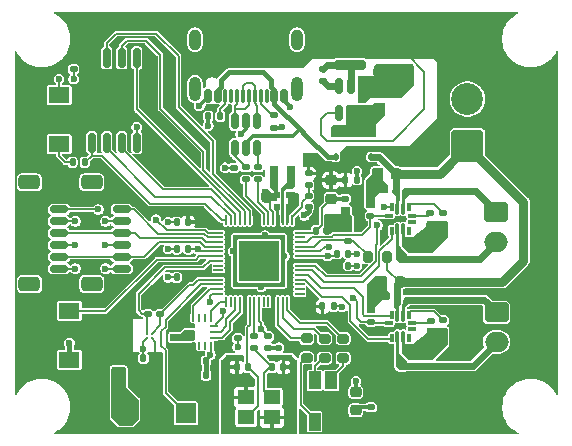
<source format=gbr>
%TF.GenerationSoftware,KiCad,Pcbnew,9.0.4*%
%TF.CreationDate,2025-09-14T23:12:39-04:00*%
%TF.ProjectId,rotour_v2,726f746f-7572-45f7-9632-2e6b69636164,20250913A*%
%TF.SameCoordinates,Original*%
%TF.FileFunction,Copper,L1,Top*%
%TF.FilePolarity,Positive*%
%FSLAX46Y46*%
G04 Gerber Fmt 4.6, Leading zero omitted, Abs format (unit mm)*
G04 Created by KiCad (PCBNEW 9.0.4) date 2025-09-14 23:12:39*
%MOMM*%
%LPD*%
G01*
G04 APERTURE LIST*
G04 Aperture macros list*
%AMRoundRect*
0 Rectangle with rounded corners*
0 $1 Rounding radius*
0 $2 $3 $4 $5 $6 $7 $8 $9 X,Y pos of 4 corners*
0 Add a 4 corners polygon primitive as box body*
4,1,4,$2,$3,$4,$5,$6,$7,$8,$9,$2,$3,0*
0 Add four circle primitives for the rounded corners*
1,1,$1+$1,$2,$3*
1,1,$1+$1,$4,$5*
1,1,$1+$1,$6,$7*
1,1,$1+$1,$8,$9*
0 Add four rect primitives between the rounded corners*
20,1,$1+$1,$2,$3,$4,$5,0*
20,1,$1+$1,$4,$5,$6,$7,0*
20,1,$1+$1,$6,$7,$8,$9,0*
20,1,$1+$1,$8,$9,$2,$3,0*%
G04 Aperture macros list end*
%TA.AperFunction,SMDPad,CuDef*%
%ADD10RoundRect,0.140000X-0.170000X0.140000X-0.170000X-0.140000X0.170000X-0.140000X0.170000X0.140000X0*%
%TD*%
%TA.AperFunction,SMDPad,CuDef*%
%ADD11RoundRect,0.050000X-0.350000X-0.050000X0.350000X-0.050000X0.350000X0.050000X-0.350000X0.050000X0*%
%TD*%
%TA.AperFunction,SMDPad,CuDef*%
%ADD12RoundRect,0.050000X-0.050000X-0.350000X0.050000X-0.350000X0.050000X0.350000X-0.050000X0.350000X0*%
%TD*%
%TA.AperFunction,HeatsinkPad*%
%ADD13C,0.500000*%
%TD*%
%TA.AperFunction,HeatsinkPad*%
%ADD14R,3.400000X3.400000*%
%TD*%
%TA.AperFunction,SMDPad,CuDef*%
%ADD15RoundRect,0.140000X0.170000X-0.140000X0.170000X0.140000X-0.170000X0.140000X-0.170000X-0.140000X0*%
%TD*%
%TA.AperFunction,SMDPad,CuDef*%
%ADD16RoundRect,0.135000X-0.185000X0.135000X-0.185000X-0.135000X0.185000X-0.135000X0.185000X0.135000X0*%
%TD*%
%TA.AperFunction,SMDPad,CuDef*%
%ADD17RoundRect,0.140000X-0.140000X-0.170000X0.140000X-0.170000X0.140000X0.170000X-0.140000X0.170000X0*%
%TD*%
%TA.AperFunction,SMDPad,CuDef*%
%ADD18R,0.470000X0.530000*%
%TD*%
%TA.AperFunction,SMDPad,CuDef*%
%ADD19RoundRect,0.135000X0.185000X-0.135000X0.185000X0.135000X-0.185000X0.135000X-0.185000X-0.135000X0*%
%TD*%
%TA.AperFunction,SMDPad,CuDef*%
%ADD20RoundRect,0.218750X-0.256250X0.218750X-0.256250X-0.218750X0.256250X-0.218750X0.256250X0.218750X0*%
%TD*%
%TA.AperFunction,SMDPad,CuDef*%
%ADD21RoundRect,0.140000X0.140000X0.170000X-0.140000X0.170000X-0.140000X-0.170000X0.140000X-0.170000X0*%
%TD*%
%TA.AperFunction,SMDPad,CuDef*%
%ADD22RoundRect,0.200000X0.200000X0.275000X-0.200000X0.275000X-0.200000X-0.275000X0.200000X-0.275000X0*%
%TD*%
%TA.AperFunction,SMDPad,CuDef*%
%ADD23RoundRect,0.150000X0.150000X-0.512500X0.150000X0.512500X-0.150000X0.512500X-0.150000X-0.512500X0*%
%TD*%
%TA.AperFunction,SMDPad,CuDef*%
%ADD24RoundRect,0.200000X1.150000X-0.200000X1.150000X0.200000X-1.150000X0.200000X-1.150000X-0.200000X0*%
%TD*%
%TA.AperFunction,SMDPad,CuDef*%
%ADD25RoundRect,0.112500X-0.112500X0.187500X-0.112500X-0.187500X0.112500X-0.187500X0.112500X0.187500X0*%
%TD*%
%TA.AperFunction,SMDPad,CuDef*%
%ADD26R,0.700000X1.700000*%
%TD*%
%TA.AperFunction,SMDPad,CuDef*%
%ADD27RoundRect,0.200000X0.275000X-0.200000X0.275000X0.200000X-0.275000X0.200000X-0.275000X-0.200000X0*%
%TD*%
%TA.AperFunction,SMDPad,CuDef*%
%ADD28RoundRect,0.225000X-0.250000X0.225000X-0.250000X-0.225000X0.250000X-0.225000X0.250000X0.225000X0*%
%TD*%
%TA.AperFunction,BGAPad,CuDef*%
%ADD29C,0.240000*%
%TD*%
%TA.AperFunction,SMDPad,CuDef*%
%ADD30RoundRect,0.135000X0.135000X0.185000X-0.135000X0.185000X-0.135000X-0.185000X0.135000X-0.185000X0*%
%TD*%
%TA.AperFunction,SMDPad,CuDef*%
%ADD31RoundRect,0.037500X0.087500X-0.312500X0.087500X0.312500X-0.087500X0.312500X-0.087500X-0.312500X0*%
%TD*%
%TA.AperFunction,SMDPad,CuDef*%
%ADD32RoundRect,0.037500X0.087500X-0.437500X0.087500X0.437500X-0.087500X0.437500X-0.087500X-0.437500X0*%
%TD*%
%TA.AperFunction,SMDPad,CuDef*%
%ADD33RoundRect,0.037500X0.312500X-0.087500X0.312500X0.087500X-0.312500X0.087500X-0.312500X-0.087500X0*%
%TD*%
%TA.AperFunction,SMDPad,CuDef*%
%ADD34RoundRect,0.037500X-0.312500X0.087500X-0.312500X-0.087500X0.312500X-0.087500X0.312500X0.087500X0*%
%TD*%
%TA.AperFunction,SMDPad,CuDef*%
%ADD35RoundRect,0.150000X0.625000X-0.150000X0.625000X0.150000X-0.625000X0.150000X-0.625000X-0.150000X0*%
%TD*%
%TA.AperFunction,SMDPad,CuDef*%
%ADD36RoundRect,0.250000X0.650000X-0.350000X0.650000X0.350000X-0.650000X0.350000X-0.650000X-0.350000X0*%
%TD*%
%TA.AperFunction,ComponentPad*%
%ADD37RoundRect,0.250001X1.099999X-1.099999X1.099999X1.099999X-1.099999X1.099999X-1.099999X-1.099999X0*%
%TD*%
%TA.AperFunction,ComponentPad*%
%ADD38C,2.700000*%
%TD*%
%TA.AperFunction,SMDPad,CuDef*%
%ADD39RoundRect,0.250000X0.325000X0.650000X-0.325000X0.650000X-0.325000X-0.650000X0.325000X-0.650000X0*%
%TD*%
%TA.AperFunction,SMDPad,CuDef*%
%ADD40RoundRect,0.150000X0.150000X0.425000X-0.150000X0.425000X-0.150000X-0.425000X0.150000X-0.425000X0*%
%TD*%
%TA.AperFunction,SMDPad,CuDef*%
%ADD41RoundRect,0.075000X0.075000X0.500000X-0.075000X0.500000X-0.075000X-0.500000X0.075000X-0.500000X0*%
%TD*%
%TA.AperFunction,HeatsinkPad*%
%ADD42O,1.000000X2.100000*%
%TD*%
%TA.AperFunction,HeatsinkPad*%
%ADD43O,1.000000X1.800000*%
%TD*%
%TA.AperFunction,SMDPad,CuDef*%
%ADD44RoundRect,0.162500X0.162500X-0.650000X0.162500X0.650000X-0.162500X0.650000X-0.162500X-0.650000X0*%
%TD*%
%TA.AperFunction,SMDPad,CuDef*%
%ADD45RoundRect,0.135000X-0.135000X-0.185000X0.135000X-0.185000X0.135000X0.185000X-0.135000X0.185000X0*%
%TD*%
%TA.AperFunction,SMDPad,CuDef*%
%ADD46R,1.000000X1.500000*%
%TD*%
%TA.AperFunction,ComponentPad*%
%ADD47RoundRect,0.250000X-0.750000X0.600000X-0.750000X-0.600000X0.750000X-0.600000X0.750000X0.600000X0*%
%TD*%
%TA.AperFunction,ComponentPad*%
%ADD48O,2.000000X1.700000*%
%TD*%
%TA.AperFunction,SMDPad,CuDef*%
%ADD49RoundRect,0.150000X-0.150000X0.512500X-0.150000X-0.512500X0.150000X-0.512500X0.150000X0.512500X0*%
%TD*%
%TA.AperFunction,SMDPad,CuDef*%
%ADD50RoundRect,0.218750X0.256250X-0.218750X0.256250X0.218750X-0.256250X0.218750X-0.256250X-0.218750X0*%
%TD*%
%TA.AperFunction,SMDPad,CuDef*%
%ADD51R,1.800000X1.350000*%
%TD*%
%TA.AperFunction,SMDPad,CuDef*%
%ADD52RoundRect,0.225000X0.225000X0.250000X-0.225000X0.250000X-0.225000X-0.250000X0.225000X-0.250000X0*%
%TD*%
%TA.AperFunction,ComponentPad*%
%ADD53R,1.700000X1.700000*%
%TD*%
%TA.AperFunction,ComponentPad*%
%ADD54O,1.700000X1.700000*%
%TD*%
%TA.AperFunction,SMDPad,CuDef*%
%ADD55RoundRect,0.225000X0.250000X-0.225000X0.250000X0.225000X-0.250000X0.225000X-0.250000X-0.225000X0*%
%TD*%
%TA.AperFunction,SMDPad,CuDef*%
%ADD56RoundRect,0.062500X-0.062500X0.237500X-0.062500X-0.237500X0.062500X-0.237500X0.062500X0.237500X0*%
%TD*%
%TA.AperFunction,SMDPad,CuDef*%
%ADD57RoundRect,0.062500X-0.237500X0.062500X-0.237500X-0.062500X0.237500X-0.062500X0.237500X0.062500X0*%
%TD*%
%TA.AperFunction,SMDPad,CuDef*%
%ADD58R,1.400000X1.200000*%
%TD*%
%TA.AperFunction,ViaPad*%
%ADD59C,0.600000*%
%TD*%
%TA.AperFunction,Conductor*%
%ADD60C,0.150000*%
%TD*%
%TA.AperFunction,Conductor*%
%ADD61C,0.300000*%
%TD*%
%TA.AperFunction,Conductor*%
%ADD62C,0.400000*%
%TD*%
%TA.AperFunction,Conductor*%
%ADD63C,0.200000*%
%TD*%
%TA.AperFunction,Conductor*%
%ADD64C,0.600000*%
%TD*%
%TA.AperFunction,Conductor*%
%ADD65C,0.800000*%
%TD*%
G04 APERTURE END LIST*
D10*
%TO.P,C25,1*%
%TO.N,Net-(U4-VCC)*%
X196525000Y-121070000D03*
%TO.P,C25,2*%
%TO.N,GND*%
X196525000Y-122030000D03*
%TD*%
%TO.P,C5,1*%
%TO.N,+1V1*%
X182800000Y-122400000D03*
%TO.P,C5,2*%
%TO.N,GND*%
X182800000Y-123360000D03*
%TD*%
%TO.P,C3,1*%
%TO.N,+3V3*%
X166300000Y-98800000D03*
%TO.P,C3,2*%
%TO.N,GND*%
X166300000Y-99760000D03*
%TD*%
D11*
%TO.P,U3,1,IOVDD*%
%TO.N,+3V3*%
X178550000Y-113200000D03*
%TO.P,U3,2,GPIO0*%
%TO.N,/L_ENCODER_CS*%
X178550000Y-113600000D03*
%TO.P,U3,3,GPIO1*%
%TO.N,/R_ENCODER_CS*%
X178550000Y-114000000D03*
%TO.P,U3,4,GPIO2*%
%TO.N,/ENCODER_CLK*%
X178550000Y-114400000D03*
%TO.P,U3,5,GPIO3*%
%TO.N,/ENCODER_MISO*%
X178550000Y-114800000D03*
%TO.P,U3,6,DVDD*%
%TO.N,+1V1*%
X178550000Y-115200000D03*
%TO.P,U3,7,GPIO4*%
%TO.N,/START_BUTTON*%
X178550000Y-115600000D03*
%TO.P,U3,8,GPIO5*%
%TO.N,/MAGN_SCL*%
X178550000Y-116000000D03*
%TO.P,U3,9,GPIO6*%
%TO.N,unconnected-(U3-GPIO6-Pad9)*%
X178550000Y-116400000D03*
%TO.P,U3,10,GPIO7*%
%TO.N,unconnected-(U3-GPIO7-Pad10)*%
X178550000Y-116800000D03*
%TO.P,U3,11,IOVDD*%
%TO.N,+3V3*%
X178550000Y-117200000D03*
%TO.P,U3,12,GPIO8*%
%TO.N,/MAGN_SDA*%
X178550000Y-117600000D03*
%TO.P,U3,13,GPIO9*%
%TO.N,/SERVO*%
X178550000Y-118000000D03*
%TO.P,U3,14,GPIO10*%
%TO.N,/GYRO_INT*%
X178550000Y-118400000D03*
%TO.P,U3,15,GPIO11*%
%TO.N,/GYRO_MOSI*%
X178550000Y-118800000D03*
D12*
%TO.P,U3,16,GPIO12*%
%TO.N,/GYRO_MISO*%
X179200000Y-119450000D03*
%TO.P,U3,17,GPIO13*%
%TO.N,unconnected-(U3-GPIO13-Pad17)*%
X179600000Y-119450000D03*
%TO.P,U3,18,GPIO14*%
%TO.N,/GYRO_CLK*%
X180000000Y-119450000D03*
%TO.P,U3,19,GPIO15*%
%TO.N,/GYRO_CS*%
X180400000Y-119450000D03*
%TO.P,U3,20,IOVDD*%
%TO.N,+3V3*%
X180800000Y-119450000D03*
%TO.P,U3,21,XIN*%
%TO.N,/MCU_XIN*%
X181200000Y-119450000D03*
%TO.P,U3,22,XOUT*%
%TO.N,/MCU_XOUT*%
X181600000Y-119450000D03*
%TO.P,U3,23,DVDD*%
%TO.N,+1V1*%
X182000000Y-119450000D03*
%TO.P,U3,24,SWCLK*%
%TO.N,unconnected-(U3-SWCLK-Pad24)*%
X182400000Y-119450000D03*
%TO.P,U3,25,SWD*%
%TO.N,unconnected-(U3-SWD-Pad25)*%
X182800000Y-119450000D03*
%TO.P,U3,26,RUN*%
%TO.N,+3V3*%
X183200000Y-119450000D03*
%TO.P,U3,27,GPIO16*%
%TO.N,/STATUS_BLUE*%
X183600000Y-119450000D03*
%TO.P,U3,28,GPIO17*%
%TO.N,/STATUS_GREEN*%
X184000000Y-119450000D03*
%TO.P,U3,29,GPIO18*%
%TO.N,/STATUS_RED*%
X184400000Y-119450000D03*
%TO.P,U3,30,IOVDD*%
%TO.N,+3V3*%
X184800000Y-119450000D03*
D11*
%TO.P,U3,31,GPIO19*%
%TO.N,unconnected-(U3-GPIO19-Pad31)*%
X185450000Y-118800000D03*
%TO.P,U3,32,GPIO20*%
%TO.N,unconnected-(U3-GPIO20-Pad32)*%
X185450000Y-118400000D03*
%TO.P,U3,33,GPIO21*%
%TO.N,unconnected-(U3-GPIO21-Pad33)*%
X185450000Y-118000000D03*
%TO.P,U3,34,GPIO22*%
%TO.N,/R_MOT_IN1*%
X185450000Y-117600000D03*
%TO.P,U3,35,GPIO23*%
%TO.N,/R_MOT_IN2*%
X185450000Y-117200000D03*
%TO.P,U3,36,GPIO24*%
%TO.N,/L_MOT_IN1*%
X185450000Y-116800000D03*
%TO.P,U3,37,GPIO25*%
%TO.N,/L_MOT_IN2*%
X185450000Y-116400000D03*
%TO.P,U3,38,IOVDD*%
%TO.N,+3V3*%
X185450000Y-116000000D03*
%TO.P,U3,39,DVDD*%
%TO.N,+1V1*%
X185450000Y-115600000D03*
%TO.P,U3,40,GPIO26_ADC0*%
%TO.N,/R_MOT_VISEN*%
X185450000Y-115200000D03*
%TO.P,U3,41,GPIO27_ADC1*%
%TO.N,/BATT_SENSE*%
X185450000Y-114800000D03*
%TO.P,U3,42,GPIO28_ADC2*%
%TO.N,/L_MOT_VISEN*%
X185450000Y-114400000D03*
%TO.P,U3,43,GPIO29_ADC3*%
%TO.N,unconnected-(U3-GPIO29_ADC3-Pad43)*%
X185450000Y-114000000D03*
%TO.P,U3,44,ADC_AVDD*%
%TO.N,Net-(U3-ADC_AVDD)*%
X185450000Y-113600000D03*
%TO.P,U3,45,IOVDD*%
%TO.N,+3V3*%
X185450000Y-113200000D03*
D12*
%TO.P,U3,46,VREG_AVDD*%
%TO.N,Net-(U3-VREG_AVDD)*%
X184800000Y-112550000D03*
%TO.P,U3,47,VREG_PGND*%
%TO.N,GND*%
X184400000Y-112550000D03*
%TO.P,U3,48,VREG_LX*%
%TO.N,/VREG_LX*%
X184000000Y-112550000D03*
%TO.P,U3,49,VREG_VIN*%
%TO.N,+3V3*%
X183600000Y-112550000D03*
%TO.P,U3,50,VREG_FB*%
%TO.N,+1V1*%
X183200000Y-112550000D03*
%TO.P,U3,51,USB_DM*%
%TO.N,Net-(U3-USB_DM)*%
X182800000Y-112550000D03*
%TO.P,U3,52,USB_DP*%
%TO.N,Net-(U3-USB_DP)*%
X182400000Y-112550000D03*
%TO.P,U3,53,USB_OTP_VDD*%
%TO.N,+3V3*%
X182000000Y-112550000D03*
%TO.P,U3,54,QSPI_IOVDD*%
X181600000Y-112550000D03*
%TO.P,U3,55,QSPI_SD3*%
%TO.N,/QSPI_SD3*%
X181200000Y-112550000D03*
%TO.P,U3,56,QSPI_SCLK*%
%TO.N,/QSPI_SCLK*%
X180800000Y-112550000D03*
%TO.P,U3,57,QSPI_SD0*%
%TO.N,/QSPI_SD0*%
X180400000Y-112550000D03*
%TO.P,U3,58,QSPI_SD2*%
%TO.N,/QSPI_SD2*%
X180000000Y-112550000D03*
%TO.P,U3,59,QSPI_SD1*%
%TO.N,/QSPI_SD1*%
X179600000Y-112550000D03*
%TO.P,U3,60,QSPI_SS*%
%TO.N,/QSPI_SS*%
X179200000Y-112550000D03*
D13*
%TO.P,U3,61,GND*%
%TO.N,GND*%
X180550000Y-114550000D03*
X180550000Y-116000000D03*
X180550000Y-117450000D03*
X182000000Y-114550000D03*
X182000000Y-116000000D03*
D14*
X182000000Y-116000000D03*
D13*
X182000000Y-117450000D03*
X183450000Y-114550000D03*
X183450000Y-116000000D03*
X183450000Y-117450000D03*
%TD*%
D15*
%TO.P,C11,1*%
%TO.N,/L_MOT_VISEN*%
X191440000Y-112200000D03*
%TO.P,C11,2*%
%TO.N,GND*%
X191440000Y-111240000D03*
%TD*%
D16*
%TO.P,R7,1*%
%TO.N,+3V3*%
X173600000Y-119490000D03*
%TO.P,R7,2*%
%TO.N,/MAGN_SDA*%
X173600000Y-120510000D03*
%TD*%
D17*
%TO.P,C19,1*%
%TO.N,GND*%
X180120000Y-125000000D03*
%TO.P,C19,2*%
%TO.N,/MCU_XIN*%
X181080000Y-125000000D03*
%TD*%
%TO.P,C15,1*%
%TO.N,+3V3*%
X186820000Y-112400000D03*
%TO.P,C15,2*%
%TO.N,GND*%
X187780000Y-112400000D03*
%TD*%
D18*
%TO.P,C1,1*%
%TO.N,+3V3*%
X183535000Y-111400000D03*
%TO.P,C1,2*%
%TO.N,GND*%
X184565000Y-111400000D03*
%TD*%
D19*
%TO.P,R1,1*%
%TO.N,GND*%
X197585000Y-112960000D03*
%TO.P,R1,2*%
%TO.N,Net-(U2-ISET)*%
X197585000Y-111940000D03*
%TD*%
D20*
%TO.P,D1,1,K*%
%TO.N,GND*%
X190200000Y-127087500D03*
%TO.P,D1,2,A*%
%TO.N,Net-(D1-A)*%
X190200000Y-128662500D03*
%TD*%
D16*
%TO.P,R2,1*%
%TO.N,+3V3*%
X186200000Y-108590000D03*
%TO.P,R2,2*%
%TO.N,Net-(U3-VREG_AVDD)*%
X186200000Y-109610000D03*
%TD*%
D21*
%TO.P,C4,1*%
%TO.N,+1V1*%
X176000000Y-115000000D03*
%TO.P,C4,2*%
%TO.N,GND*%
X175040000Y-115000000D03*
%TD*%
D22*
%TO.P,R8,1*%
%TO.N,+BATT*%
X192875000Y-115650000D03*
%TO.P,R8,2*%
%TO.N,/BATT_SENSE*%
X191225000Y-115650000D03*
%TD*%
D23*
%TO.P,U7,1,FB*%
%TO.N,+3V3*%
X188800000Y-103487500D03*
%TO.P,U7,2,EN*%
%TO.N,/BUCK_VIN*%
X189750000Y-103487500D03*
%TO.P,U7,3,IN*%
X190700000Y-103487500D03*
%TO.P,U7,4,GND*%
%TO.N,GND*%
X190700000Y-101212500D03*
%TO.P,U7,5,SW*%
%TO.N,Net-(U7-SW)*%
X189750000Y-101212500D03*
%TO.P,U7,6,BST*%
%TO.N,Net-(U7-BST)*%
X188800000Y-101212500D03*
%TD*%
D24*
%TO.P,L2,1,1*%
%TO.N,Net-(U7-SW)*%
X189700000Y-99400000D03*
%TO.P,L2,2,2*%
%TO.N,+3V3*%
X189700000Y-97100000D03*
%TD*%
D21*
%TO.P,C10,1*%
%TO.N,+BATT*%
X193600000Y-109925000D03*
%TO.P,C10,2*%
%TO.N,GND*%
X192640000Y-109925000D03*
%TD*%
D18*
%TO.P,C2,1*%
%TO.N,+1V1*%
X183535000Y-110450000D03*
%TO.P,C2,2*%
%TO.N,GND*%
X184565000Y-110450000D03*
%TD*%
D17*
%TO.P,C8,1*%
%TO.N,+1V1*%
X188600000Y-115400000D03*
%TO.P,C8,2*%
%TO.N,GND*%
X189560000Y-115400000D03*
%TD*%
D10*
%TO.P,C9,1*%
%TO.N,Net-(U2-VCC)*%
X196510000Y-111970000D03*
%TO.P,C9,2*%
%TO.N,GND*%
X196510000Y-112930000D03*
%TD*%
D25*
%TO.P,D4,1,K*%
%TO.N,/BUCK_VIN*%
X191500000Y-105100000D03*
%TO.P,D4,2,A*%
%TO.N,+BATT*%
X191500000Y-107200000D03*
%TD*%
D26*
%TO.P,L1,1,1*%
%TO.N,+1V1*%
X183300000Y-108775000D03*
%TO.P,L1,2,2*%
%TO.N,/VREG_LX*%
X184700000Y-108775000D03*
%TD*%
D17*
%TO.P,C17,1*%
%TO.N,+3V3*%
X188600000Y-116400000D03*
%TO.P,C17,2*%
%TO.N,GND*%
X189560000Y-116400000D03*
%TD*%
D27*
%TO.P,R14,1*%
%TO.N,Net-(D2-GK)*%
X187550000Y-124225000D03*
%TO.P,R14,2*%
%TO.N,/STATUS_GREEN*%
X187550000Y-122575000D03*
%TD*%
D28*
%TO.P,C35,1*%
%TO.N,+3V3*%
X194500000Y-98425000D03*
%TO.P,C35,2*%
%TO.N,GND*%
X194500000Y-99975000D03*
%TD*%
D29*
%TO.P,U8,A1,VSS*%
%TO.N,GND*%
X172500000Y-122550000D03*
%TO.P,U8,A2,SCL*%
%TO.N,/MAGN_SCL*%
X172500000Y-122150000D03*
%TO.P,U8,B1,VDD*%
%TO.N,+3V3*%
X172900000Y-122550000D03*
%TO.P,U8,B2,SDA*%
%TO.N,/MAGN_SDA*%
X172900000Y-122150000D03*
%TD*%
D27*
%TO.P,R13,1*%
%TO.N,Net-(D2-RK)*%
X189125000Y-124225000D03*
%TO.P,R13,2*%
%TO.N,/STATUS_RED*%
X189125000Y-122575000D03*
%TD*%
D21*
%TO.P,C26,1*%
%TO.N,+BATT*%
X193715000Y-119000000D03*
%TO.P,C26,2*%
%TO.N,GND*%
X192755000Y-119000000D03*
%TD*%
D30*
%TO.P,R17,1*%
%TO.N,Net-(J7-CC2)*%
X178710000Y-103750000D03*
%TO.P,R17,2*%
%TO.N,GND*%
X177690000Y-103750000D03*
%TD*%
D31*
%TO.P,U4,1,IN1*%
%TO.N,/R_MOT_IN1*%
X193225000Y-122550000D03*
D32*
%TO.P,U4,2,OUT1*%
%TO.N,/R_MOT_OUT2*%
X193725000Y-122425000D03*
%TO.P,U4,3,GND*%
%TO.N,GND*%
X194225000Y-122425000D03*
D31*
%TO.P,U4,4,V3P3*%
%TO.N,unconnected-(U4-V3P3-Pad4)*%
X194725000Y-122550000D03*
D33*
%TO.P,U4,5,~{SLEEP_LDO}*%
%TO.N,unconnected-(U4-~{SLEEP_LDO}-Pad5)*%
X194975000Y-121800000D03*
%TO.P,U4,6,VCC*%
%TO.N,Net-(U4-VCC)*%
X194975000Y-121300000D03*
D31*
%TO.P,U4,7,ISET*%
%TO.N,Net-(U4-ISET)*%
X194725000Y-120550000D03*
D32*
%TO.P,U4,8,OUT2*%
%TO.N,/R_MOT_OUT1*%
X194225000Y-120675000D03*
%TO.P,U4,9,VIN*%
%TO.N,+BATT*%
X193725000Y-120675000D03*
D31*
%TO.P,U4,10,IN2*%
%TO.N,/R_MOT_IN2*%
X193225000Y-120550000D03*
D34*
%TO.P,U4,11,VISEN*%
%TO.N,/R_MOT_VISEN*%
X192975000Y-121300000D03*
%TO.P,U4,12,~{SLEEP_HB}*%
%TO.N,+3V3*%
X192975000Y-121800000D03*
%TD*%
D10*
%TO.P,C16,1*%
%TO.N,Net-(U3-ADC_AVDD)*%
X189320000Y-110750000D03*
%TO.P,C16,2*%
%TO.N,GND*%
X189320000Y-111710000D03*
%TD*%
D17*
%TO.P,C21,1*%
%TO.N,+3V3*%
X189320000Y-109150000D03*
%TO.P,C21,2*%
%TO.N,GND*%
X190280000Y-109150000D03*
%TD*%
D35*
%TO.P,J1,1,Pin_1*%
%TO.N,GND*%
X165075000Y-116650000D03*
%TO.P,J1,2,Pin_2*%
%TO.N,/ENCODER_MISO*%
X165075000Y-115650000D03*
%TO.P,J1,3,Pin_3*%
%TO.N,GND*%
X165075000Y-114650000D03*
%TO.P,J1,4,Pin_4*%
%TO.N,/ENCODER_CLK*%
X165075000Y-113650000D03*
%TO.P,J1,5,Pin_5*%
%TO.N,GND*%
X165075000Y-112650000D03*
%TO.P,J1,6,Pin_6*%
%TO.N,/L_ENCODER_CS*%
X165075000Y-111650000D03*
%TO.P,J1,7,Pin_7*%
%TO.N,+3V3*%
X165075000Y-110650000D03*
D36*
%TO.P,J1,MP,MountPin*%
%TO.N,unconnected-(J1-MountPin-PadMP)_1*%
X162550000Y-117950000D03*
%TO.N,unconnected-(J1-MountPin-PadMP)*%
X162550000Y-109350000D03*
%TD*%
D37*
%TO.P,J5,1,Pin_1*%
%TO.N,+BATT*%
X199650000Y-106257500D03*
D38*
%TO.P,J5,2,Pin_2*%
%TO.N,GND*%
X199650000Y-102297500D03*
%TD*%
D17*
%TO.P,C31,1*%
%TO.N,+3V3*%
X176550000Y-124500000D03*
%TO.P,C31,2*%
%TO.N,GND*%
X177510000Y-124500000D03*
%TD*%
D39*
%TO.P,C12,1*%
%TO.N,+3V3*%
X173075000Y-125925000D03*
%TO.P,C12,2*%
%TO.N,GND*%
X170125000Y-125925000D03*
%TD*%
D10*
%TO.P,C34,1*%
%TO.N,Net-(U7-SW)*%
X187400000Y-99770000D03*
%TO.P,C34,2*%
%TO.N,Net-(U7-BST)*%
X187400000Y-100730000D03*
%TD*%
D19*
%TO.P,R4,1*%
%TO.N,GND*%
X197600000Y-122060000D03*
%TO.P,R4,2*%
%TO.N,Net-(U4-ISET)*%
X197600000Y-121040000D03*
%TD*%
D40*
%TO.P,J7,A1,GND*%
%TO.N,GND*%
X184100000Y-102030000D03*
%TO.P,J7,A4,VBUS*%
%TO.N,VBUS*%
X183300000Y-102030000D03*
D41*
%TO.P,J7,A5,CC1*%
%TO.N,Net-(J7-CC1)*%
X182150000Y-102030000D03*
%TO.P,J7,A6,D+*%
%TO.N,Net-(J7-D+-PadA6)*%
X181150000Y-102030000D03*
%TO.P,J7,A7,D-*%
%TO.N,Net-(J7-D--PadA7)*%
X180650000Y-102030000D03*
%TO.P,J7,A8,SBU1*%
%TO.N,unconnected-(J7-SBU1-PadA8)*%
X179650000Y-102030000D03*
D40*
%TO.P,J7,A9,VBUS*%
%TO.N,VBUS*%
X178500000Y-102030000D03*
%TO.P,J7,A12,GND*%
%TO.N,GND*%
X177700000Y-102030000D03*
%TO.P,J7,B1,GND*%
X177700000Y-102030000D03*
%TO.P,J7,B4,VBUS*%
%TO.N,VBUS*%
X178500000Y-102030000D03*
D41*
%TO.P,J7,B5,CC2*%
%TO.N,Net-(J7-CC2)*%
X179150000Y-102030000D03*
%TO.P,J7,B6,D+*%
%TO.N,Net-(J7-D+-PadA6)*%
X180150000Y-102030000D03*
%TO.P,J7,B7,D-*%
%TO.N,Net-(J7-D--PadA7)*%
X181650000Y-102030000D03*
%TO.P,J7,B8,SBU2*%
%TO.N,unconnected-(J7-SBU2-PadB8)*%
X182650000Y-102030000D03*
D40*
%TO.P,J7,B9,VBUS*%
%TO.N,VBUS*%
X183300000Y-102030000D03*
%TO.P,J7,B12,GND*%
%TO.N,GND*%
X184100000Y-102030000D03*
D42*
%TO.P,J7,S1,SHIELD*%
X185220000Y-101455000D03*
D43*
X185220000Y-97275000D03*
D42*
X176580000Y-101455000D03*
D43*
X176580000Y-97275000D03*
%TD*%
D44*
%TO.P,U1,1,~{CS}*%
%TO.N,/QSPI_SS*%
X167845000Y-105987500D03*
%TO.P,U1,2,DO/IO_{1}*%
%TO.N,/QSPI_SD1*%
X169115000Y-105987500D03*
%TO.P,U1,3,~{WP}/IO_{2}*%
%TO.N,/QSPI_SD2*%
X170385000Y-105987500D03*
%TO.P,U1,4,GND*%
%TO.N,GND*%
X171655000Y-105987500D03*
%TO.P,U1,5,DI/IO_{0}*%
%TO.N,/QSPI_SD0*%
X171655000Y-98812500D03*
%TO.P,U1,6,CLK*%
%TO.N,/QSPI_SCLK*%
X170385000Y-98812500D03*
%TO.P,U1,7,~{HOLD}/~{RESET}/IO_{3}*%
%TO.N,/QSPI_SD3*%
X169115000Y-98812500D03*
%TO.P,U1,8,VCC*%
%TO.N,+3V3*%
X167845000Y-98812500D03*
%TD*%
D19*
%TO.P,R9,1*%
%TO.N,/BATT_SENSE*%
X189550000Y-114310000D03*
%TO.P,R9,2*%
%TO.N,GND*%
X189550000Y-113290000D03*
%TD*%
D45*
%TO.P,R3,1*%
%TO.N,/~{USB_BOOT}*%
X166215000Y-107650000D03*
%TO.P,R3,2*%
%TO.N,/QSPI_SS*%
X167235000Y-107650000D03*
%TD*%
D16*
%TO.P,R16,1*%
%TO.N,Net-(J7-CC1)*%
X183250000Y-103690000D03*
%TO.P,R16,2*%
%TO.N,GND*%
X183250000Y-104710000D03*
%TD*%
D21*
%TO.P,C18,1*%
%TO.N,+3V3*%
X176000000Y-117400000D03*
%TO.P,C18,2*%
%TO.N,GND*%
X175040000Y-117400000D03*
%TD*%
D31*
%TO.P,U2,1,IN1*%
%TO.N,/L_MOT_IN1*%
X193225000Y-113450000D03*
D32*
%TO.P,U2,2,OUT1*%
%TO.N,/L_MOT_OUT2*%
X193725000Y-113325000D03*
%TO.P,U2,3,GND*%
%TO.N,GND*%
X194225000Y-113325000D03*
D31*
%TO.P,U2,4,V3P3*%
%TO.N,unconnected-(U2-V3P3-Pad4)*%
X194725000Y-113450000D03*
D33*
%TO.P,U2,5,~{SLEEP_LDO}*%
%TO.N,unconnected-(U2-~{SLEEP_LDO}-Pad5)*%
X194975000Y-112700000D03*
%TO.P,U2,6,VCC*%
%TO.N,Net-(U2-VCC)*%
X194975000Y-112200000D03*
D31*
%TO.P,U2,7,ISET*%
%TO.N,Net-(U2-ISET)*%
X194725000Y-111450000D03*
D32*
%TO.P,U2,8,OUT2*%
%TO.N,/L_MOT_OUT1*%
X194225000Y-111575000D03*
%TO.P,U2,9,VIN*%
%TO.N,+BATT*%
X193725000Y-111575000D03*
D31*
%TO.P,U2,10,IN2*%
%TO.N,/L_MOT_IN2*%
X193225000Y-111450000D03*
D34*
%TO.P,U2,11,VISEN*%
%TO.N,/L_MOT_VISEN*%
X192975000Y-112200000D03*
%TO.P,U2,12,~{SLEEP_HB}*%
%TO.N,+3V3*%
X192975000Y-112700000D03*
%TD*%
D46*
%TO.P,D2,1,RK*%
%TO.N,Net-(D2-RK)*%
X188125000Y-126125000D03*
%TO.P,D2,2,GK*%
%TO.N,Net-(D2-GK)*%
X186725000Y-126125000D03*
%TO.P,D2,3,BK*%
%TO.N,Net-(D2-BK)*%
X186725000Y-129625000D03*
%TO.P,D2,4,A*%
%TO.N,+3V3*%
X188125000Y-129625000D03*
%TD*%
D27*
%TO.P,R15,1*%
%TO.N,Net-(D2-BK)*%
X186045000Y-124220000D03*
%TO.P,R15,2*%
%TO.N,/STATUS_BLUE*%
X186045000Y-122570000D03*
%TD*%
D47*
%TO.P,J2,1,Pin_1*%
%TO.N,/L_MOT_OUT1*%
X202105000Y-111890000D03*
D48*
%TO.P,J2,2,Pin_2*%
%TO.N,/L_MOT_OUT2*%
X202105000Y-114390000D03*
%TD*%
D49*
%TO.P,U6,1,I/O1*%
%TO.N,Net-(J7-D--PadA7)*%
X181850000Y-104162500D03*
%TO.P,U6,2,GND*%
%TO.N,GND*%
X180900000Y-104162500D03*
%TO.P,U6,3,I/O2*%
%TO.N,Net-(J7-D+-PadA6)*%
X179950000Y-104162500D03*
%TO.P,U6,4,I/O2*%
%TO.N,/USB_D+*%
X179950000Y-106437500D03*
%TO.P,U6,5,VBUS*%
%TO.N,VBUS*%
X180900000Y-106437500D03*
%TO.P,U6,6,I/O1*%
%TO.N,/USB_D-*%
X181850000Y-106437500D03*
%TD*%
D28*
%TO.P,C36,1*%
%TO.N,+3V3*%
X192200000Y-98425000D03*
%TO.P,C36,2*%
%TO.N,GND*%
X192200000Y-99975000D03*
%TD*%
D19*
%TO.P,R6,1*%
%TO.N,Net-(U3-USB_DM)*%
X181900000Y-109110000D03*
%TO.P,R6,2*%
%TO.N,/USB_D-*%
X181900000Y-108090000D03*
%TD*%
D50*
%TO.P,FB1,1*%
%TO.N,Net-(U3-ADC_AVDD)*%
X188100000Y-110737500D03*
%TO.P,FB1,2*%
%TO.N,+3V3*%
X188100000Y-109162500D03*
%TD*%
D51*
%TO.P,SW1,1,1*%
%TO.N,GND*%
X165075000Y-101975000D03*
%TO.P,SW1,2,2*%
%TO.N,/~{USB_BOOT}*%
X165075000Y-106125000D03*
%TD*%
D21*
%TO.P,C24,1*%
%TO.N,+3V3*%
X175980000Y-112725000D03*
%TO.P,C24,2*%
%TO.N,GND*%
X175020000Y-112725000D03*
%TD*%
D25*
%TO.P,D3,1,K*%
%TO.N,/BUCK_VIN*%
X188500000Y-105100000D03*
%TO.P,D3,2,A*%
%TO.N,VBUS*%
X188500000Y-107200000D03*
%TD*%
D10*
%TO.P,C6,1*%
%TO.N,Net-(U3-VREG_AVDD)*%
X186200000Y-110470000D03*
%TO.P,C6,2*%
%TO.N,GND*%
X186200000Y-111430000D03*
%TD*%
D19*
%TO.P,R5,1*%
%TO.N,Net-(U3-USB_DP)*%
X180900000Y-109110000D03*
%TO.P,R5,2*%
%TO.N,/USB_D+*%
X180900000Y-108090000D03*
%TD*%
D10*
%TO.P,C29,1*%
%TO.N,+3V3*%
X174800000Y-121520000D03*
%TO.P,C29,2*%
%TO.N,GND*%
X174800000Y-122480000D03*
%TD*%
D52*
%TO.P,C7,1*%
%TO.N,+BATT*%
X193600000Y-108625000D03*
%TO.P,C7,2*%
%TO.N,GND*%
X192050000Y-108625000D03*
%TD*%
%TO.P,C23,1*%
%TO.N,+BATT*%
X193900000Y-117775000D03*
%TO.P,C23,2*%
%TO.N,GND*%
X192350000Y-117775000D03*
%TD*%
D47*
%TO.P,J6,1,Pin_1*%
%TO.N,/R_MOT_OUT1*%
X202115000Y-120370000D03*
D48*
%TO.P,J6,2,Pin_2*%
%TO.N,/R_MOT_OUT2*%
X202115000Y-122870000D03*
%TD*%
D53*
%TO.P,J4,1,Pin_1*%
%TO.N,/SERVO*%
X175805000Y-128900000D03*
D54*
%TO.P,J4,2,Pin_2*%
%TO.N,+3V3*%
X173265000Y-128900000D03*
%TO.P,J4,3,Pin_3*%
%TO.N,GND*%
X170725000Y-128900000D03*
%TD*%
D15*
%TO.P,C28,1*%
%TO.N,/R_MOT_VISEN*%
X191460000Y-121150000D03*
%TO.P,C28,2*%
%TO.N,GND*%
X191460000Y-120190000D03*
%TD*%
D16*
%TO.P,R12,1*%
%TO.N,+3V3*%
X191500000Y-127365000D03*
%TO.P,R12,2*%
%TO.N,Net-(D1-A)*%
X191500000Y-128385000D03*
%TD*%
D55*
%TO.P,C30,1*%
%TO.N,/BUCK_VIN*%
X192200000Y-103125000D03*
%TO.P,C30,2*%
%TO.N,GND*%
X192200000Y-101575000D03*
%TD*%
D10*
%TO.P,C27,1*%
%TO.N,+3V3*%
X180200000Y-121600000D03*
%TO.P,C27,2*%
%TO.N,GND*%
X180200000Y-122560000D03*
%TD*%
D56*
%TO.P,U5,1,AP_SDO*%
%TO.N,/GYRO_MISO*%
X177940000Y-120800000D03*
%TO.P,U5,2,RESV*%
%TO.N,unconnected-(U5-RESV-Pad2)*%
X177440000Y-120800000D03*
%TO.P,U5,3,RESV*%
%TO.N,unconnected-(U5-RESV-Pad3)*%
X176940000Y-120800000D03*
%TO.P,U5,4,INT1/INT*%
%TO.N,/GYRO_INT*%
X176440000Y-120800000D03*
D57*
%TO.P,U5,5,VDDIO*%
%TO.N,+3V3*%
X176250000Y-121500000D03*
%TO.P,U5,6,GND*%
%TO.N,GND*%
X176250000Y-122000000D03*
%TO.P,U5,7,RESV*%
X176250000Y-122500000D03*
D56*
%TO.P,U5,8,VDD*%
%TO.N,+3V3*%
X176437500Y-123200000D03*
%TO.P,U5,9,INT2/FSYNC/CLKIN*%
%TO.N,unconnected-(U5-INT2{slash}FSYNC{slash}CLKIN-Pad9)*%
X176937500Y-123200000D03*
%TO.P,U5,10,RESV*%
%TO.N,unconnected-(U5-RESV-Pad10)*%
X177437500Y-123200000D03*
%TO.P,U5,11,RESV*%
%TO.N,GND*%
X177937500Y-123200000D03*
D57*
%TO.P,U5,12,AP_CS*%
%TO.N,/GYRO_CS*%
X178150000Y-122500000D03*
%TO.P,U5,13,AP_SCLK*%
%TO.N,/GYRO_CLK*%
X178150000Y-122000000D03*
%TO.P,U5,14,AP_SDI*%
%TO.N,/GYRO_MOSI*%
X178150000Y-121500000D03*
%TD*%
D58*
%TO.P,Y1,1,1*%
%TO.N,/MCU_XIN*%
X180900000Y-129250000D03*
%TO.P,Y1,2,2*%
%TO.N,GND*%
X183100000Y-129250000D03*
%TO.P,Y1,3,3*%
%TO.N,Net-(C20-Pad2)*%
X183100000Y-127550000D03*
%TO.P,Y1,4,4*%
%TO.N,GND*%
X180900000Y-127550000D03*
%TD*%
D16*
%TO.P,R10,1*%
%TO.N,+3V3*%
X172600000Y-119490000D03*
%TO.P,R10,2*%
%TO.N,/MAGN_SCL*%
X172600000Y-120510000D03*
%TD*%
D19*
%TO.P,R11,1*%
%TO.N,Net-(C20-Pad2)*%
X181600000Y-123410000D03*
%TO.P,R11,2*%
%TO.N,/MCU_XOUT*%
X181600000Y-122390000D03*
%TD*%
D21*
%TO.P,C20,1*%
%TO.N,GND*%
X184060000Y-125000000D03*
%TO.P,C20,2*%
%TO.N,Net-(C20-Pad2)*%
X183100000Y-125000000D03*
%TD*%
D15*
%TO.P,C13,1*%
%TO.N,+3V3*%
X179900000Y-109080000D03*
%TO.P,C13,2*%
%TO.N,GND*%
X179900000Y-108120000D03*
%TD*%
D51*
%TO.P,SW2,1,1*%
%TO.N,/START_BUTTON*%
X165950000Y-120250000D03*
%TO.P,SW2,2,2*%
%TO.N,GND*%
X165950000Y-124400000D03*
%TD*%
D35*
%TO.P,J3,1,Pin_1*%
%TO.N,GND*%
X170375000Y-116650000D03*
%TO.P,J3,2,Pin_2*%
%TO.N,/ENCODER_MISO*%
X170375000Y-115650000D03*
%TO.P,J3,3,Pin_3*%
%TO.N,GND*%
X170375000Y-114650000D03*
%TO.P,J3,4,Pin_4*%
%TO.N,/ENCODER_CLK*%
X170375000Y-113650000D03*
%TO.P,J3,5,Pin_5*%
%TO.N,GND*%
X170375000Y-112650000D03*
%TO.P,J3,6,Pin_6*%
%TO.N,/R_ENCODER_CS*%
X170375000Y-111650000D03*
%TO.P,J3,7,Pin_7*%
%TO.N,+3V3*%
X170375000Y-110650000D03*
D36*
%TO.P,J3,MP,MountPin*%
%TO.N,unconnected-(J3-MountPin-PadMP)*%
X167850000Y-117950000D03*
%TO.N,unconnected-(J3-MountPin-PadMP)_1*%
X167850000Y-109350000D03*
%TD*%
D17*
%TO.P,C32,1*%
%TO.N,+3V3*%
X176550000Y-125700000D03*
%TO.P,C32,2*%
%TO.N,GND*%
X177510000Y-125700000D03*
%TD*%
%TO.P,C14,1*%
%TO.N,Net-(U3-ADC_AVDD)*%
X186820000Y-113450000D03*
%TO.P,C14,2*%
%TO.N,GND*%
X187780000Y-113450000D03*
%TD*%
D21*
%TO.P,C33,1*%
%TO.N,+3V3*%
X173180000Y-124250000D03*
%TO.P,C33,2*%
%TO.N,GND*%
X172220000Y-124250000D03*
%TD*%
D17*
%TO.P,C22,1*%
%TO.N,+3V3*%
X187370000Y-119850000D03*
%TO.P,C22,2*%
%TO.N,GND*%
X188330000Y-119850000D03*
%TD*%
D59*
%TO.N,GND*%
X191500000Y-100750000D03*
X195125000Y-114350000D03*
X194475000Y-123475000D03*
X171650000Y-104700000D03*
X196500000Y-122700000D03*
X184800000Y-125000000D03*
X185850000Y-112150000D03*
X184800000Y-127500000D03*
X177700000Y-104550000D03*
X185100000Y-110500000D03*
X185100000Y-111100000D03*
X191450000Y-119450000D03*
X183700000Y-123350000D03*
X179400000Y-125000000D03*
X190290000Y-115400000D03*
X184800000Y-130300000D03*
X179140000Y-108120000D03*
X193050000Y-101300000D03*
X183950000Y-104700000D03*
X194800000Y-124025000D03*
X174300000Y-112725000D03*
X193350000Y-99700000D03*
X166450000Y-116650000D03*
X194800000Y-114900000D03*
X180450000Y-105300000D03*
X194475000Y-114350000D03*
X179400000Y-126250000D03*
X179400000Y-128775000D03*
X189050000Y-119900000D03*
X193050000Y-101900000D03*
X179400000Y-127500000D03*
X190200000Y-126175000D03*
X191400000Y-109450000D03*
X194200000Y-100850000D03*
X189425000Y-112500000D03*
X169000000Y-112650000D03*
X169900000Y-127200000D03*
X195125000Y-123475000D03*
X190700000Y-102250000D03*
X191450000Y-110500000D03*
X197600000Y-122700000D03*
X191950000Y-119000000D03*
X169000000Y-114650000D03*
X172220000Y-123420000D03*
X165950000Y-122950000D03*
X175475000Y-122475000D03*
X166300000Y-100600000D03*
X166450000Y-114650000D03*
X177879077Y-123931720D03*
X184800000Y-126250000D03*
X188575000Y-112450000D03*
X165075000Y-100600000D03*
X197585000Y-113600000D03*
X176950000Y-102900000D03*
X193350000Y-100300000D03*
X194800000Y-100850000D03*
X181950000Y-130300000D03*
X191500000Y-118500000D03*
X169000000Y-116650000D03*
X184800000Y-128775000D03*
X170650000Y-127200000D03*
X196525000Y-113600000D03*
X180200000Y-123300000D03*
X184650000Y-102950000D03*
X174300000Y-117400000D03*
X191875000Y-109925000D03*
X190290000Y-116400000D03*
X166450000Y-112650000D03*
X174300000Y-115000000D03*
X190300000Y-108400000D03*
X179400000Y-130300000D03*
X188575000Y-113200000D03*
%TO.N,+3V3*%
X191875000Y-121975000D03*
X192600000Y-113650000D03*
X190725000Y-112900000D03*
X192100000Y-123350000D03*
%TO.N,+1V1*%
X182200500Y-121800000D03*
X179825000Y-115200000D03*
X176800500Y-115000000D03*
X182200000Y-118175000D03*
X182500500Y-110200000D03*
X182488270Y-113850500D03*
X184150000Y-115600000D03*
X187800500Y-115600000D03*
X182500000Y-110800000D03*
%TO.N,/R_MOT_VISEN*%
X190000000Y-119150000D03*
X187890000Y-114800000D03*
%TO.N,/L_ENCODER_CS*%
X168400000Y-111650000D03*
X173277500Y-112502500D03*
%TO.N,/L_MOT_IN2*%
X192575000Y-111400000D03*
X192025000Y-113000000D03*
%TO.N,/GYRO_MOSI*%
X177850000Y-119500000D03*
X178975000Y-120275000D03*
%TD*%
D60*
%TO.N,GND*%
X165075000Y-101975000D02*
X165075000Y-100600000D01*
D61*
X183940000Y-104710000D02*
X183950000Y-104700000D01*
D60*
X177937500Y-123873297D02*
X177879077Y-123931720D01*
D62*
X186200000Y-111800000D02*
X185850000Y-112150000D01*
D61*
X180900000Y-104850000D02*
X180450000Y-105300000D01*
X177690000Y-104540000D02*
X177700000Y-104550000D01*
D60*
X180200000Y-122560000D02*
X180200000Y-123300000D01*
D63*
X175040000Y-115000000D02*
X174300000Y-115000000D01*
D60*
X190290000Y-116400000D02*
X189560000Y-116400000D01*
X184800000Y-125000000D02*
X184080000Y-125000000D01*
X165075000Y-114650000D02*
X166450000Y-114650000D01*
X190290000Y-115400000D02*
X189550000Y-115400000D01*
D61*
X183100000Y-104710000D02*
X183940000Y-104710000D01*
D60*
X166300000Y-99760000D02*
X166300000Y-100600000D01*
D61*
X177700000Y-102030000D02*
X177700000Y-102150000D01*
D60*
X170375000Y-114650000D02*
X169000000Y-114650000D01*
X188330000Y-119850000D02*
X189000000Y-119850000D01*
D62*
X186200000Y-111430000D02*
X186200000Y-111800000D01*
D63*
X180120000Y-125000000D02*
X179400000Y-125000000D01*
D60*
X189000000Y-119850000D02*
X189050000Y-119900000D01*
X165075000Y-116650000D02*
X166450000Y-116650000D01*
X179900000Y-108120000D02*
X179140000Y-108120000D01*
X171655000Y-105987500D02*
X171655000Y-104705000D01*
D61*
X184100000Y-102400000D02*
X184650000Y-102950000D01*
X184100000Y-102030000D02*
X184100000Y-102400000D01*
X180900000Y-104850000D02*
X180900000Y-104162500D01*
D60*
X177937500Y-123200000D02*
X177937500Y-123873297D01*
D63*
X175030000Y-117400000D02*
X174300000Y-117400000D01*
D60*
X177879077Y-124130923D02*
X177510000Y-124500000D01*
D61*
X182800000Y-123360000D02*
X183690000Y-123360000D01*
D62*
X165950000Y-124400000D02*
X165950000Y-122950000D01*
D60*
X165075000Y-112650000D02*
X166450000Y-112650000D01*
D61*
X190280000Y-109150000D02*
X190280000Y-108420000D01*
D60*
X170375000Y-112650000D02*
X169000000Y-112650000D01*
X170375000Y-116650000D02*
X169000000Y-116650000D01*
D61*
X183690000Y-123360000D02*
X183700000Y-123350000D01*
X190280000Y-108420000D02*
X190300000Y-108400000D01*
X190200000Y-127087500D02*
X190200000Y-126175000D01*
X177700000Y-102150000D02*
X176950000Y-102900000D01*
D62*
X177510000Y-124500000D02*
X177510000Y-125700000D01*
D60*
X177879077Y-123931720D02*
X177879077Y-124130923D01*
X172220000Y-123420000D02*
X172220000Y-122830000D01*
D63*
X175040000Y-112725000D02*
X174300000Y-112725000D01*
D60*
X172220000Y-124250000D02*
X172220000Y-123420000D01*
X171655000Y-104705000D02*
X171650000Y-104700000D01*
X172220000Y-122830000D02*
X172500000Y-122550000D01*
D61*
X177690000Y-103750000D02*
X177690000Y-104540000D01*
D64*
%TO.N,+3V3*%
X190875000Y-97100000D02*
X192200000Y-98425000D01*
D63*
X184800000Y-119412500D02*
X184800000Y-118978554D01*
D60*
X176250000Y-121500000D02*
X174820000Y-121500000D01*
D64*
X192200000Y-98425000D02*
X194500000Y-98425000D01*
D60*
X182000000Y-112100000D02*
X181600000Y-111700000D01*
D63*
X185450000Y-116000000D02*
X187212500Y-116000000D01*
X181600000Y-113300000D02*
X182000000Y-113300000D01*
X180800000Y-120600000D02*
X180200000Y-121200000D01*
D64*
X189700000Y-97100000D02*
X190875000Y-97100000D01*
D60*
X178550000Y-113200000D02*
X179200000Y-113200000D01*
D63*
X187212500Y-116000000D02*
X187612500Y-116400000D01*
X179400000Y-117200000D02*
X176200000Y-117200000D01*
X180800000Y-119437500D02*
X180800000Y-118600000D01*
X180800000Y-119437500D02*
X180800000Y-120600000D01*
D60*
X186820000Y-112400000D02*
X186020000Y-113200000D01*
X192800000Y-112700000D02*
X192975000Y-112700000D01*
D61*
X188100000Y-109162500D02*
X189307500Y-109162500D01*
D63*
X185016054Y-113200000D02*
X184966054Y-113250000D01*
X184800000Y-118978554D02*
X184750000Y-118928554D01*
X184966054Y-113250000D02*
X184938236Y-113250000D01*
D60*
X187275000Y-104000000D02*
X187275000Y-105375000D01*
D63*
X187612500Y-116400000D02*
X188612500Y-116400000D01*
D60*
X196000000Y-103150000D02*
X196000000Y-99980000D01*
X188800000Y-103487500D02*
X187787500Y-103487500D01*
D63*
X181600000Y-112562500D02*
X181600000Y-113300000D01*
X183200000Y-119450000D02*
X183200000Y-118600000D01*
D60*
X172900000Y-122550000D02*
X173180000Y-122830000D01*
X181600000Y-112562500D02*
X181600000Y-111700000D01*
X182000000Y-112562500D02*
X182000000Y-112100000D01*
D63*
X185450000Y-116000000D02*
X184612500Y-116000000D01*
D60*
X187725000Y-105825000D02*
X193325000Y-105825000D01*
X193325000Y-105825000D02*
X196000000Y-103150000D01*
X192050000Y-121800000D02*
X191875000Y-121975000D01*
D63*
X184750000Y-118900736D02*
X184424264Y-118575000D01*
X185450000Y-113200000D02*
X185016054Y-113200000D01*
X176200000Y-117200000D02*
X176000000Y-117400000D01*
D60*
X192600000Y-112900000D02*
X192800000Y-112700000D01*
X181600000Y-111700000D02*
X179900000Y-110000000D01*
X196000000Y-99980000D02*
X194500000Y-98480000D01*
X179900000Y-110000000D02*
X179900000Y-109080000D01*
D63*
X182000000Y-113300000D02*
X182000000Y-112562500D01*
D60*
X174820000Y-121500000D02*
X174800000Y-121520000D01*
X173180000Y-122830000D02*
X173180000Y-124250000D01*
X186020000Y-113200000D02*
X185450000Y-113200000D01*
X192917700Y-121800000D02*
X192050000Y-121800000D01*
D63*
X184750000Y-118928554D02*
X184750000Y-118900736D01*
D60*
X192600000Y-113650000D02*
X192600000Y-112900000D01*
X187787500Y-103487500D02*
X187275000Y-104000000D01*
X187275000Y-105375000D02*
X187725000Y-105825000D01*
X179200000Y-113200000D02*
X179275000Y-113275000D01*
D63*
X184938236Y-113250000D02*
X184612500Y-113575736D01*
D60*
X194500000Y-98480000D02*
X194500000Y-98425000D01*
D63*
X180200000Y-121200000D02*
X180200000Y-121600000D01*
D61*
X189307500Y-109162500D02*
X189320000Y-109150000D01*
D63*
%TO.N,+1V1*%
X177000500Y-115200000D02*
X176800500Y-115000000D01*
D60*
X183175000Y-111862500D02*
X182925000Y-111612500D01*
D63*
X188400000Y-115600000D02*
X188600000Y-115400000D01*
D60*
X182925000Y-111612500D02*
X182925000Y-110862500D01*
X183175000Y-112525000D02*
X183175000Y-111862500D01*
X183200000Y-112550000D02*
X183175000Y-112525000D01*
X182200500Y-121800000D02*
X182800500Y-122400000D01*
D63*
X187800500Y-115600000D02*
X185438000Y-115600000D01*
X178563000Y-115200000D02*
X177000500Y-115200000D01*
X182000500Y-119437500D02*
X182000500Y-121100000D01*
X182000500Y-121100000D02*
X182200500Y-121300000D01*
X176000500Y-115000000D02*
X176800500Y-115000000D01*
X187800000Y-115600000D02*
X188400000Y-115600000D01*
X182200500Y-121300000D02*
X182200500Y-121800000D01*
D60*
%TO.N,Net-(U3-VREG_AVDD)*%
X184800000Y-112300000D02*
X185660000Y-111440000D01*
X185660000Y-111010000D02*
X186200000Y-110470000D01*
X185660000Y-111440000D02*
X185660000Y-111010000D01*
D63*
X184800000Y-112562500D02*
X184800000Y-112400000D01*
X186200000Y-109610000D02*
X186200000Y-110470000D01*
D60*
X184800000Y-112400000D02*
X184800000Y-112300000D01*
%TO.N,/MCU_XIN*%
X181900000Y-125820000D02*
X181900000Y-128300000D01*
X181200000Y-119437500D02*
X181200000Y-121400000D01*
X181000000Y-121600000D02*
X181000000Y-124920000D01*
X181200000Y-121400000D02*
X181000000Y-121600000D01*
X180950000Y-129250000D02*
X180700000Y-129250000D01*
X181900000Y-128300000D02*
X180950000Y-129250000D01*
X181000000Y-124920000D02*
X181900000Y-125820000D01*
%TO.N,/L_MOT_VISEN*%
X188300000Y-113800000D02*
X188160000Y-113940000D01*
X186510000Y-113940000D02*
X186050000Y-114400000D01*
X186050000Y-114400000D02*
X185450000Y-114400000D01*
X190730000Y-113800000D02*
X188300000Y-113800000D01*
X191440000Y-113090000D02*
X190730000Y-113800000D01*
X191440000Y-112200000D02*
X191440000Y-113090000D01*
X188160000Y-113940000D02*
X186510000Y-113940000D01*
X192975000Y-112200000D02*
X191440000Y-112200000D01*
%TO.N,Net-(U2-VCC)*%
X196305000Y-112175000D02*
X196510000Y-111970000D01*
X195057300Y-112175000D02*
X196305000Y-112175000D01*
X195032300Y-112200000D02*
X195057300Y-112175000D01*
%TO.N,/R_MOT_VISEN*%
X187600000Y-114800000D02*
X187200000Y-115200000D01*
X191610000Y-121300000D02*
X191460000Y-121150000D01*
X190000000Y-119150000D02*
X190275000Y-119425000D01*
X187200000Y-115200000D02*
X185450000Y-115200000D01*
X190275000Y-119425000D02*
X190275000Y-120825000D01*
X190600000Y-121150000D02*
X191460000Y-121150000D01*
X190275000Y-120825000D02*
X190600000Y-121150000D01*
X192917700Y-121300000D02*
X191610000Y-121300000D01*
X187890000Y-114800000D02*
X187600000Y-114800000D01*
D65*
%TO.N,+BATT*%
X204375000Y-110982500D02*
X204375000Y-116000000D01*
D64*
X193715000Y-119000000D02*
X193715000Y-117960000D01*
D60*
X192875000Y-115650000D02*
X192875000Y-116750000D01*
D64*
X193600000Y-108625000D02*
X193600000Y-109925000D01*
D65*
X199650000Y-106257500D02*
X199650000Y-106300000D01*
D64*
X192175000Y-107200000D02*
X193600000Y-108625000D01*
D65*
X199650000Y-106300000D02*
X197325000Y-108625000D01*
D60*
X192875000Y-116750000D02*
X193900000Y-117775000D01*
D64*
X193715000Y-117960000D02*
X193900000Y-117775000D01*
X191500000Y-107200000D02*
X192175000Y-107200000D01*
D65*
X197325000Y-108625000D02*
X193600000Y-108625000D01*
X199650000Y-106257500D02*
X204375000Y-110982500D01*
X202600000Y-117775000D02*
X193900000Y-117775000D01*
X204375000Y-116000000D02*
X202600000Y-117775000D01*
D61*
%TO.N,Net-(U3-ADC_AVDD)*%
X189320000Y-110750000D02*
X188112500Y-110750000D01*
D60*
X186820000Y-113450000D02*
X187300000Y-112970000D01*
X185450000Y-113600000D02*
X186670000Y-113600000D01*
X187300000Y-111537500D02*
X188100000Y-110737500D01*
D61*
X188112500Y-110750000D02*
X188100000Y-110737500D01*
D60*
X186670000Y-113600000D02*
X186820000Y-113450000D01*
X187300000Y-112970000D02*
X187300000Y-111537500D01*
%TO.N,Net-(C20-Pad2)*%
X181600000Y-123490000D02*
X183110000Y-125000000D01*
X182912500Y-125000000D02*
X182400000Y-125512500D01*
X181600000Y-123370000D02*
X181600000Y-123490000D01*
X182400000Y-125512500D02*
X182400000Y-127050000D01*
X182400000Y-127050000D02*
X182900000Y-127550000D01*
X183110000Y-125000000D02*
X182912500Y-125000000D01*
D62*
%TO.N,VBUS*%
X179450000Y-100050000D02*
X182350000Y-100050000D01*
D61*
X180900000Y-106028751D02*
X181528751Y-105400000D01*
D62*
X178500000Y-102030000D02*
X178500000Y-101568087D01*
X178800000Y-101268087D02*
X178800000Y-100700000D01*
X183300000Y-101568087D02*
X183300000Y-102030000D01*
X186000000Y-105400000D02*
X187800000Y-107200000D01*
D61*
X180900000Y-106437500D02*
X180900000Y-106028751D01*
D62*
X182350000Y-100050000D02*
X183010000Y-100710000D01*
X183010000Y-101278087D02*
X183300000Y-101568087D01*
X178800000Y-100700000D02*
X179450000Y-100050000D01*
X183300000Y-102030000D02*
X183300000Y-102700000D01*
X183010000Y-100710000D02*
X183010000Y-101278087D01*
D61*
X181528751Y-105400000D02*
X184900000Y-105400000D01*
X184900000Y-105400000D02*
X185450000Y-104850000D01*
D62*
X183300000Y-102700000D02*
X185450000Y-104850000D01*
X185450000Y-104850000D02*
X186000000Y-105400000D01*
X178500000Y-101568087D02*
X178800000Y-101268087D01*
X187800000Y-107200000D02*
X188500000Y-107200000D01*
D64*
%TO.N,/L_MOT_OUT1*%
X202105000Y-111890000D02*
X200340000Y-110125000D01*
X200340000Y-110125000D02*
X194625000Y-110125000D01*
%TO.N,/L_MOT_OUT2*%
X202105000Y-114390000D02*
X200695000Y-115800000D01*
X200695000Y-115800000D02*
X193975000Y-115800000D01*
%TO.N,/R_MOT_OUT2*%
X202115000Y-122870000D02*
X200085000Y-124900000D01*
X200085000Y-124900000D02*
X194025000Y-124900000D01*
%TO.N,/R_MOT_OUT1*%
X202115000Y-120370000D02*
X201070000Y-119325000D01*
X201070000Y-119325000D02*
X194625000Y-119325000D01*
D60*
%TO.N,/ENCODER_MISO*%
X176986803Y-114400000D02*
X173525000Y-114400000D01*
X172275000Y-115650000D02*
X170375000Y-115650000D01*
X173525000Y-114400000D02*
X172275000Y-115650000D01*
X178550000Y-114800000D02*
X177386803Y-114800000D01*
X177386803Y-114800000D02*
X176986803Y-114400000D01*
X165075000Y-115650000D02*
X170375000Y-115650000D01*
%TO.N,/ENCODER_CLK*%
X177150000Y-114050000D02*
X171925000Y-114050000D01*
X177500000Y-114400000D02*
X177150000Y-114050000D01*
X171525000Y-113650000D02*
X170375000Y-113650000D01*
X165075000Y-113650000D02*
X170375000Y-113650000D01*
X171925000Y-114050000D02*
X171525000Y-113650000D01*
X178550000Y-114400000D02*
X177500000Y-114400000D01*
%TO.N,/L_ENCODER_CS*%
X173277500Y-112502500D02*
X174175000Y-113400000D01*
X168350000Y-111650000D02*
X168300000Y-111650000D01*
X177468152Y-113400000D02*
X177668152Y-113600000D01*
X167700000Y-111650000D02*
X168350000Y-111650000D01*
X168300000Y-111650000D02*
X168400000Y-111650000D01*
X177668152Y-113600000D02*
X178550000Y-113600000D01*
X165075000Y-111650000D02*
X167700000Y-111650000D01*
X174175000Y-113400000D02*
X177468152Y-113400000D01*
%TO.N,Net-(U4-VCC)*%
X196320000Y-121275000D02*
X196525000Y-121070000D01*
X195032300Y-121300000D02*
X195057300Y-121275000D01*
X195057300Y-121275000D02*
X196320000Y-121275000D01*
D61*
%TO.N,Net-(D1-A)*%
X191500000Y-128385000D02*
X190477500Y-128385000D01*
X190477500Y-128385000D02*
X190200000Y-128662500D01*
D60*
%TO.N,/R_ENCODER_CS*%
X177375000Y-113700000D02*
X173450000Y-113700000D01*
X178550000Y-114000000D02*
X177675000Y-114000000D01*
X177675000Y-114000000D02*
X177375000Y-113700000D01*
X171400000Y-111650000D02*
X170375000Y-111650000D01*
X173450000Y-113700000D02*
X171400000Y-111650000D01*
%TO.N,Net-(D2-RK)*%
X188125000Y-125875000D02*
X188125000Y-126125000D01*
X189125000Y-124225000D02*
X189125000Y-124875000D01*
X189125000Y-124875000D02*
X188125000Y-125875000D01*
%TO.N,Net-(D2-BK)*%
X186045000Y-124220000D02*
X185962500Y-124220000D01*
X186725000Y-129375000D02*
X186725000Y-129625000D01*
X185525000Y-124657500D02*
X185525000Y-128175000D01*
X185962500Y-124220000D02*
X185525000Y-124657500D01*
X185525000Y-128175000D02*
X186725000Y-129375000D01*
%TO.N,Net-(D2-GK)*%
X186725000Y-124925000D02*
X186725000Y-126125000D01*
X187550000Y-124225000D02*
X187425000Y-124225000D01*
X187425000Y-124225000D02*
X186725000Y-124925000D01*
%TO.N,Net-(J7-D+-PadA6)*%
X179950001Y-103100000D02*
X179950000Y-104162500D01*
X179950001Y-103100000D02*
X179950001Y-102899999D01*
X181150000Y-102800000D02*
X180850000Y-103100000D01*
X180850000Y-103100000D02*
X179950001Y-103100000D01*
X179950001Y-102899999D02*
X180150000Y-102700000D01*
X180150000Y-102700000D02*
X180150000Y-102030000D01*
X181150000Y-102030000D02*
X181150000Y-102800000D01*
%TO.N,Net-(J7-CC2)*%
X178710000Y-103140000D02*
X178710000Y-103750000D01*
X179150000Y-102700000D02*
X178710000Y-103140000D01*
X179150000Y-102030000D02*
X179150000Y-102700000D01*
D63*
%TO.N,/USB_D+*%
X180900000Y-108090000D02*
X179950000Y-107140000D01*
X179950000Y-107140000D02*
X179950000Y-106437500D01*
D60*
%TO.N,Net-(J7-D--PadA7)*%
X181650000Y-102030000D02*
X181650000Y-102650000D01*
X181650000Y-102650000D02*
X181850000Y-102850000D01*
X181400000Y-100950000D02*
X181650000Y-101200000D01*
X180887500Y-100950000D02*
X181400000Y-100950000D01*
X180650000Y-101187500D02*
X180887500Y-100950000D01*
X181850000Y-102850000D02*
X181849999Y-104202500D01*
X180650000Y-102030000D02*
X180650000Y-101187500D01*
X181650000Y-101200000D02*
X181650000Y-102030000D01*
D63*
%TO.N,/USB_D-*%
X181900000Y-108090000D02*
X181900000Y-106487500D01*
X181849999Y-108039999D02*
X181900000Y-108090000D01*
X181900000Y-106487500D02*
X181850000Y-106437500D01*
D60*
%TO.N,Net-(J7-CC1)*%
X183120000Y-103690000D02*
X183250000Y-103690000D01*
X182150000Y-102030000D02*
X182150000Y-102720000D01*
X182150000Y-102720000D02*
X183120000Y-103690000D01*
%TO.N,/QSPI_SS*%
X167845000Y-107095000D02*
X167290000Y-107650000D01*
X177450000Y-111150000D02*
X172800000Y-111150000D01*
X178850000Y-112550000D02*
X177450000Y-111150000D01*
X167845000Y-107095000D02*
X167845000Y-105987500D01*
X179200000Y-112550000D02*
X178850000Y-112550000D01*
X168745000Y-107095000D02*
X167845000Y-107095000D01*
X167290000Y-107650000D02*
X167235000Y-107650000D01*
X172800000Y-111150000D02*
X168745000Y-107095000D01*
%TO.N,/~{USB_BOOT}*%
X166215000Y-107650000D02*
X165600000Y-107650000D01*
X165075000Y-107125000D02*
X165075000Y-106125000D01*
X165600000Y-107650000D02*
X165075000Y-107125000D01*
%TO.N,/MCU_XOUT*%
X181600000Y-119437500D02*
X181600000Y-122400000D01*
%TO.N,/STATUS_RED*%
X184400000Y-119450000D02*
X184400000Y-120200000D01*
X189075000Y-122575000D02*
X189125000Y-122575000D01*
X184400000Y-120200000D02*
X185450000Y-121250000D01*
X187750000Y-121250000D02*
X189075000Y-122575000D01*
X185450000Y-121250000D02*
X187750000Y-121250000D01*
%TO.N,/STATUS_GREEN*%
X184939591Y-121750000D02*
X186650000Y-121750000D01*
X186650000Y-121750000D02*
X187475000Y-122575000D01*
X187475000Y-122575000D02*
X187550000Y-122575000D01*
X184000000Y-119450000D02*
X184000000Y-120810409D01*
X184000000Y-120810409D02*
X184939591Y-121750000D01*
%TO.N,/STATUS_BLUE*%
X183600000Y-121450000D02*
X184720000Y-122570000D01*
X183600000Y-119450000D02*
X183600000Y-121450000D01*
X184720000Y-122570000D02*
X186045000Y-122570000D01*
%TO.N,/START_BUTTON*%
X169000000Y-120250000D02*
X173350000Y-115900000D01*
X176925000Y-115600000D02*
X176625000Y-115900000D01*
X178550000Y-115600000D02*
X176925000Y-115600000D01*
X176625000Y-115900000D02*
X173350000Y-115900000D01*
X165950000Y-120250000D02*
X169000000Y-120250000D01*
%TO.N,/QSPI_SCLK*%
X180800000Y-112550000D02*
X180800000Y-111800000D01*
X170385000Y-97765000D02*
X170385000Y-98812500D01*
X180800000Y-111800000D02*
X177300000Y-108300000D01*
X173650000Y-98550000D02*
X172450000Y-97350000D01*
X172450000Y-97350000D02*
X170800000Y-97350000D01*
X177300000Y-108300000D02*
X177300000Y-106750000D01*
X170800000Y-97350000D02*
X170385000Y-97765000D01*
X173650000Y-103100000D02*
X173650000Y-98550000D01*
X177300000Y-106750000D02*
X173650000Y-103100000D01*
%TO.N,/L_MOT_IN2*%
X192025000Y-113000000D02*
X192025000Y-114550000D01*
X191910000Y-116040000D02*
X190650000Y-117300000D01*
X192582300Y-111392700D02*
X192575000Y-111400000D01*
X193175000Y-111400000D02*
X193225000Y-111450000D01*
X192025000Y-114550000D02*
X191910000Y-114665000D01*
X191910000Y-114665000D02*
X191910000Y-116040000D01*
X192575000Y-111400000D02*
X193175000Y-111400000D01*
X187650000Y-117300000D02*
X186750000Y-116400000D01*
X186750000Y-116400000D02*
X185450000Y-116400000D01*
X190650000Y-117300000D02*
X187650000Y-117300000D01*
%TO.N,/R_MOT_IN1*%
X185900000Y-117600000D02*
X187350000Y-119050000D01*
X187350000Y-119050000D02*
X189025000Y-119050000D01*
X189025000Y-119050000D02*
X189725000Y-119750000D01*
X189725000Y-121075000D02*
X191257300Y-122607300D01*
X189725000Y-119750000D02*
X189725000Y-121075000D01*
X185450000Y-117600000D02*
X185900000Y-117600000D01*
X191257300Y-122607300D02*
X193224999Y-122607300D01*
%TO.N,/R_MOT_IN2*%
X190896000Y-120646000D02*
X193154000Y-120646000D01*
X193154000Y-120646000D02*
X193224999Y-120575001D01*
X190776666Y-120526666D02*
X190896000Y-120646000D01*
X193224999Y-120575001D02*
X193224999Y-120492700D01*
X186150000Y-117200000D02*
X187250000Y-118300000D01*
X185450000Y-117200000D02*
X186150000Y-117200000D01*
X190050000Y-118300000D02*
X190776666Y-119026666D01*
X187250000Y-118300000D02*
X190050000Y-118300000D01*
X190776666Y-119026666D02*
X190776666Y-120526666D01*
%TO.N,/QSPI_SD0*%
X180400000Y-111900000D02*
X171655000Y-103155000D01*
X171655000Y-103155000D02*
X171655000Y-98812500D01*
X180400000Y-112550000D02*
X180400000Y-111900000D01*
D64*
%TO.N,Net-(U7-SW)*%
X189750000Y-99450000D02*
X189700000Y-99400000D01*
X189750000Y-101212500D02*
X189750000Y-99450000D01*
X189700000Y-99400000D02*
X187770000Y-99400000D01*
X187770000Y-99400000D02*
X187400000Y-99770000D01*
D60*
%TO.N,/QSPI_SD2*%
X180000000Y-112550000D02*
X180000000Y-112050000D01*
X177900000Y-109950000D02*
X173850000Y-109950000D01*
X170385000Y-106485000D02*
X170385000Y-105987500D01*
X180000000Y-112050000D02*
X177900000Y-109950000D01*
X173850000Y-109950000D02*
X170385000Y-106485000D01*
D64*
%TO.N,Net-(U7-BST)*%
X187882500Y-101212500D02*
X187400000Y-100730000D01*
X188800000Y-101212500D02*
X187882500Y-101212500D01*
D60*
%TO.N,/L_MOT_IN1*%
X192200000Y-115175000D02*
X193225000Y-114150000D01*
X192200000Y-116393151D02*
X192200000Y-115175000D01*
X185450000Y-116800000D02*
X186475000Y-116800000D01*
X193225000Y-114150000D02*
X193225000Y-113450000D01*
X186475000Y-116800000D02*
X187475000Y-117800000D01*
X190793151Y-117800000D02*
X192200000Y-116393151D01*
X187475000Y-117800000D02*
X190793151Y-117800000D01*
%TO.N,Net-(U2-ISET)*%
X196820000Y-111175000D02*
X197585000Y-111940000D01*
X194725000Y-111450000D02*
X194725000Y-111275000D01*
X194725000Y-111275000D02*
X194825000Y-111175000D01*
X194825000Y-111175000D02*
X196820000Y-111175000D01*
%TO.N,/QSPI_SD1*%
X173200000Y-110550000D02*
X169115000Y-106465000D01*
X169115000Y-106465000D02*
X169115000Y-105987500D01*
X179600000Y-112550000D02*
X179600000Y-112225000D01*
X177925000Y-110550000D02*
X173200000Y-110550000D01*
X179600000Y-112225000D02*
X177925000Y-110550000D01*
%TO.N,/QSPI_SD3*%
X173300000Y-96750000D02*
X169900000Y-96750000D01*
X178100000Y-108650000D02*
X178100000Y-105850000D01*
X175200000Y-102950000D02*
X175200000Y-98650000D01*
X169900000Y-96750000D02*
X169115000Y-97535000D01*
X175200000Y-98650000D02*
X173300000Y-96750000D01*
X181200000Y-112550000D02*
X181200000Y-111750000D01*
X181200000Y-111750000D02*
X178100000Y-108650000D01*
X169115000Y-97535000D02*
X169115000Y-98812500D01*
X178100000Y-105850000D02*
X175200000Y-102950000D01*
%TO.N,/GYRO_INT*%
X178550000Y-118400000D02*
X177850000Y-118400000D01*
X176440000Y-119810000D02*
X176440000Y-120800000D01*
X177850000Y-118400000D02*
X176440000Y-119810000D01*
%TO.N,Net-(U4-ISET)*%
X194725000Y-120350000D02*
X194800000Y-120275000D01*
X197540000Y-121040000D02*
X197600000Y-121040000D01*
X194725001Y-120492700D02*
X194725000Y-120492699D01*
X196775000Y-120275000D02*
X197540000Y-121040000D01*
X194725000Y-120492699D02*
X194725000Y-120350000D01*
X194800000Y-120275000D02*
X196775000Y-120275000D01*
%TO.N,Net-(U3-USB_DP)*%
X180900000Y-109080000D02*
X180900000Y-110500000D01*
X180900000Y-110500000D02*
X182400000Y-112000000D01*
X182400000Y-112000000D02*
X182400000Y-112562500D01*
%TO.N,Net-(U3-USB_DM)*%
X182775000Y-112537500D02*
X182775000Y-111899264D01*
X182800000Y-112562500D02*
X182775000Y-112537500D01*
X181900000Y-111024264D02*
X181900000Y-109080000D01*
X182775000Y-111899264D02*
X181900000Y-111024264D01*
%TO.N,/MAGN_SCL*%
X177825000Y-116000000D02*
X178550000Y-116000000D01*
X172500000Y-120610000D02*
X172600000Y-120510000D01*
X172600000Y-120510000D02*
X172135000Y-120510000D01*
X171800000Y-118800000D02*
X171800000Y-120175000D01*
X172500000Y-122150000D02*
X172500000Y-120610000D01*
X177275000Y-116550000D02*
X177825000Y-116000000D01*
X171800000Y-118800000D02*
X174050000Y-116550000D01*
X174050000Y-116550000D02*
X177275000Y-116550000D01*
X172135000Y-120510000D02*
X171800000Y-120175000D01*
%TO.N,/BATT_SENSE*%
X191225000Y-115535000D02*
X190000000Y-114310000D01*
X189460000Y-114220000D02*
X187230000Y-114220000D01*
X186650000Y-114800000D02*
X185450000Y-114800000D01*
X187230000Y-114220000D02*
X186650000Y-114800000D01*
X189550000Y-114310000D02*
X189460000Y-114220000D01*
X190000000Y-114310000D02*
X189550000Y-114310000D01*
X191225000Y-115650000D02*
X191225000Y-115535000D01*
%TO.N,/MAGN_SDA*%
X176875000Y-117600000D02*
X176425000Y-118050000D01*
X176100000Y-118050000D02*
X173640000Y-120510000D01*
X173600000Y-121450000D02*
X173600000Y-120510000D01*
X176425000Y-118050000D02*
X176100000Y-118050000D01*
X173640000Y-120510000D02*
X173600000Y-120510000D01*
X172900000Y-122150000D02*
X173600000Y-121450000D01*
X178550000Y-117600000D02*
X176875000Y-117600000D01*
%TO.N,/GYRO_CLK*%
X178750000Y-122000000D02*
X179225000Y-121525000D01*
X180000000Y-120150000D02*
X180000000Y-119450000D01*
X179225000Y-121525000D02*
X179225000Y-120925000D01*
X178150000Y-122000000D02*
X178750000Y-122000000D01*
X179225000Y-120925000D02*
X180000000Y-120150000D01*
%TO.N,/GYRO_MOSI*%
X178350000Y-121500000D02*
X178375000Y-121475000D01*
X178375000Y-121475000D02*
X178375000Y-121325000D01*
X177850000Y-119500000D02*
X177850000Y-118975000D01*
X178375000Y-121325000D02*
X178975000Y-120725000D01*
X177850000Y-118975000D02*
X178025000Y-118800000D01*
X178150000Y-121500000D02*
X178350000Y-121500000D01*
X178975000Y-120725000D02*
X178975000Y-120275000D01*
X178025000Y-118800000D02*
X178550000Y-118800000D01*
%TO.N,/GYRO_MISO*%
X177940000Y-120210000D02*
X177940000Y-120800000D01*
X178700000Y-119450000D02*
X177940000Y-120210000D01*
X179200000Y-119450000D02*
X178700000Y-119450000D01*
%TO.N,/GYRO_CS*%
X178900000Y-122500000D02*
X178150000Y-122500000D01*
X179550000Y-121850000D02*
X179550000Y-121200000D01*
X178900000Y-122500000D02*
X179550000Y-121850000D01*
X179550000Y-121200000D02*
X180400000Y-120350000D01*
X180400000Y-120350000D02*
X180400000Y-119450000D01*
%TO.N,/SERVO*%
X173725000Y-121975000D02*
X173725000Y-123200000D01*
X177100000Y-118000000D02*
X174100000Y-121000000D01*
X178550000Y-118000000D02*
X177100000Y-118000000D01*
X174100000Y-123575000D02*
X174100000Y-127195000D01*
X174100000Y-121600000D02*
X173725000Y-121975000D01*
X174100000Y-121000000D02*
X174100000Y-121600000D01*
X173725000Y-123200000D02*
X174100000Y-123575000D01*
X174100000Y-127195000D02*
X175805000Y-128900000D01*
%TD*%
%TA.AperFunction,Conductor*%
%TO.N,GND*%
G36*
X170693039Y-125019685D02*
G01*
X170738794Y-125072489D01*
X170750000Y-125124000D01*
X170750000Y-126700000D01*
X171763681Y-127713681D01*
X171797166Y-127775004D01*
X171800000Y-127801362D01*
X171800000Y-129398638D01*
X171780315Y-129465677D01*
X171763681Y-129486319D01*
X171336319Y-129913681D01*
X171274996Y-129947166D01*
X171248638Y-129950000D01*
X170251362Y-129950000D01*
X170184323Y-129930315D01*
X170163681Y-129913681D01*
X169536319Y-129286319D01*
X169502834Y-129224996D01*
X169500000Y-129198638D01*
X169500000Y-125124000D01*
X169519685Y-125056961D01*
X169572489Y-125011206D01*
X169624000Y-125000000D01*
X170626000Y-125000000D01*
X170693039Y-125019685D01*
G37*
%TD.AperFunction*%
%TD*%
%TA.AperFunction,Conductor*%
%TO.N,GND*%
G36*
X185121674Y-110221674D02*
G01*
X185378326Y-110478326D01*
X185400000Y-110530652D01*
X185400000Y-111219348D01*
X185378326Y-111271674D01*
X184500000Y-112150000D01*
X184500000Y-112776000D01*
X184478326Y-112828326D01*
X184426000Y-112850000D01*
X184374000Y-112850000D01*
X184321674Y-112828326D01*
X184300000Y-112776000D01*
X184300000Y-112004285D01*
X184301422Y-111989848D01*
X184305500Y-111969347D01*
X184305500Y-111224000D01*
X184327174Y-111171674D01*
X184379500Y-111150000D01*
X184450000Y-111150000D01*
X184450000Y-110700000D01*
X184379500Y-110700000D01*
X184327174Y-110678326D01*
X184305500Y-110626000D01*
X184305500Y-110274000D01*
X184327174Y-110221674D01*
X184379500Y-110200000D01*
X185069348Y-110200000D01*
X185121674Y-110221674D01*
G37*
%TD.AperFunction*%
%TD*%
%TA.AperFunction,Conductor*%
%TO.N,+3V3*%
G36*
X197100000Y-99200000D02*
G01*
X197063955Y-99167559D01*
X196800000Y-98930000D01*
X191187400Y-98930000D01*
X191129209Y-98911093D01*
X191117397Y-98901005D01*
X191114673Y-98898281D01*
X191088342Y-98871950D01*
X190975304Y-98814354D01*
X190975305Y-98814354D01*
X190881521Y-98799500D01*
X188518478Y-98799500D01*
X188518476Y-98799501D01*
X188424700Y-98814352D01*
X188424695Y-98814354D01*
X188311658Y-98871950D01*
X188305353Y-98876531D01*
X188304251Y-98875014D01*
X188258588Y-98898281D01*
X188243101Y-98899500D01*
X187835892Y-98899500D01*
X187704108Y-98899500D01*
X187602868Y-98926627D01*
X187577245Y-98930000D01*
X186444999Y-98930000D01*
X186150000Y-98930000D01*
X186150000Y-94900500D01*
X197100000Y-94900500D01*
X197100000Y-99200000D01*
G37*
%TD.AperFunction*%
%TD*%
%TA.AperFunction,Conductor*%
%TO.N,/L_MOT_OUT2*%
G36*
X193793039Y-113394685D02*
G01*
X193838794Y-113447489D01*
X193850000Y-113499000D01*
X193850000Y-114700000D01*
X193990212Y-114860984D01*
X193995741Y-114867332D01*
X193999573Y-114873168D01*
X194085595Y-114970498D01*
X194085898Y-114970846D01*
X194494506Y-115439988D01*
X194523693Y-115503470D01*
X194525000Y-115521429D01*
X194525000Y-116001000D01*
X194505315Y-116068039D01*
X194452511Y-116113794D01*
X194401000Y-116125000D01*
X193901362Y-116125000D01*
X193834323Y-116105315D01*
X193813681Y-116088681D01*
X193636319Y-115911319D01*
X193602834Y-115849996D01*
X193600000Y-115823638D01*
X193600000Y-113499000D01*
X193602550Y-113490314D01*
X193601262Y-113481353D01*
X193612240Y-113457312D01*
X193619685Y-113431961D01*
X193626525Y-113426033D01*
X193630287Y-113417797D01*
X193652521Y-113403507D01*
X193672489Y-113386206D01*
X193683003Y-113383918D01*
X193689065Y-113380023D01*
X193724000Y-113375000D01*
X193726000Y-113375000D01*
X193793039Y-113394685D01*
G37*
%TD.AperFunction*%
%TD*%
%TA.AperFunction,Conductor*%
%TO.N,/VREG_LX*%
G36*
X185028326Y-107971674D02*
G01*
X185050000Y-108024000D01*
X185050000Y-109619348D01*
X185028326Y-109671674D01*
X184771674Y-109928326D01*
X184719348Y-109950000D01*
X184300000Y-109950000D01*
X184150000Y-110100000D01*
X184150000Y-111969348D01*
X184139653Y-111994326D01*
X184130252Y-112019674D01*
X184128326Y-112021674D01*
X184100000Y-112050000D01*
X184100000Y-112776000D01*
X184078326Y-112828326D01*
X184026000Y-112850000D01*
X183974000Y-112850000D01*
X183921674Y-112828326D01*
X183900000Y-112776000D01*
X183900000Y-112050000D01*
X183877174Y-112027174D01*
X183866827Y-112002193D01*
X183855552Y-111977624D01*
X183856070Y-111976225D01*
X183855500Y-111974848D01*
X183855500Y-111785383D01*
X183867971Y-111744271D01*
X183880452Y-111725592D01*
X183888219Y-111713968D01*
X183895500Y-111677363D01*
X183895499Y-111122638D01*
X183888219Y-111086032D01*
X183862470Y-111047496D01*
X183850000Y-111006386D01*
X183850000Y-110843613D01*
X183862471Y-110802502D01*
X183888219Y-110763968D01*
X183895500Y-110727363D01*
X183895499Y-110172638D01*
X183888219Y-110136032D01*
X183862470Y-110097496D01*
X183850000Y-110056386D01*
X183850000Y-109880652D01*
X183871674Y-109828326D01*
X184350000Y-109350000D01*
X184350000Y-108024000D01*
X184371674Y-107971674D01*
X184424000Y-107950000D01*
X184976000Y-107950000D01*
X185028326Y-107971674D01*
G37*
%TD.AperFunction*%
%TD*%
%TA.AperFunction,Conductor*%
%TO.N,+3V3*%
G36*
X194016107Y-121257493D02*
G01*
X194064146Y-121289592D01*
X194118984Y-121300500D01*
X194118986Y-121300500D01*
X194331014Y-121300500D01*
X194331016Y-121300500D01*
X194385854Y-121289592D01*
X194385854Y-121289591D01*
X194386063Y-121289550D01*
X194441612Y-121300599D01*
X194473078Y-121347691D01*
X194474500Y-121362128D01*
X194474500Y-121406016D01*
X194477204Y-121419610D01*
X194485408Y-121460855D01*
X194517503Y-121508887D01*
X194528553Y-121564436D01*
X194517503Y-121591113D01*
X194485408Y-121639144D01*
X194474500Y-121693985D01*
X194474500Y-121737871D01*
X194452826Y-121790197D01*
X194400500Y-121811871D01*
X194386064Y-121810449D01*
X194331016Y-121799500D01*
X194118984Y-121799500D01*
X194096366Y-121803999D01*
X194064144Y-121810408D01*
X194016113Y-121842503D01*
X193960564Y-121853553D01*
X193933887Y-121842503D01*
X193885855Y-121810408D01*
X193859380Y-121805142D01*
X193831016Y-121799500D01*
X193618984Y-121799500D01*
X193596366Y-121803999D01*
X193564144Y-121810408D01*
X193501961Y-121851959D01*
X193501959Y-121851961D01*
X193460408Y-121914144D01*
X193455032Y-121941171D01*
X193449835Y-121967303D01*
X193449500Y-121968985D01*
X193449500Y-121982898D01*
X193427826Y-122035224D01*
X193375500Y-122056898D01*
X193361065Y-122055477D01*
X193356524Y-122054573D01*
X193331016Y-122049500D01*
X193118984Y-122049500D01*
X193091565Y-122054954D01*
X193064144Y-122060408D01*
X193001961Y-122101959D01*
X193001959Y-122101961D01*
X192960408Y-122164144D01*
X192949500Y-122218985D01*
X192949500Y-122307800D01*
X192927826Y-122360126D01*
X192875500Y-122381800D01*
X191381358Y-122381800D01*
X191329032Y-122360126D01*
X190458451Y-121489545D01*
X190436777Y-121437219D01*
X190458451Y-121384893D01*
X190510777Y-121363219D01*
X190539094Y-121368851D01*
X190555145Y-121375500D01*
X190644854Y-121375500D01*
X190961976Y-121375500D01*
X191014302Y-121397174D01*
X191029669Y-121419608D01*
X191046187Y-121457016D01*
X191122984Y-121533813D01*
X191222338Y-121577682D01*
X191246627Y-121580500D01*
X191673372Y-121580499D01*
X191697662Y-121577682D01*
X191797016Y-121533813D01*
X191797016Y-121533812D01*
X191801563Y-121531805D01*
X191831453Y-121525500D01*
X192508194Y-121525500D01*
X192549307Y-121537972D01*
X192589144Y-121564591D01*
X192589146Y-121564592D01*
X192643984Y-121575500D01*
X192643986Y-121575500D01*
X193306014Y-121575500D01*
X193306016Y-121575500D01*
X193360854Y-121564592D01*
X193423040Y-121523040D01*
X193464592Y-121460854D01*
X193475500Y-121406016D01*
X193475500Y-121362128D01*
X193497174Y-121309802D01*
X193549500Y-121288128D01*
X193563937Y-121289550D01*
X193564145Y-121289591D01*
X193564146Y-121289592D01*
X193618984Y-121300500D01*
X193618986Y-121300500D01*
X193831014Y-121300500D01*
X193831016Y-121300500D01*
X193885854Y-121289592D01*
X193933889Y-121257495D01*
X193989435Y-121246445D01*
X194016107Y-121257493D01*
G37*
%TD.AperFunction*%
%TA.AperFunction,Conductor*%
G36*
X194016107Y-112157493D02*
G01*
X194064146Y-112189592D01*
X194118984Y-112200500D01*
X194118986Y-112200500D01*
X194331014Y-112200500D01*
X194331016Y-112200500D01*
X194385854Y-112189592D01*
X194385854Y-112189591D01*
X194386063Y-112189550D01*
X194441612Y-112200599D01*
X194473078Y-112247691D01*
X194474500Y-112262128D01*
X194474500Y-112306016D01*
X194476211Y-112314616D01*
X194485408Y-112360855D01*
X194517503Y-112408887D01*
X194528553Y-112464436D01*
X194517503Y-112491113D01*
X194485408Y-112539144D01*
X194479076Y-112570978D01*
X194475156Y-112590689D01*
X194474500Y-112593985D01*
X194474500Y-112637871D01*
X194452826Y-112690197D01*
X194400500Y-112711871D01*
X194386064Y-112710449D01*
X194331016Y-112699500D01*
X194118984Y-112699500D01*
X194091565Y-112704954D01*
X194064144Y-112710408D01*
X194016113Y-112742503D01*
X193960564Y-112753553D01*
X193933887Y-112742503D01*
X193885855Y-112710408D01*
X193859606Y-112705187D01*
X193831016Y-112699500D01*
X193618984Y-112699500D01*
X193591565Y-112704954D01*
X193564144Y-112710408D01*
X193501961Y-112751959D01*
X193501959Y-112751961D01*
X193460408Y-112814144D01*
X193458470Y-112823887D01*
X193450693Y-112862989D01*
X193449500Y-112868985D01*
X193449500Y-112882898D01*
X193427826Y-112935224D01*
X193375500Y-112956898D01*
X193361065Y-112955477D01*
X193356524Y-112954573D01*
X193331016Y-112949500D01*
X193118984Y-112949500D01*
X193091565Y-112954954D01*
X193064144Y-112960408D01*
X193001961Y-113001959D01*
X193001959Y-113001961D01*
X192960408Y-113064144D01*
X192955491Y-113088866D01*
X192949500Y-113118984D01*
X192949500Y-113781016D01*
X192953276Y-113800000D01*
X192960408Y-113835855D01*
X192987028Y-113875693D01*
X192999500Y-113916806D01*
X192999500Y-114025942D01*
X192977826Y-114078268D01*
X192364545Y-114691548D01*
X192312219Y-114713222D01*
X192259893Y-114691548D01*
X192238219Y-114639222D01*
X192243852Y-114610905D01*
X192250501Y-114594854D01*
X192250501Y-114505145D01*
X192250501Y-114499187D01*
X192250500Y-114499173D01*
X192250500Y-113432723D01*
X192272174Y-113380397D01*
X192287500Y-113368637D01*
X192301613Y-113360489D01*
X192385489Y-113276613D01*
X192444799Y-113173886D01*
X192475499Y-113059311D01*
X192475500Y-113059311D01*
X192475500Y-112940689D01*
X192475499Y-112940688D01*
X192444800Y-112826117D01*
X192444798Y-112826112D01*
X192385491Y-112723390D01*
X192385490Y-112723389D01*
X192385489Y-112723387D01*
X192301613Y-112639511D01*
X192301610Y-112639509D01*
X192301609Y-112639508D01*
X192198887Y-112580201D01*
X192198882Y-112580199D01*
X192164467Y-112570978D01*
X192119534Y-112536500D01*
X192112142Y-112480347D01*
X192146620Y-112435414D01*
X192183620Y-112425500D01*
X192508194Y-112425500D01*
X192549307Y-112437972D01*
X192589144Y-112464591D01*
X192589146Y-112464592D01*
X192643984Y-112475500D01*
X192643986Y-112475500D01*
X193306014Y-112475500D01*
X193306016Y-112475500D01*
X193360854Y-112464592D01*
X193423040Y-112423040D01*
X193464592Y-112360854D01*
X193475500Y-112306016D01*
X193475500Y-112262128D01*
X193497174Y-112209802D01*
X193549500Y-112188128D01*
X193563937Y-112189550D01*
X193564145Y-112189591D01*
X193564146Y-112189592D01*
X193618984Y-112200500D01*
X193618986Y-112200500D01*
X193831014Y-112200500D01*
X193831016Y-112200500D01*
X193885854Y-112189592D01*
X193933889Y-112157495D01*
X193948324Y-112154623D01*
X193960565Y-112146445D01*
X193975000Y-112149316D01*
X193989435Y-112146445D01*
X194016107Y-112157493D01*
G37*
%TD.AperFunction*%
%TA.AperFunction,Conductor*%
G36*
X186150000Y-98930000D02*
G01*
X186445000Y-98930000D01*
X185746674Y-99628326D01*
X185694348Y-99650000D01*
X182500000Y-99650000D01*
X182486486Y-99663513D01*
X182478326Y-99683215D01*
X182426000Y-99704889D01*
X182406848Y-99702368D01*
X182396144Y-99699500D01*
X179496144Y-99699500D01*
X179403856Y-99699500D01*
X179403854Y-99699500D01*
X179314715Y-99723384D01*
X179314710Y-99723386D01*
X179234787Y-99769530D01*
X178519530Y-100484787D01*
X178478894Y-100555172D01*
X178478887Y-100555184D01*
X178475973Y-100560229D01*
X178431033Y-100594699D01*
X178374882Y-100587296D01*
X178359571Y-100575545D01*
X178326524Y-100542498D01*
X178291606Y-100522338D01*
X178208976Y-100474631D01*
X178208971Y-100474629D01*
X178077869Y-100439500D01*
X178077867Y-100439500D01*
X177942133Y-100439500D01*
X177942131Y-100439500D01*
X177811028Y-100474629D01*
X177811023Y-100474631D01*
X177693475Y-100542498D01*
X177597498Y-100638475D01*
X177529631Y-100756023D01*
X177529629Y-100756028D01*
X177494500Y-100887130D01*
X177494500Y-101022869D01*
X177529629Y-101153971D01*
X177529631Y-101153976D01*
X177553235Y-101194859D01*
X177560627Y-101251012D01*
X177526149Y-101295945D01*
X177497674Y-101305366D01*
X177480013Y-101307414D01*
X177480007Y-101307415D01*
X177377234Y-101352794D01*
X177356826Y-101373203D01*
X177304500Y-101394877D01*
X177252174Y-101373203D01*
X177230500Y-101320877D01*
X177230500Y-100840932D01*
X177229110Y-100833946D01*
X177214169Y-100758830D01*
X177205502Y-100715260D01*
X177205501Y-100715257D01*
X177193066Y-100685237D01*
X177156465Y-100596873D01*
X177085276Y-100490331D01*
X176994669Y-100399724D01*
X176994335Y-100399501D01*
X176959473Y-100376207D01*
X176888127Y-100328535D01*
X176888124Y-100328533D01*
X176888123Y-100328533D01*
X176769742Y-100279498D01*
X176769739Y-100279497D01*
X176679696Y-100261586D01*
X176644069Y-100254500D01*
X176515931Y-100254500D01*
X176484726Y-100260707D01*
X176390260Y-100279497D01*
X176390257Y-100279498D01*
X176271876Y-100328533D01*
X176165331Y-100399723D01*
X176165330Y-100399725D01*
X176074725Y-100490330D01*
X176074723Y-100490331D01*
X176003533Y-100596876D01*
X175954498Y-100715257D01*
X175954497Y-100715260D01*
X175933213Y-100822264D01*
X175930890Y-100833946D01*
X175929500Y-100840932D01*
X175929500Y-102069067D01*
X175954497Y-102194739D01*
X175954498Y-102194742D01*
X175954499Y-102194744D01*
X176003535Y-102313127D01*
X176074724Y-102419669D01*
X176165331Y-102510276D01*
X176271873Y-102581465D01*
X176390256Y-102630501D01*
X176469952Y-102646354D01*
X176517043Y-102677818D01*
X176528093Y-102733367D01*
X176526993Y-102738084D01*
X176499500Y-102840688D01*
X176499500Y-102959311D01*
X176530199Y-103073882D01*
X176530201Y-103073887D01*
X176589508Y-103176609D01*
X176589509Y-103176610D01*
X176589511Y-103176613D01*
X176673387Y-103260489D01*
X176673389Y-103260490D01*
X176673390Y-103260491D01*
X176776112Y-103319798D01*
X176776114Y-103319799D01*
X176776115Y-103319799D01*
X176776117Y-103319800D01*
X176806317Y-103327892D01*
X176890688Y-103350499D01*
X176890689Y-103350500D01*
X176890691Y-103350500D01*
X177009311Y-103350500D01*
X177009311Y-103350499D01*
X177123886Y-103319799D01*
X177226613Y-103260489D01*
X177310489Y-103176613D01*
X177369799Y-103073886D01*
X177400499Y-102959311D01*
X177400500Y-102959311D01*
X177400500Y-102905122D01*
X177422173Y-102852797D01*
X177497797Y-102777172D01*
X177550123Y-102755499D01*
X177894863Y-102755499D01*
X177894864Y-102755499D01*
X177919991Y-102752585D01*
X178022765Y-102707206D01*
X178047674Y-102682297D01*
X178100000Y-102660623D01*
X178152326Y-102682297D01*
X178177235Y-102707206D01*
X178280009Y-102752585D01*
X178305135Y-102755500D01*
X178596942Y-102755499D01*
X178637095Y-102772131D01*
X178649268Y-102777173D01*
X178670840Y-102829253D01*
X178670942Y-102829499D01*
X178661292Y-102852796D01*
X178649268Y-102881825D01*
X178582265Y-102948829D01*
X178518829Y-103012265D01*
X178512422Y-103027734D01*
X178484499Y-103095145D01*
X178484499Y-103193466D01*
X178484500Y-103193475D01*
X178484500Y-103244649D01*
X178462826Y-103296975D01*
X178440392Y-103312343D01*
X178410859Y-103325383D01*
X178335385Y-103400857D01*
X178292270Y-103498501D01*
X178289500Y-103522380D01*
X178289500Y-103977622D01*
X178292269Y-104001495D01*
X178292269Y-104001497D01*
X178292270Y-104001498D01*
X178335384Y-104099141D01*
X178410859Y-104174616D01*
X178508502Y-104217730D01*
X178532377Y-104220500D01*
X178887622Y-104220499D01*
X178911498Y-104217730D01*
X179009141Y-104174616D01*
X179084616Y-104099141D01*
X179127730Y-104001498D01*
X179130500Y-103977623D01*
X179130499Y-103522378D01*
X179127730Y-103498502D01*
X179084616Y-103400859D01*
X179009141Y-103325384D01*
X178993071Y-103318288D01*
X178953959Y-103277326D01*
X178955267Y-103220704D01*
X178970634Y-103198270D01*
X179267327Y-102901576D01*
X179267330Y-102901575D01*
X179277735Y-102891170D01*
X179277736Y-102891170D01*
X179341170Y-102827736D01*
X179359281Y-102784012D01*
X179365959Y-102767889D01*
X179382726Y-102751123D01*
X179406003Y-102727844D01*
X179406006Y-102727843D01*
X179406008Y-102727842D01*
X179428659Y-102727842D01*
X179462640Y-102727841D01*
X179475436Y-102734681D01*
X179487014Y-102742417D01*
X179552789Y-102755500D01*
X179655025Y-102755499D01*
X179707350Y-102777173D01*
X179729025Y-102829498D01*
X179728976Y-102832198D01*
X179728490Y-102845511D01*
X179724500Y-102855144D01*
X179724500Y-102944854D01*
X179724501Y-102944856D01*
X179724501Y-102954830D01*
X179724501Y-103055145D01*
X179724500Y-103306628D01*
X179702826Y-103358954D01*
X179680391Y-103374322D01*
X179627235Y-103397793D01*
X179547794Y-103477234D01*
X179502414Y-103580011D01*
X179499500Y-103605135D01*
X179499500Y-104719863D01*
X179502414Y-104744986D01*
X179502415Y-104744992D01*
X179539707Y-104829450D01*
X179547794Y-104847765D01*
X179627235Y-104927206D01*
X179730009Y-104972585D01*
X179755135Y-104975500D01*
X179988986Y-104975499D01*
X180041312Y-104997173D01*
X180062986Y-105049499D01*
X180053072Y-105086498D01*
X180030203Y-105126108D01*
X180030199Y-105126117D01*
X179999500Y-105240688D01*
X179999500Y-105359311D01*
X180030199Y-105473882D01*
X180030201Y-105473887D01*
X180053072Y-105513500D01*
X180060465Y-105569653D01*
X180025986Y-105614586D01*
X179988986Y-105624500D01*
X179755136Y-105624500D01*
X179730013Y-105627414D01*
X179730007Y-105627415D01*
X179627234Y-105672794D01*
X179547794Y-105752234D01*
X179502414Y-105855011D01*
X179499500Y-105880135D01*
X179499500Y-106994863D01*
X179502414Y-107019986D01*
X179502415Y-107019992D01*
X179527510Y-107076826D01*
X179547794Y-107122765D01*
X179627235Y-107202206D01*
X179694820Y-107232047D01*
X179733296Y-107271421D01*
X179735888Y-107277677D01*
X179737636Y-107281897D01*
X179880239Y-107424500D01*
X180018913Y-107563174D01*
X180040587Y-107615500D01*
X180018913Y-107667826D01*
X179966587Y-107689500D01*
X179686627Y-107689500D01*
X179662340Y-107692317D01*
X179562983Y-107736187D01*
X179530461Y-107768709D01*
X179478135Y-107790382D01*
X179425812Y-107768710D01*
X179416610Y-107759508D01*
X179313887Y-107700201D01*
X179313882Y-107700199D01*
X179199311Y-107669500D01*
X179199309Y-107669500D01*
X179080691Y-107669500D01*
X179080689Y-107669500D01*
X178966117Y-107700199D01*
X178966112Y-107700201D01*
X178863390Y-107759508D01*
X178779508Y-107843390D01*
X178720201Y-107946112D01*
X178720199Y-107946117D01*
X178689500Y-108060688D01*
X178689500Y-108179311D01*
X178720199Y-108293882D01*
X178720201Y-108293887D01*
X178779508Y-108396609D01*
X178779509Y-108396610D01*
X178779511Y-108396613D01*
X178863387Y-108480489D01*
X178863389Y-108480490D01*
X178863390Y-108480491D01*
X178910569Y-108507730D01*
X178966114Y-108539799D01*
X178966115Y-108539799D01*
X178966117Y-108539800D01*
X179006050Y-108550500D01*
X179080688Y-108570499D01*
X179080689Y-108570500D01*
X179080691Y-108570500D01*
X179199311Y-108570500D01*
X179199311Y-108570499D01*
X179313886Y-108539799D01*
X179416613Y-108480489D01*
X179425809Y-108471292D01*
X179478133Y-108449617D01*
X179530460Y-108471289D01*
X179562984Y-108503813D01*
X179662338Y-108547682D01*
X179686627Y-108550500D01*
X180113372Y-108550499D01*
X180137662Y-108547682D01*
X180237016Y-108503813D01*
X180313813Y-108427016D01*
X180335266Y-108378428D01*
X180376227Y-108339317D01*
X180432850Y-108340625D01*
X180470654Y-108378429D01*
X180475384Y-108389141D01*
X180550859Y-108464616D01*
X180648502Y-108507730D01*
X180672377Y-108510500D01*
X181127622Y-108510499D01*
X181151498Y-108507730D01*
X181249141Y-108464616D01*
X181324616Y-108389141D01*
X181332305Y-108371726D01*
X181373267Y-108332613D01*
X181429889Y-108333921D01*
X181467695Y-108371727D01*
X181475383Y-108389140D01*
X181475384Y-108389141D01*
X181550859Y-108464616D01*
X181648502Y-108507730D01*
X181672377Y-108510500D01*
X182127622Y-108510499D01*
X182151498Y-108507730D01*
X182249141Y-108464616D01*
X182324616Y-108389141D01*
X182358305Y-108312842D01*
X182399268Y-108273730D01*
X182455890Y-108275038D01*
X182495003Y-108316001D01*
X182500000Y-108342733D01*
X182500000Y-108857267D01*
X182478326Y-108909593D01*
X182426000Y-108931267D01*
X182373674Y-108909593D01*
X182358305Y-108887157D01*
X182353593Y-108876486D01*
X182324616Y-108810859D01*
X182249141Y-108735384D01*
X182151498Y-108692270D01*
X182127623Y-108689500D01*
X182127619Y-108689500D01*
X181672377Y-108689500D01*
X181648504Y-108692269D01*
X181550858Y-108735384D01*
X181475384Y-108810858D01*
X181467693Y-108828276D01*
X181426728Y-108867387D01*
X181370106Y-108866077D01*
X181332305Y-108828273D01*
X181324616Y-108810859D01*
X181249141Y-108735384D01*
X181151498Y-108692270D01*
X181127623Y-108689500D01*
X181127619Y-108689500D01*
X180672377Y-108689500D01*
X180648504Y-108692269D01*
X180550858Y-108735384D01*
X180475385Y-108810857D01*
X180432270Y-108908501D01*
X180429500Y-108932380D01*
X180429500Y-109287622D01*
X180432269Y-109311495D01*
X180432269Y-109311497D01*
X180432270Y-109311498D01*
X180475384Y-109409141D01*
X180550859Y-109484616D01*
X180630391Y-109519733D01*
X180669503Y-109560695D01*
X180674500Y-109587427D01*
X180674500Y-110449173D01*
X180674499Y-110449187D01*
X180674499Y-110544855D01*
X180687193Y-110575500D01*
X180708829Y-110627734D01*
X180708831Y-110627737D01*
X180782671Y-110701577D01*
X180782673Y-110701578D01*
X182140088Y-112058993D01*
X182161762Y-112111319D01*
X182160340Y-112125755D01*
X182150348Y-112175990D01*
X182149500Y-112180252D01*
X182149500Y-112919748D01*
X182153666Y-112940691D01*
X182161133Y-112978232D01*
X182182687Y-113010489D01*
X182205448Y-113044552D01*
X182234769Y-113064144D01*
X182271767Y-113088866D01*
X182271768Y-113088866D01*
X182271769Y-113088867D01*
X182330252Y-113100500D01*
X182330254Y-113100500D01*
X182469746Y-113100500D01*
X182469748Y-113100500D01*
X182528231Y-113088867D01*
X182558887Y-113068382D01*
X182614435Y-113057333D01*
X182641111Y-113068381D01*
X182671769Y-113088867D01*
X182730252Y-113100500D01*
X182730254Y-113100500D01*
X182869746Y-113100500D01*
X182869748Y-113100500D01*
X182928231Y-113088867D01*
X182958887Y-113068382D01*
X183014435Y-113057333D01*
X183041111Y-113068381D01*
X183071769Y-113088867D01*
X183130252Y-113100500D01*
X183130254Y-113100500D01*
X183269746Y-113100500D01*
X183269748Y-113100500D01*
X183328231Y-113088867D01*
X183394552Y-113044552D01*
X183438867Y-112978231D01*
X183450500Y-112919748D01*
X183450500Y-112180252D01*
X183438867Y-112121769D01*
X183415421Y-112086679D01*
X183412971Y-112083013D01*
X183400500Y-112041901D01*
X183400500Y-112012403D01*
X183422174Y-111960077D01*
X183473616Y-111938409D01*
X183488234Y-111938234D01*
X183500000Y-111950000D01*
X183500000Y-113200000D01*
X179200000Y-113200000D01*
X179200000Y-118800000D01*
X184800000Y-118800000D01*
X184800000Y-113530252D01*
X184899500Y-113530252D01*
X184899500Y-113669748D01*
X184905154Y-113698174D01*
X184911133Y-113728232D01*
X184931617Y-113758888D01*
X184942666Y-113814436D01*
X184931617Y-113841112D01*
X184911133Y-113871767D01*
X184905716Y-113899000D01*
X184899500Y-113930252D01*
X184899500Y-114069748D01*
X184905418Y-114099500D01*
X184911133Y-114128232D01*
X184931617Y-114158888D01*
X184942666Y-114214436D01*
X184931617Y-114241112D01*
X184911133Y-114271767D01*
X184903377Y-114310757D01*
X184899500Y-114330252D01*
X184899500Y-114469748D01*
X184903238Y-114488539D01*
X184911133Y-114528232D01*
X184931617Y-114558888D01*
X184942666Y-114614436D01*
X184931617Y-114641112D01*
X184911133Y-114671767D01*
X184907199Y-114691548D01*
X184899500Y-114730252D01*
X184899500Y-114869748D01*
X184899549Y-114869992D01*
X184911133Y-114928232D01*
X184931617Y-114958888D01*
X184942666Y-115014436D01*
X184931617Y-115041112D01*
X184911133Y-115071767D01*
X184906519Y-115094964D01*
X184899500Y-115130252D01*
X184899500Y-115269748D01*
X184905139Y-115298098D01*
X184911133Y-115328232D01*
X184931617Y-115358888D01*
X184942666Y-115414436D01*
X184931617Y-115441112D01*
X184911133Y-115471767D01*
X184911034Y-115472265D01*
X184899500Y-115530252D01*
X184899500Y-115669748D01*
X184900866Y-115676613D01*
X184911133Y-115728232D01*
X184940362Y-115771975D01*
X184955448Y-115794552D01*
X184984274Y-115813813D01*
X185021767Y-115838866D01*
X185021768Y-115838866D01*
X185021769Y-115838867D01*
X185080252Y-115850500D01*
X185388172Y-115850500D01*
X187383481Y-115850500D01*
X187435807Y-115872174D01*
X187437477Y-115874079D01*
X187440010Y-115876612D01*
X187440011Y-115876613D01*
X187523887Y-115960489D01*
X187523889Y-115960490D01*
X187523890Y-115960491D01*
X187624856Y-116018784D01*
X187626614Y-116019799D01*
X187626615Y-116019799D01*
X187626617Y-116019800D01*
X187656235Y-116027736D01*
X187741188Y-116050499D01*
X187741189Y-116050500D01*
X187741191Y-116050500D01*
X187859811Y-116050500D01*
X187859811Y-116050499D01*
X187974386Y-116019799D01*
X188077113Y-115960489D01*
X188160989Y-115876613D01*
X188160989Y-115876612D01*
X188164419Y-115873183D01*
X188164670Y-115873434D01*
X188165193Y-115872174D01*
X188187208Y-115863054D01*
X188207849Y-115851134D01*
X188217519Y-115850500D01*
X188350172Y-115850500D01*
X188360462Y-115850500D01*
X188390349Y-115856803D01*
X188392338Y-115857682D01*
X188416627Y-115860500D01*
X188783372Y-115860499D01*
X188807662Y-115857682D01*
X188907016Y-115813813D01*
X188983813Y-115737016D01*
X189012306Y-115672484D01*
X189053268Y-115633373D01*
X189109890Y-115634681D01*
X189147693Y-115672484D01*
X189176187Y-115737016D01*
X189252984Y-115813813D01*
X189294865Y-115832305D01*
X189333978Y-115873268D01*
X189332670Y-115929890D01*
X189294865Y-115967694D01*
X189286297Y-115971478D01*
X189252983Y-115986187D01*
X189176187Y-116062983D01*
X189133134Y-116160491D01*
X189132318Y-116162338D01*
X189129624Y-116185565D01*
X189129500Y-116186630D01*
X189129500Y-116613372D01*
X189132317Y-116637659D01*
X189132317Y-116637661D01*
X189132318Y-116637662D01*
X189176187Y-116737016D01*
X189252984Y-116813813D01*
X189352338Y-116857682D01*
X189376627Y-116860500D01*
X189743372Y-116860499D01*
X189767662Y-116857682D01*
X189867016Y-116813813D01*
X189914850Y-116765979D01*
X189967175Y-116744304D01*
X190008942Y-116758486D01*
X190009186Y-116758064D01*
X190011309Y-116759290D01*
X190012237Y-116759605D01*
X190013382Y-116760484D01*
X190013387Y-116760489D01*
X190013392Y-116760492D01*
X190013395Y-116760494D01*
X190105744Y-116813812D01*
X190116114Y-116819799D01*
X190116115Y-116819799D01*
X190116117Y-116819800D01*
X190173402Y-116835149D01*
X190230688Y-116850499D01*
X190230689Y-116850500D01*
X190230691Y-116850500D01*
X190349311Y-116850500D01*
X190349311Y-116850499D01*
X190463886Y-116819799D01*
X190566613Y-116760489D01*
X190650489Y-116676613D01*
X190709799Y-116573886D01*
X190740499Y-116459311D01*
X190740500Y-116459311D01*
X190740500Y-116340689D01*
X190731815Y-116308279D01*
X190739207Y-116252126D01*
X190784139Y-116217647D01*
X190835793Y-116222644D01*
X190900989Y-116254516D01*
X190923607Y-116265573D01*
X190991740Y-116275500D01*
X191176943Y-116275500D01*
X191229269Y-116297174D01*
X191250943Y-116349500D01*
X191229269Y-116401826D01*
X190578269Y-117052826D01*
X190525943Y-117074500D01*
X187774057Y-117074500D01*
X187721731Y-117052826D01*
X186951578Y-116282673D01*
X186951578Y-116282672D01*
X186877737Y-116208831D01*
X186877733Y-116208828D01*
X186853125Y-116198636D01*
X186794855Y-116174499D01*
X186705145Y-116174499D01*
X186696533Y-116174499D01*
X186696525Y-116174500D01*
X185920684Y-116174500D01*
X185885059Y-116163693D01*
X185884965Y-116163922D01*
X185882643Y-116162960D01*
X185879573Y-116162029D01*
X185878232Y-116161133D01*
X185858736Y-116157255D01*
X185819748Y-116149500D01*
X185080252Y-116149500D01*
X185051010Y-116155316D01*
X185021767Y-116161133D01*
X184955449Y-116205447D01*
X184955447Y-116205449D01*
X184911133Y-116271767D01*
X184905347Y-116300856D01*
X184899500Y-116330252D01*
X184899500Y-116469748D01*
X184900767Y-116476117D01*
X184911133Y-116528232D01*
X184931617Y-116558888D01*
X184942666Y-116614436D01*
X184931617Y-116641112D01*
X184911133Y-116671767D01*
X184911034Y-116672265D01*
X184899500Y-116730252D01*
X184899500Y-116869748D01*
X184899549Y-116869992D01*
X184911133Y-116928232D01*
X184931617Y-116958888D01*
X184942666Y-117014436D01*
X184931617Y-117041112D01*
X184911133Y-117071767D01*
X184905998Y-117097584D01*
X184899500Y-117130252D01*
X184899500Y-117269748D01*
X184900512Y-117274836D01*
X184911133Y-117328232D01*
X184931617Y-117358888D01*
X184942666Y-117414436D01*
X184931617Y-117441112D01*
X184911133Y-117471767D01*
X184899500Y-117530253D01*
X184899500Y-117669746D01*
X184911133Y-117728232D01*
X184931617Y-117758888D01*
X184942666Y-117814436D01*
X184931617Y-117841112D01*
X184911133Y-117871767D01*
X184905381Y-117900688D01*
X184899500Y-117930252D01*
X184899500Y-118069748D01*
X184900816Y-118076362D01*
X184911133Y-118128232D01*
X184931617Y-118158888D01*
X184942666Y-118214436D01*
X184931617Y-118241112D01*
X184911133Y-118271767D01*
X184905617Y-118299500D01*
X184899753Y-118328983D01*
X184899500Y-118330253D01*
X184899500Y-118469746D01*
X184911133Y-118528232D01*
X184931617Y-118558888D01*
X184942666Y-118614436D01*
X184931617Y-118641112D01*
X184911133Y-118671767D01*
X184905617Y-118699500D01*
X184899500Y-118730252D01*
X184899500Y-118869748D01*
X184901107Y-118877826D01*
X184911133Y-118928232D01*
X184920778Y-118942666D01*
X184955448Y-118994552D01*
X184999560Y-119024027D01*
X185021767Y-119038866D01*
X185021768Y-119038866D01*
X185021769Y-119038867D01*
X185080252Y-119050500D01*
X185080254Y-119050500D01*
X185819746Y-119050500D01*
X185819748Y-119050500D01*
X185878231Y-119038867D01*
X185944552Y-118994552D01*
X185988867Y-118928231D01*
X186000500Y-118869748D01*
X186000500Y-118730252D01*
X185988867Y-118671769D01*
X185968382Y-118641112D01*
X185957333Y-118585565D01*
X185968381Y-118558888D01*
X185988867Y-118528231D01*
X186000500Y-118469748D01*
X186000500Y-118330252D01*
X185988867Y-118271769D01*
X185968382Y-118241112D01*
X185965510Y-118226676D01*
X185957333Y-118214437D01*
X185960204Y-118200000D01*
X185957333Y-118185565D01*
X185968382Y-118158888D01*
X185987021Y-118130993D01*
X186034112Y-118099528D01*
X186089661Y-118110577D01*
X186100875Y-118119780D01*
X187120748Y-119139653D01*
X187142422Y-119191979D01*
X187120748Y-119244305D01*
X187092863Y-119261826D01*
X187022080Y-119286593D01*
X186915359Y-119365358D01*
X186915358Y-119365359D01*
X186836594Y-119472080D01*
X186792788Y-119597268D01*
X186792787Y-119597273D01*
X186790000Y-119627002D01*
X186790000Y-119700000D01*
X187296000Y-119700000D01*
X187348326Y-119721674D01*
X187370000Y-119774000D01*
X187370000Y-119850000D01*
X187446000Y-119850000D01*
X187498326Y-119871674D01*
X187520000Y-119924000D01*
X187520000Y-120459999D01*
X187562993Y-120459999D01*
X187563007Y-120459998D01*
X187592721Y-120457213D01*
X187592728Y-120457212D01*
X187717919Y-120413405D01*
X187824640Y-120334641D01*
X187824641Y-120334640D01*
X187887879Y-120248957D01*
X187936390Y-120219727D01*
X187991362Y-120233360D01*
X187999745Y-120240574D01*
X188022984Y-120263813D01*
X188122338Y-120307682D01*
X188146627Y-120310500D01*
X188513372Y-120310499D01*
X188537662Y-120307682D01*
X188637016Y-120263813D01*
X188654538Y-120246289D01*
X188706861Y-120224616D01*
X188759186Y-120246288D01*
X188773387Y-120260489D01*
X188773389Y-120260490D01*
X188773390Y-120260491D01*
X188855125Y-120307681D01*
X188876114Y-120319799D01*
X188876115Y-120319799D01*
X188876117Y-120319800D01*
X188923055Y-120332377D01*
X188990688Y-120350499D01*
X188990689Y-120350500D01*
X188990691Y-120350500D01*
X189109311Y-120350500D01*
X189109311Y-120350499D01*
X189223886Y-120319799D01*
X189326613Y-120260489D01*
X189373175Y-120213926D01*
X189425500Y-120192253D01*
X189477826Y-120213927D01*
X189499500Y-120266253D01*
X189499500Y-121024173D01*
X189499499Y-121024187D01*
X189499499Y-121119855D01*
X189515343Y-121158105D01*
X189533828Y-121202733D01*
X189533831Y-121202737D01*
X189607671Y-121276577D01*
X189607672Y-121276577D01*
X190340353Y-122009259D01*
X191066129Y-122735035D01*
X191129563Y-122798469D01*
X191129566Y-122798471D01*
X191153199Y-122808260D01*
X191212445Y-122832800D01*
X192879179Y-122832800D01*
X192931505Y-122854474D01*
X192951757Y-122892363D01*
X192960408Y-122935855D01*
X192982248Y-122968539D01*
X193001960Y-122998040D01*
X193032543Y-123018475D01*
X193064144Y-123039591D01*
X193064146Y-123039592D01*
X193118984Y-123050500D01*
X193118986Y-123050500D01*
X193331013Y-123050500D01*
X193331016Y-123050500D01*
X193356064Y-123045517D01*
X193411611Y-123056566D01*
X193443078Y-123103657D01*
X193444500Y-123118095D01*
X193444500Y-124923655D01*
X193445390Y-124940249D01*
X193445391Y-124940269D01*
X193448225Y-124966620D01*
X193466351Y-125024510D01*
X193466357Y-125024524D01*
X193499836Y-125085837D01*
X193502817Y-125089819D01*
X193526364Y-125121274D01*
X193703726Y-125298636D01*
X193716111Y-125309761D01*
X193736753Y-125326395D01*
X193790512Y-125354516D01*
X193857551Y-125374201D01*
X193901362Y-125380500D01*
X193901368Y-125380500D01*
X194401001Y-125380500D01*
X194404209Y-125380154D01*
X194434055Y-125376946D01*
X194485566Y-125365740D01*
X194500373Y-125358327D01*
X194533498Y-125350500D01*
X200144309Y-125350500D01*
X200234673Y-125326286D01*
X200234674Y-125326286D01*
X200245350Y-125323425D01*
X200258887Y-125319799D01*
X200361614Y-125260489D01*
X201742690Y-123879411D01*
X201795015Y-123857738D01*
X201809452Y-123859160D01*
X201826957Y-123862642D01*
X201866459Y-123870500D01*
X201866460Y-123870500D01*
X202363539Y-123870500D01*
X202363541Y-123870500D01*
X202556835Y-123832051D01*
X202738914Y-123756632D01*
X202902782Y-123647139D01*
X203042139Y-123507782D01*
X203151632Y-123343914D01*
X203227051Y-123161835D01*
X203265500Y-122968541D01*
X203265500Y-122771459D01*
X203227051Y-122578165D01*
X203151632Y-122396086D01*
X203042139Y-122232218D01*
X202902782Y-122092861D01*
X202897666Y-122089442D01*
X202738913Y-121983367D01*
X202556839Y-121907950D01*
X202556829Y-121907947D01*
X202427388Y-121882200D01*
X202363541Y-121869500D01*
X201866459Y-121869500D01*
X201811662Y-121880399D01*
X201673170Y-121907947D01*
X201673160Y-121907950D01*
X201491086Y-121983367D01*
X201327218Y-122092860D01*
X201327217Y-122092862D01*
X201187862Y-122232217D01*
X201187860Y-122232218D01*
X201078367Y-122396086D01*
X201002950Y-122578160D01*
X201002947Y-122578170D01*
X200976913Y-122709055D01*
X200964500Y-122771459D01*
X200964500Y-122968541D01*
X200970368Y-122998040D01*
X201002947Y-123161829D01*
X201002950Y-123161839D01*
X201037659Y-123245633D01*
X201037659Y-123302270D01*
X201021618Y-123326277D01*
X199920071Y-124427826D01*
X199867745Y-124449500D01*
X197039062Y-124449500D01*
X196986736Y-124427826D01*
X196965062Y-124375500D01*
X196986736Y-124323174D01*
X197223723Y-124086187D01*
X198033636Y-123276274D01*
X198044761Y-123263889D01*
X198061395Y-123243247D01*
X198089516Y-123189488D01*
X198109201Y-123122449D01*
X198115500Y-123078638D01*
X198115500Y-121804000D01*
X198115499Y-121803995D01*
X198115016Y-121799500D01*
X198111946Y-121770945D01*
X198100740Y-121719434D01*
X198066313Y-121650658D01*
X198045048Y-121626117D01*
X198020562Y-121597858D01*
X198015581Y-121592380D01*
X198015580Y-121592379D01*
X197946850Y-121550484D01*
X197946847Y-121550483D01*
X197942708Y-121547960D01*
X197943507Y-121546648D01*
X197908315Y-121509722D01*
X197909676Y-121453101D01*
X197943825Y-121418988D01*
X197943485Y-121418491D01*
X197946153Y-121416663D01*
X197947459Y-121415358D01*
X197949141Y-121414616D01*
X198024616Y-121339141D01*
X198067730Y-121241498D01*
X198070500Y-121217623D01*
X198070499Y-120862378D01*
X198067730Y-120838502D01*
X198024616Y-120740859D01*
X197949141Y-120665384D01*
X197851498Y-120622270D01*
X197827623Y-120619500D01*
X197827619Y-120619500D01*
X197469058Y-120619500D01*
X197416732Y-120597826D01*
X196976578Y-120157673D01*
X196976578Y-120157672D01*
X196902737Y-120083831D01*
X196902733Y-120083828D01*
X196874815Y-120072265D01*
X196819855Y-120049499D01*
X196730145Y-120049499D01*
X196721533Y-120049499D01*
X196721525Y-120049500D01*
X194844857Y-120049500D01*
X194844855Y-120049499D01*
X194755145Y-120049499D01*
X194755143Y-120049500D01*
X194624060Y-120049500D01*
X194571734Y-120027826D01*
X194550060Y-119975500D01*
X194571734Y-119923174D01*
X194612269Y-119882640D01*
X194692735Y-119802174D01*
X194745061Y-119780500D01*
X194751001Y-119780500D01*
X194754444Y-119780129D01*
X194784055Y-119776946D01*
X194784063Y-119776944D01*
X194784065Y-119776944D01*
X194786014Y-119776629D01*
X194786050Y-119776855D01*
X194798658Y-119775500D01*
X200852745Y-119775500D01*
X200905071Y-119797174D01*
X200942826Y-119834929D01*
X200964500Y-119887255D01*
X200964500Y-121001519D01*
X200979353Y-121095304D01*
X200979354Y-121095306D01*
X201032993Y-121200576D01*
X201036950Y-121208342D01*
X201126658Y-121298050D01*
X201239696Y-121355646D01*
X201333481Y-121370500D01*
X202896518Y-121370499D01*
X202896519Y-121370499D01*
X202990304Y-121355646D01*
X202990306Y-121355645D01*
X203005916Y-121347691D01*
X203103342Y-121298050D01*
X203193050Y-121208342D01*
X203250646Y-121095304D01*
X203265500Y-121001519D01*
X203265499Y-119738482D01*
X203260360Y-119706036D01*
X203250646Y-119644695D01*
X203250645Y-119644693D01*
X203193049Y-119531657D01*
X203103343Y-119441951D01*
X203103342Y-119441950D01*
X202990304Y-119384354D01*
X202990302Y-119384353D01*
X202990301Y-119384353D01*
X202896520Y-119369500D01*
X202896519Y-119369500D01*
X201782255Y-119369500D01*
X201729929Y-119347826D01*
X201558929Y-119176826D01*
X201346614Y-118964511D01*
X201346611Y-118964509D01*
X201346610Y-118964508D01*
X201243891Y-118905203D01*
X201243889Y-118905202D01*
X201243887Y-118905201D01*
X201242585Y-118904852D01*
X201219674Y-118898712D01*
X201219674Y-118898713D01*
X201129309Y-118874500D01*
X194791070Y-118874500D01*
X194780539Y-118873747D01*
X194751004Y-118869500D01*
X194751000Y-118869500D01*
X194421816Y-118869500D01*
X194421814Y-118869500D01*
X194407567Y-118870153D01*
X194384958Y-118872233D01*
X194328906Y-118888373D01*
X194272949Y-118916729D01*
X194216477Y-118921047D01*
X194173491Y-118884169D01*
X194165500Y-118850720D01*
X194165500Y-118463790D01*
X194187174Y-118411464D01*
X194228832Y-118390564D01*
X194233625Y-118389866D01*
X194316195Y-118349500D01*
X194349908Y-118333019D01*
X194382408Y-118325500D01*
X202672477Y-118325500D01*
X202672477Y-118325499D01*
X202812485Y-118287984D01*
X202835409Y-118274749D01*
X202938015Y-118215510D01*
X204815510Y-116338015D01*
X204887984Y-116212485D01*
X204910895Y-116126981D01*
X204925500Y-116072475D01*
X204925500Y-110910025D01*
X204925500Y-110910023D01*
X204925499Y-110910022D01*
X204920956Y-110893069D01*
X204889454Y-110775500D01*
X204887985Y-110770018D01*
X204887984Y-110770017D01*
X204887984Y-110770015D01*
X204879414Y-110755172D01*
X204848471Y-110701577D01*
X204815510Y-110644485D01*
X201172174Y-107001149D01*
X201150500Y-106948823D01*
X201150500Y-105125981D01*
X201135646Y-105032196D01*
X201099125Y-104960520D01*
X201078050Y-104919158D01*
X200988342Y-104829450D01*
X200982766Y-104826609D01*
X200875303Y-104771853D01*
X200781519Y-104757000D01*
X200781518Y-104757000D01*
X198518482Y-104757000D01*
X198518481Y-104757000D01*
X198424696Y-104771853D01*
X198311657Y-104829450D01*
X198221950Y-104919157D01*
X198164353Y-105032196D01*
X198149500Y-105125981D01*
X198149500Y-106991323D01*
X198127826Y-107043649D01*
X197118649Y-108052826D01*
X197066323Y-108074500D01*
X194082408Y-108074500D01*
X194049908Y-108066981D01*
X193933626Y-108010134D01*
X193860640Y-107999500D01*
X193860636Y-107999500D01*
X193642255Y-107999500D01*
X193589929Y-107977826D01*
X193020875Y-107408772D01*
X192451614Y-106839511D01*
X192451611Y-106839509D01*
X192451610Y-106839508D01*
X192348891Y-106780203D01*
X192348889Y-106780202D01*
X192348887Y-106780201D01*
X192347585Y-106779852D01*
X192324674Y-106773712D01*
X192324674Y-106773713D01*
X192234309Y-106749500D01*
X191440691Y-106749500D01*
X191440688Y-106749500D01*
X191361600Y-106749500D01*
X191284882Y-106764760D01*
X191197888Y-106822887D01*
X191197887Y-106822888D01*
X191139761Y-106909879D01*
X191139758Y-106909887D01*
X191138174Y-106917849D01*
X191129685Y-106940403D01*
X191080199Y-107026117D01*
X191049500Y-107140688D01*
X191049500Y-107259311D01*
X191080199Y-107373882D01*
X191080201Y-107373887D01*
X191129684Y-107459593D01*
X191138176Y-107482153D01*
X191139760Y-107490117D01*
X191194588Y-107572174D01*
X191197888Y-107577112D01*
X191284883Y-107635240D01*
X191361599Y-107650500D01*
X191432070Y-107650499D01*
X191432078Y-107650500D01*
X191440691Y-107650500D01*
X191957745Y-107650500D01*
X192010071Y-107672174D01*
X192191416Y-107853519D01*
X192213090Y-107905845D01*
X192191416Y-107958171D01*
X192141089Y-107979818D01*
X191691460Y-107991970D01*
X191691448Y-107991970D01*
X191691447Y-107991971D01*
X191681145Y-107993290D01*
X191660539Y-107995929D01*
X191660529Y-107995930D01*
X191612385Y-108007088D01*
X191612382Y-108007089D01*
X191545660Y-108041054D01*
X191492838Y-108086825D01*
X191487380Y-108091787D01*
X191445482Y-108160523D01*
X191425799Y-108227556D01*
X191419500Y-108271364D01*
X191419500Y-108554938D01*
X191397826Y-108607264D01*
X191001354Y-109003736D01*
X190990246Y-109016102D01*
X190973603Y-109036755D01*
X190945483Y-109090512D01*
X190925799Y-109157549D01*
X190919500Y-109201357D01*
X190919500Y-111426000D01*
X190923054Y-111459055D01*
X190934259Y-111510564D01*
X190968687Y-111579342D01*
X191014437Y-111632141D01*
X191014442Y-111632146D01*
X191019420Y-111637621D01*
X191088150Y-111679516D01*
X191088808Y-111679709D01*
X191088865Y-111679726D01*
X191089157Y-111679961D01*
X191092589Y-111681480D01*
X191092182Y-111682398D01*
X191132968Y-111715260D01*
X191139027Y-111771572D01*
X191107519Y-111810676D01*
X191108640Y-111812312D01*
X191102986Y-111816184D01*
X191026187Y-111892983D01*
X190985298Y-111985590D01*
X190982318Y-111992338D01*
X190979927Y-112012951D01*
X190979500Y-112016630D01*
X190979500Y-112383372D01*
X190982317Y-112407659D01*
X190982317Y-112407661D01*
X190982318Y-112407662D01*
X191026187Y-112507016D01*
X191102984Y-112583813D01*
X191170390Y-112613576D01*
X191209503Y-112654538D01*
X191214500Y-112681270D01*
X191214500Y-112965943D01*
X191192826Y-113018269D01*
X190658269Y-113552826D01*
X190605943Y-113574500D01*
X190123072Y-113574500D01*
X190070746Y-113552826D01*
X190049072Y-113500500D01*
X190049825Y-113489969D01*
X190054302Y-113458830D01*
X190055500Y-113450500D01*
X190055500Y-112301362D01*
X190054609Y-112284739D01*
X190051775Y-112258381D01*
X190042951Y-112230201D01*
X190033648Y-112200489D01*
X190033642Y-112200475D01*
X190000163Y-112139162D01*
X189998101Y-112136408D01*
X189973636Y-112103726D01*
X189877174Y-112007264D01*
X189855500Y-111954938D01*
X189855500Y-111523999D01*
X189855016Y-111519500D01*
X189851946Y-111490945D01*
X189840740Y-111439434D01*
X189806313Y-111370658D01*
X189790318Y-111352199D01*
X189760562Y-111317858D01*
X189755581Y-111312380D01*
X189755580Y-111312379D01*
X189686850Y-111270484D01*
X189686849Y-111270483D01*
X189686848Y-111270483D01*
X189681130Y-111268804D01*
X189675926Y-111267276D01*
X189631827Y-111231739D01*
X189625772Y-111175426D01*
X189652337Y-111138832D01*
X189652167Y-111138662D01*
X189653243Y-111137585D01*
X189654960Y-111135221D01*
X189657011Y-111133814D01*
X189657016Y-111133813D01*
X189733813Y-111057016D01*
X189777682Y-110957662D01*
X189780500Y-110933373D01*
X189780499Y-110566628D01*
X189777682Y-110542338D01*
X189733813Y-110442984D01*
X189657016Y-110366187D01*
X189557662Y-110322318D01*
X189557663Y-110322318D01*
X189552804Y-110321754D01*
X189533373Y-110319500D01*
X189533369Y-110319500D01*
X189106627Y-110319500D01*
X189082340Y-110322317D01*
X188982983Y-110366187D01*
X188921345Y-110427826D01*
X188869019Y-110449500D01*
X188779601Y-110449500D01*
X188727275Y-110427826D01*
X188713120Y-110408000D01*
X188710160Y-110401946D01*
X188660919Y-110301220D01*
X188573780Y-110214081D01*
X188573779Y-110214080D01*
X188463068Y-110159957D01*
X188427181Y-110154728D01*
X188391295Y-110149500D01*
X188391294Y-110149500D01*
X187808705Y-110149500D01*
X187736938Y-110159955D01*
X187736931Y-110159957D01*
X187626220Y-110214080D01*
X187539080Y-110301220D01*
X187484957Y-110411931D01*
X187484957Y-110411932D01*
X187474500Y-110483700D01*
X187474500Y-110991296D01*
X187475862Y-111000641D01*
X187461956Y-111055544D01*
X187454961Y-111063632D01*
X187174503Y-111344090D01*
X187174497Y-111344096D01*
X187172265Y-111346329D01*
X187172264Y-111346330D01*
X187108830Y-111409764D01*
X187103193Y-111423373D01*
X187098808Y-111433958D01*
X187098806Y-111433961D01*
X187074499Y-111492645D01*
X187074499Y-111590966D01*
X187074500Y-111590975D01*
X187074500Y-112845942D01*
X187052826Y-112898268D01*
X186983268Y-112967826D01*
X186930942Y-112989500D01*
X186636627Y-112989500D01*
X186612340Y-112992317D01*
X186512983Y-113036187D01*
X186436187Y-113112983D01*
X186392318Y-113212337D01*
X186389500Y-113236630D01*
X186389500Y-113300500D01*
X186367826Y-113352826D01*
X186315500Y-113374500D01*
X185920684Y-113374500D01*
X185885059Y-113363693D01*
X185884965Y-113363922D01*
X185882643Y-113362960D01*
X185879573Y-113362029D01*
X185878232Y-113361133D01*
X185858736Y-113357255D01*
X185819748Y-113349500D01*
X185080252Y-113349500D01*
X185051010Y-113355316D01*
X185021767Y-113361133D01*
X184955449Y-113405447D01*
X184955447Y-113405449D01*
X184911133Y-113471767D01*
X184903377Y-113510757D01*
X184899500Y-113530252D01*
X184800000Y-113530252D01*
X184800000Y-113200000D01*
X183700000Y-113200000D01*
X183700000Y-111974848D01*
X183711823Y-112034322D01*
X183712393Y-112035699D01*
X183712420Y-112035687D01*
X183713520Y-112038349D01*
X183714223Y-112042481D01*
X183724284Y-112064406D01*
X183724814Y-112065689D01*
X183733507Y-112086676D01*
X183735223Y-112089885D01*
X183733888Y-112090598D01*
X183744500Y-112125575D01*
X183744500Y-112776000D01*
X183747595Y-112791559D01*
X183748078Y-112793986D01*
X183749500Y-112808423D01*
X183749500Y-112919748D01*
X183753666Y-112940691D01*
X183761133Y-112978232D01*
X183782687Y-113010489D01*
X183805448Y-113044552D01*
X183834769Y-113064144D01*
X183871767Y-113088866D01*
X183871768Y-113088866D01*
X183871769Y-113088867D01*
X183930252Y-113100500D01*
X183930254Y-113100500D01*
X184069746Y-113100500D01*
X184069748Y-113100500D01*
X184128231Y-113088867D01*
X184158887Y-113068382D01*
X184214435Y-113057333D01*
X184241111Y-113068381D01*
X184271769Y-113088867D01*
X184330252Y-113100500D01*
X184330254Y-113100500D01*
X184469746Y-113100500D01*
X184469748Y-113100500D01*
X184528231Y-113088867D01*
X184558887Y-113068382D01*
X184614435Y-113057333D01*
X184641111Y-113068381D01*
X184671769Y-113088867D01*
X184730252Y-113100500D01*
X184730254Y-113100500D01*
X184869746Y-113100500D01*
X184869748Y-113100500D01*
X184928231Y-113088867D01*
X184994552Y-113044552D01*
X185038867Y-112978231D01*
X185050500Y-112919748D01*
X185050500Y-112399056D01*
X185072173Y-112346731D01*
X185273174Y-112145729D01*
X185325500Y-112124056D01*
X185377826Y-112145730D01*
X185399500Y-112198056D01*
X185399500Y-112209311D01*
X185430199Y-112323882D01*
X185430201Y-112323887D01*
X185489508Y-112426609D01*
X185489509Y-112426610D01*
X185489511Y-112426613D01*
X185573387Y-112510489D01*
X185573389Y-112510490D01*
X185573390Y-112510491D01*
X185676112Y-112569798D01*
X185676114Y-112569799D01*
X185676115Y-112569799D01*
X185676117Y-112569800D01*
X185728411Y-112583812D01*
X185790688Y-112600499D01*
X185790689Y-112600500D01*
X185790691Y-112600500D01*
X185909311Y-112600500D01*
X185909311Y-112600499D01*
X186023886Y-112569799D01*
X186126613Y-112510489D01*
X186210489Y-112426613D01*
X186269799Y-112323886D01*
X186300500Y-112209309D01*
X186300500Y-112209305D01*
X186300538Y-112209164D01*
X186319689Y-112175992D01*
X186480470Y-112015212D01*
X186526614Y-111935288D01*
X186532720Y-111912500D01*
X186536592Y-111898053D01*
X186544621Y-111868081D01*
X186550500Y-111846144D01*
X186550500Y-111830981D01*
X186572174Y-111778655D01*
X186590340Y-111760489D01*
X186613813Y-111737016D01*
X186657682Y-111637662D01*
X186660500Y-111613373D01*
X186660499Y-111246628D01*
X186657682Y-111222338D01*
X186613813Y-111122984D01*
X186537016Y-111046187D01*
X186472484Y-111017693D01*
X186433373Y-110976732D01*
X186434681Y-110920110D01*
X186472484Y-110882306D01*
X186537016Y-110853813D01*
X186613813Y-110777016D01*
X186657682Y-110677662D01*
X186660500Y-110653373D01*
X186660499Y-110286628D01*
X186657682Y-110262338D01*
X186613813Y-110162984D01*
X186544619Y-110093790D01*
X186522945Y-110041464D01*
X186544619Y-109989138D01*
X186559757Y-109974000D01*
X186624616Y-109909141D01*
X186667730Y-109811498D01*
X186670500Y-109787623D01*
X186670499Y-109432378D01*
X186669280Y-109421863D01*
X187325000Y-109421863D01*
X187335011Y-109505226D01*
X187387323Y-109637882D01*
X187473490Y-109751509D01*
X187587117Y-109837676D01*
X187719773Y-109889988D01*
X187803137Y-109900000D01*
X187950000Y-109900000D01*
X187950000Y-109312500D01*
X188250000Y-109312500D01*
X188250000Y-109900000D01*
X188396863Y-109900000D01*
X188480226Y-109889988D01*
X188612882Y-109837676D01*
X188726511Y-109751508D01*
X188789020Y-109669077D01*
X188837907Y-109640479D01*
X188891927Y-109654250D01*
X188972080Y-109713405D01*
X189097268Y-109757211D01*
X189097273Y-109757212D01*
X189127002Y-109759999D01*
X189169999Y-109759998D01*
X189170000Y-109759998D01*
X189170000Y-109300000D01*
X188942026Y-109300000D01*
X188911848Y-109312500D01*
X188250000Y-109312500D01*
X187950000Y-109312500D01*
X187325000Y-109312500D01*
X187325000Y-109421863D01*
X186669280Y-109421863D01*
X186667730Y-109408502D01*
X186624616Y-109310859D01*
X186552095Y-109238338D01*
X186551057Y-109237210D01*
X186541802Y-109211950D01*
X186531510Y-109187101D01*
X186532140Y-109185577D01*
X186531574Y-109184030D01*
X186542888Y-109159630D01*
X186553184Y-109134775D01*
X186554920Y-109133683D01*
X186555401Y-109132648D01*
X186558203Y-109131621D01*
X186581073Y-109117252D01*
X186590558Y-109113933D01*
X186696064Y-109036065D01*
X186696065Y-109036064D01*
X186773933Y-108930558D01*
X186783529Y-108903135D01*
X187325000Y-108903135D01*
X187325000Y-109012500D01*
X187950000Y-109012500D01*
X188250000Y-109012500D01*
X188672974Y-109012500D01*
X188703152Y-109000000D01*
X189170000Y-109000000D01*
X189170000Y-108540000D01*
X189470000Y-108540000D01*
X189470000Y-109759999D01*
X189512993Y-109759999D01*
X189513007Y-109759998D01*
X189542721Y-109757213D01*
X189542728Y-109757212D01*
X189667919Y-109713405D01*
X189774640Y-109634641D01*
X189774641Y-109634640D01*
X189837879Y-109548957D01*
X189886390Y-109519727D01*
X189941362Y-109533360D01*
X189949745Y-109540574D01*
X189972984Y-109563813D01*
X190072338Y-109607682D01*
X190096627Y-109610500D01*
X190463372Y-109610499D01*
X190487662Y-109607682D01*
X190587016Y-109563813D01*
X190663813Y-109487016D01*
X190707682Y-109387662D01*
X190710500Y-109363373D01*
X190710499Y-108936628D01*
X190707682Y-108912338D01*
X190663813Y-108812984D01*
X190646291Y-108795462D01*
X190624617Y-108743136D01*
X190646290Y-108690811D01*
X190660489Y-108676613D01*
X190719799Y-108573886D01*
X190750499Y-108459311D01*
X190750500Y-108459311D01*
X190750500Y-108340689D01*
X190750499Y-108340688D01*
X190719800Y-108226117D01*
X190719798Y-108226112D01*
X190660491Y-108123390D01*
X190660490Y-108123389D01*
X190660489Y-108123387D01*
X190576613Y-108039511D01*
X190576610Y-108039509D01*
X190576609Y-108039508D01*
X190473887Y-107980201D01*
X190473882Y-107980199D01*
X190359311Y-107949500D01*
X190359309Y-107949500D01*
X190240691Y-107949500D01*
X190240689Y-107949500D01*
X190126117Y-107980199D01*
X190126112Y-107980201D01*
X190023390Y-108039508D01*
X189939508Y-108123390D01*
X189880201Y-108226112D01*
X189880199Y-108226117D01*
X189849500Y-108340688D01*
X189849500Y-108459311D01*
X189881456Y-108578571D01*
X189879389Y-108579124D01*
X189879378Y-108628568D01*
X189839320Y-108668608D01*
X189782683Y-108668595D01*
X189767074Y-108659774D01*
X189667919Y-108586594D01*
X189542731Y-108542788D01*
X189542726Y-108542787D01*
X189512997Y-108540000D01*
X189470000Y-108540000D01*
X189170000Y-108540000D01*
X189169999Y-108539999D01*
X189127007Y-108540000D01*
X189126993Y-108540001D01*
X189097277Y-108542786D01*
X189097271Y-108542787D01*
X188972079Y-108586594D01*
X188972077Y-108586595D01*
X188879771Y-108654720D01*
X188824799Y-108668353D01*
X188776865Y-108639893D01*
X188726511Y-108573491D01*
X188612882Y-108487323D01*
X188480226Y-108435011D01*
X188396863Y-108425000D01*
X188250000Y-108425000D01*
X188250000Y-109012500D01*
X187950000Y-109012500D01*
X187950000Y-108425000D01*
X187803137Y-108425000D01*
X187719773Y-108435011D01*
X187587117Y-108487323D01*
X187473490Y-108573490D01*
X187387323Y-108687117D01*
X187335011Y-108819773D01*
X187325001Y-108903126D01*
X187325000Y-108903135D01*
X186783529Y-108903135D01*
X186792854Y-108876486D01*
X186792855Y-108876484D01*
X186817242Y-108806791D01*
X186817243Y-108806786D01*
X186819999Y-108777388D01*
X186820000Y-108777387D01*
X186820000Y-108740000D01*
X186274000Y-108740000D01*
X186221674Y-108718326D01*
X186200000Y-108666000D01*
X186200000Y-108590000D01*
X186124000Y-108590000D01*
X186071674Y-108568326D01*
X186050000Y-108516000D01*
X186050000Y-108440000D01*
X186350000Y-108440000D01*
X186820000Y-108440000D01*
X186820000Y-108402613D01*
X186819999Y-108402611D01*
X186817243Y-108373213D01*
X186817242Y-108373208D01*
X186773935Y-108249443D01*
X186696065Y-108143935D01*
X186696064Y-108143934D01*
X186590556Y-108066064D01*
X186466791Y-108022757D01*
X186466786Y-108022756D01*
X186437388Y-108020000D01*
X186350000Y-108020000D01*
X186350000Y-108440000D01*
X186050000Y-108440000D01*
X186050000Y-108020000D01*
X185962611Y-108020000D01*
X185933213Y-108022756D01*
X185933208Y-108022757D01*
X185809440Y-108066065D01*
X185808578Y-108066522D01*
X185807976Y-108066578D01*
X185804208Y-108067897D01*
X185803881Y-108066962D01*
X185752189Y-108071811D01*
X185708576Y-108035676D01*
X185700000Y-108001098D01*
X185700000Y-106901123D01*
X185721674Y-106848797D01*
X185773828Y-106827123D01*
X186898044Y-106824545D01*
X186950416Y-106846097D01*
X187519531Y-107415212D01*
X187584788Y-107480469D01*
X187584790Y-107480470D01*
X187584791Y-107480471D01*
X187664710Y-107526613D01*
X187664712Y-107526614D01*
X187664713Y-107526614D01*
X187664715Y-107526615D01*
X187709284Y-107538557D01*
X187753853Y-107550499D01*
X187753854Y-107550500D01*
X187753856Y-107550500D01*
X188140624Y-107550500D01*
X188192950Y-107572174D01*
X188197887Y-107577111D01*
X188197888Y-107577112D01*
X188284883Y-107635240D01*
X188361599Y-107650500D01*
X188638400Y-107650499D01*
X188715117Y-107635240D01*
X188802112Y-107577112D01*
X188860240Y-107490117D01*
X188875500Y-107413401D01*
X188875499Y-106986600D01*
X188860240Y-106909883D01*
X188860239Y-106909882D01*
X188858818Y-106902735D01*
X188862563Y-106901990D01*
X188862563Y-106858856D01*
X188899469Y-106820553D01*
X188899987Y-106819954D01*
X188899988Y-106819954D01*
X189327867Y-106325573D01*
X189378499Y-106300192D01*
X189383821Y-106300000D01*
X194725696Y-106300000D01*
X197084313Y-103931282D01*
X197076826Y-102179407D01*
X198149500Y-102179407D01*
X198149500Y-102415592D01*
X198186446Y-102648865D01*
X198186449Y-102648878D01*
X198259429Y-102873486D01*
X198259431Y-102873491D01*
X198259432Y-102873492D01*
X198262844Y-102880189D01*
X198366656Y-103083932D01*
X198501779Y-103269913D01*
X198505483Y-103275010D01*
X198672490Y-103442017D01*
X198863567Y-103580843D01*
X199074008Y-103688068D01*
X199074010Y-103688068D01*
X199074013Y-103688070D01*
X199298621Y-103761050D01*
X199298627Y-103761051D01*
X199298632Y-103761053D01*
X199454149Y-103785684D01*
X199531907Y-103798000D01*
X199531908Y-103798000D01*
X199768093Y-103798000D01*
X199826411Y-103788763D01*
X200001368Y-103761053D01*
X200001375Y-103761050D01*
X200001378Y-103761050D01*
X200225986Y-103688070D01*
X200225986Y-103688069D01*
X200225992Y-103688068D01*
X200436433Y-103580843D01*
X200627510Y-103442017D01*
X200794517Y-103275010D01*
X200933343Y-103083933D01*
X201040568Y-102873492D01*
X201067122Y-102791767D01*
X201113550Y-102648878D01*
X201113550Y-102648875D01*
X201113553Y-102648868D01*
X201150500Y-102415592D01*
X201150500Y-102179408D01*
X201149885Y-102175528D01*
X201133024Y-102069067D01*
X201113553Y-101946132D01*
X201113551Y-101946127D01*
X201113550Y-101946121D01*
X201040570Y-101721513D01*
X201040568Y-101721510D01*
X201040568Y-101721508D01*
X200933343Y-101511067D01*
X200799049Y-101326228D01*
X200794520Y-101319994D01*
X200794519Y-101319993D01*
X200794517Y-101319990D01*
X200627510Y-101152983D01*
X200627507Y-101152980D01*
X200627505Y-101152979D01*
X200436432Y-101014156D01*
X200225986Y-100906929D01*
X200001378Y-100833949D01*
X200001365Y-100833946D01*
X199768093Y-100797000D01*
X199768092Y-100797000D01*
X199531908Y-100797000D01*
X199531907Y-100797000D01*
X199298634Y-100833946D01*
X199298621Y-100833949D01*
X199074013Y-100906929D01*
X198863567Y-101014156D01*
X198672494Y-101152979D01*
X198505479Y-101319994D01*
X198366656Y-101511067D01*
X198259429Y-101721513D01*
X198186449Y-101946121D01*
X198186446Y-101946134D01*
X198149500Y-102179407D01*
X197076826Y-102179407D01*
X197063955Y-99167559D01*
X197100000Y-99200000D01*
X197100000Y-94900500D01*
X203918157Y-94900500D01*
X203970483Y-94922174D01*
X203992157Y-94974500D01*
X203970483Y-95026826D01*
X203950265Y-95041172D01*
X203837004Y-95095715D01*
X203608710Y-95239162D01*
X203397911Y-95407269D01*
X203207269Y-95597911D01*
X203039162Y-95808710D01*
X202895713Y-96037007D01*
X202778732Y-96279921D01*
X202689686Y-96534401D01*
X202689684Y-96534409D01*
X202629688Y-96797265D01*
X202628148Y-96810932D01*
X202599500Y-97065191D01*
X202599500Y-97334809D01*
X202607664Y-97407263D01*
X202629688Y-97602734D01*
X202689683Y-97865586D01*
X202689686Y-97865598D01*
X202778732Y-98120078D01*
X202895713Y-98362992D01*
X202895715Y-98362996D01*
X202895716Y-98362997D01*
X203039162Y-98591289D01*
X203207266Y-98802085D01*
X203397915Y-98992734D01*
X203608711Y-99160838D01*
X203837003Y-99304284D01*
X203837006Y-99304285D01*
X203837007Y-99304286D01*
X204030207Y-99397326D01*
X204079921Y-99421267D01*
X204334409Y-99510316D01*
X204597268Y-99570312D01*
X204865191Y-99600500D01*
X204865195Y-99600500D01*
X205134805Y-99600500D01*
X205134809Y-99600500D01*
X205402732Y-99570312D01*
X205665591Y-99510316D01*
X205920079Y-99421267D01*
X206162997Y-99304284D01*
X206391289Y-99160838D01*
X206602085Y-98992734D01*
X206792734Y-98802085D01*
X206960838Y-98591289D01*
X207104284Y-98362997D01*
X207158828Y-98249734D01*
X207201059Y-98211995D01*
X207257607Y-98215170D01*
X207295347Y-98257401D01*
X207299500Y-98281842D01*
X207299500Y-127318157D01*
X207277826Y-127370483D01*
X207225500Y-127392157D01*
X207173174Y-127370483D01*
X207158828Y-127350265D01*
X207145570Y-127322734D01*
X207104284Y-127237003D01*
X206960838Y-127008711D01*
X206792734Y-126797915D01*
X206602085Y-126607266D01*
X206391289Y-126439162D01*
X206162997Y-126295716D01*
X206162996Y-126295715D01*
X206162992Y-126295713D01*
X205920078Y-126178732D01*
X205665598Y-126089686D01*
X205665593Y-126089684D01*
X205665591Y-126089684D01*
X205402732Y-126029688D01*
X205402735Y-126029688D01*
X205287907Y-126016750D01*
X205134809Y-125999500D01*
X204865191Y-125999500D01*
X204712092Y-126016750D01*
X204597265Y-126029688D01*
X204334413Y-126089683D01*
X204334401Y-126089686D01*
X204079921Y-126178732D01*
X203837007Y-126295713D01*
X203608710Y-126439162D01*
X203397911Y-126607269D01*
X203207269Y-126797911D01*
X203039162Y-127008710D01*
X202895713Y-127237007D01*
X202778732Y-127479921D01*
X202689686Y-127734401D01*
X202689683Y-127734413D01*
X202629688Y-127997265D01*
X202619946Y-128083727D01*
X202599500Y-128265191D01*
X202599500Y-128534809D01*
X202602634Y-128562623D01*
X202629688Y-128802734D01*
X202689683Y-129065586D01*
X202689686Y-129065598D01*
X202778732Y-129320078D01*
X202895713Y-129562992D01*
X202895715Y-129562996D01*
X202895716Y-129562997D01*
X203039162Y-129791289D01*
X203207266Y-130002085D01*
X203397915Y-130192734D01*
X203608711Y-130360838D01*
X203837003Y-130504284D01*
X203881059Y-130525500D01*
X203950265Y-130558828D01*
X203988004Y-130601060D01*
X203984829Y-130657608D01*
X203942597Y-130695347D01*
X203918157Y-130699500D01*
X185476463Y-130699500D01*
X185424137Y-130677826D01*
X185402463Y-130625500D01*
X185403374Y-130613924D01*
X185405500Y-130600500D01*
X185405500Y-128553057D01*
X185427174Y-128500731D01*
X185479500Y-128479057D01*
X185531826Y-128500731D01*
X186052826Y-129021731D01*
X186074500Y-129074057D01*
X186074500Y-130389820D01*
X186083233Y-130433722D01*
X186116496Y-130483504D01*
X186166278Y-130516767D01*
X186210180Y-130525500D01*
X186210181Y-130525500D01*
X187239819Y-130525500D01*
X187239820Y-130525500D01*
X187283722Y-130516767D01*
X187333504Y-130483504D01*
X187366767Y-130433722D01*
X187375500Y-130389820D01*
X187375500Y-128860180D01*
X187366767Y-128816278D01*
X187333504Y-128766496D01*
X187323207Y-128759616D01*
X187283722Y-128733233D01*
X187239820Y-128724500D01*
X187239819Y-128724500D01*
X186424057Y-128724500D01*
X186371731Y-128702826D01*
X186077605Y-128408700D01*
X189574500Y-128408700D01*
X189574500Y-128916294D01*
X189584955Y-128988061D01*
X189584957Y-128988068D01*
X189639080Y-129098779D01*
X189639081Y-129098780D01*
X189726220Y-129185919D01*
X189836933Y-129240043D01*
X189908705Y-129250500D01*
X190491294Y-129250499D01*
X190563061Y-129240044D01*
X190563061Y-129240043D01*
X190563067Y-129240043D01*
X190673780Y-129185919D01*
X190760919Y-129098780D01*
X190815043Y-128988067D01*
X190825500Y-128916295D01*
X190825500Y-128759500D01*
X190847174Y-128707174D01*
X190899500Y-128685500D01*
X191046091Y-128685500D01*
X191098417Y-128707174D01*
X191150859Y-128759616D01*
X191248502Y-128802730D01*
X191272377Y-128805500D01*
X191727622Y-128805499D01*
X191751498Y-128802730D01*
X191849141Y-128759616D01*
X191924616Y-128684141D01*
X191967730Y-128586498D01*
X191970500Y-128562623D01*
X191970499Y-128207378D01*
X191967730Y-128183502D01*
X191924616Y-128085859D01*
X191849141Y-128010384D01*
X191751498Y-127967270D01*
X191727623Y-127964500D01*
X191727619Y-127964500D01*
X191272377Y-127964500D01*
X191248504Y-127967269D01*
X191150858Y-128010384D01*
X191098417Y-128062826D01*
X191046091Y-128084500D01*
X190565293Y-128084500D01*
X190554625Y-128083727D01*
X190491295Y-128074500D01*
X190491294Y-128074500D01*
X189908705Y-128074500D01*
X189836938Y-128084955D01*
X189836931Y-128084957D01*
X189726220Y-128139080D01*
X189639080Y-128226220D01*
X189584957Y-128336931D01*
X189584957Y-128336932D01*
X189574500Y-128408700D01*
X186077605Y-128408700D01*
X185772174Y-128103269D01*
X185750500Y-128050943D01*
X185750500Y-124844500D01*
X185772174Y-124792174D01*
X185824500Y-124770500D01*
X186353254Y-124770500D01*
X186353260Y-124770500D01*
X186421393Y-124760573D01*
X186421394Y-124760572D01*
X186427080Y-124759744D01*
X186427526Y-124762806D01*
X186473650Y-124767100D01*
X186509814Y-124810688D01*
X186512797Y-124839423D01*
X186511758Y-124850547D01*
X186499499Y-124880145D01*
X186499499Y-124969855D01*
X186499500Y-124969857D01*
X186499500Y-124981920D01*
X186499500Y-125150500D01*
X186477826Y-125202826D01*
X186425500Y-125224500D01*
X186210180Y-125224500D01*
X186188229Y-125228866D01*
X186166277Y-125233233D01*
X186116496Y-125266495D01*
X186116495Y-125266496D01*
X186083233Y-125316277D01*
X186081220Y-125326396D01*
X186074500Y-125360180D01*
X186074500Y-126889820D01*
X186083233Y-126933722D01*
X186116496Y-126983504D01*
X186166278Y-127016767D01*
X186210180Y-127025500D01*
X186210181Y-127025500D01*
X187239819Y-127025500D01*
X187239820Y-127025500D01*
X187283722Y-127016767D01*
X187333504Y-126983504D01*
X187363471Y-126938655D01*
X187410562Y-126907188D01*
X187466111Y-126918237D01*
X187486529Y-126938655D01*
X187516493Y-126983501D01*
X187516495Y-126983503D01*
X187516496Y-126983504D01*
X187566278Y-127016767D01*
X187610180Y-127025500D01*
X187610181Y-127025500D01*
X188639819Y-127025500D01*
X188639820Y-127025500D01*
X188683722Y-127016767D01*
X188733504Y-126983504D01*
X188766767Y-126933722D01*
X188775500Y-126889820D01*
X188775500Y-126833700D01*
X189574500Y-126833700D01*
X189574500Y-127341294D01*
X189584955Y-127413061D01*
X189584957Y-127413068D01*
X189639080Y-127523779D01*
X189639081Y-127523780D01*
X189726220Y-127610919D01*
X189836933Y-127665043D01*
X189908705Y-127675500D01*
X190491294Y-127675499D01*
X190563061Y-127665044D01*
X190563061Y-127665043D01*
X190563067Y-127665043D01*
X190673780Y-127610919D01*
X190760919Y-127523780D01*
X190815043Y-127413067D01*
X190825500Y-127341295D01*
X190825499Y-126833706D01*
X190820285Y-126797915D01*
X190815044Y-126761938D01*
X190815042Y-126761932D01*
X190760919Y-126651220D01*
X190673780Y-126564081D01*
X190606012Y-126530951D01*
X190568522Y-126488497D01*
X190572032Y-126431969D01*
X190574420Y-126427483D01*
X190619799Y-126348886D01*
X190650499Y-126234311D01*
X190650500Y-126234311D01*
X190650500Y-126115689D01*
X190650499Y-126115688D01*
X190649996Y-126113812D01*
X190629419Y-126037016D01*
X190619800Y-126001117D01*
X190619798Y-126001112D01*
X190560491Y-125898390D01*
X190560490Y-125898389D01*
X190560489Y-125898387D01*
X190476613Y-125814511D01*
X190476610Y-125814509D01*
X190476609Y-125814508D01*
X190373887Y-125755201D01*
X190373882Y-125755199D01*
X190259311Y-125724500D01*
X190259309Y-125724500D01*
X190140691Y-125724500D01*
X190140689Y-125724500D01*
X190026117Y-125755199D01*
X190026112Y-125755201D01*
X189923390Y-125814508D01*
X189839508Y-125898390D01*
X189780201Y-126001112D01*
X189780199Y-126001117D01*
X189749500Y-126115688D01*
X189749500Y-126234311D01*
X189780199Y-126348882D01*
X189780201Y-126348887D01*
X189825572Y-126427471D01*
X189832965Y-126483624D01*
X189798486Y-126528557D01*
X189793987Y-126530952D01*
X189726219Y-126564081D01*
X189639080Y-126651220D01*
X189584957Y-126761931D01*
X189584957Y-126761932D01*
X189574500Y-126833700D01*
X188775500Y-126833700D01*
X188775500Y-125574056D01*
X188797173Y-125521731D01*
X189242327Y-125076576D01*
X189242330Y-125076575D01*
X189252735Y-125066170D01*
X189252736Y-125066170D01*
X189316170Y-125002736D01*
X189334832Y-124957682D01*
X189350501Y-124919854D01*
X189350501Y-124849500D01*
X189372175Y-124797174D01*
X189424501Y-124775500D01*
X189433254Y-124775500D01*
X189433260Y-124775500D01*
X189501393Y-124765573D01*
X189606483Y-124714198D01*
X189689198Y-124631483D01*
X189740573Y-124526393D01*
X189750500Y-124458260D01*
X189750500Y-123991740D01*
X189740573Y-123923607D01*
X189689198Y-123818517D01*
X189606483Y-123735802D01*
X189606482Y-123735801D01*
X189501394Y-123684427D01*
X189433264Y-123674500D01*
X189433260Y-123674500D01*
X188816740Y-123674500D01*
X188816735Y-123674500D01*
X188748606Y-123684427D01*
X188748605Y-123684427D01*
X188643517Y-123735801D01*
X188560801Y-123818517D01*
X188509427Y-123923605D01*
X188509427Y-123923606D01*
X188499500Y-123991735D01*
X188499500Y-124458264D01*
X188509427Y-124526393D01*
X188509427Y-124526394D01*
X188560801Y-124631482D01*
X188560802Y-124631483D01*
X188643517Y-124714198D01*
X188748607Y-124765573D01*
X188748609Y-124765573D01*
X188754097Y-124767269D01*
X188753655Y-124768697D01*
X188797003Y-124794527D01*
X188810907Y-124849431D01*
X188790006Y-124891088D01*
X188478269Y-125202826D01*
X188425943Y-125224500D01*
X187610180Y-125224500D01*
X187588229Y-125228866D01*
X187566277Y-125233233D01*
X187516496Y-125266495D01*
X187516495Y-125266496D01*
X187486529Y-125311345D01*
X187439437Y-125342811D01*
X187383888Y-125331762D01*
X187363471Y-125311345D01*
X187333504Y-125266496D01*
X187333503Y-125266495D01*
X187283722Y-125233233D01*
X187270576Y-125230618D01*
X187239820Y-125224500D01*
X187239819Y-125224500D01*
X187024500Y-125224500D01*
X186972174Y-125202826D01*
X186950500Y-125150500D01*
X186950500Y-125049057D01*
X186972174Y-124996731D01*
X187067924Y-124900981D01*
X187173298Y-124795606D01*
X187225623Y-124773933D01*
X187236295Y-124774707D01*
X187238617Y-124775045D01*
X187241740Y-124775500D01*
X187241745Y-124775500D01*
X187858254Y-124775500D01*
X187858260Y-124775500D01*
X187926393Y-124765573D01*
X188031483Y-124714198D01*
X188114198Y-124631483D01*
X188165573Y-124526393D01*
X188175500Y-124458260D01*
X188175500Y-123991740D01*
X188165573Y-123923607D01*
X188114198Y-123818517D01*
X188031483Y-123735802D01*
X188031482Y-123735801D01*
X187926394Y-123684427D01*
X187858264Y-123674500D01*
X187858260Y-123674500D01*
X187241740Y-123674500D01*
X187241735Y-123674500D01*
X187173606Y-123684427D01*
X187173605Y-123684427D01*
X187068517Y-123735801D01*
X186985801Y-123818517D01*
X186934427Y-123923605D01*
X186934427Y-123923606D01*
X186924500Y-123991735D01*
X186924500Y-124375942D01*
X186902826Y-124428268D01*
X186792848Y-124538245D01*
X186740522Y-124559919D01*
X186688196Y-124538245D01*
X186666522Y-124485919D01*
X186667296Y-124475247D01*
X186669027Y-124463373D01*
X186670500Y-124453260D01*
X186670500Y-123986740D01*
X186660573Y-123918607D01*
X186609198Y-123813517D01*
X186526483Y-123730802D01*
X186526482Y-123730801D01*
X186421394Y-123679427D01*
X186353264Y-123669500D01*
X186353260Y-123669500D01*
X185736740Y-123669500D01*
X185736735Y-123669500D01*
X185668606Y-123679427D01*
X185668605Y-123679427D01*
X185563517Y-123730801D01*
X185480801Y-123813517D01*
X185429427Y-123918605D01*
X185429427Y-123918606D01*
X185419500Y-123986735D01*
X185419500Y-124150228D01*
X185397826Y-124202554D01*
X185345500Y-124224228D01*
X185293174Y-124202554D01*
X184974299Y-123883679D01*
X184962465Y-123872738D01*
X184957652Y-123868628D01*
X184950643Y-123862642D01*
X184948036Y-123861182D01*
X184880682Y-123823462D01*
X184822499Y-123804558D01*
X184822495Y-123804557D01*
X184822494Y-123804557D01*
X184786434Y-123798846D01*
X184758993Y-123794500D01*
X184758992Y-123794500D01*
X184071253Y-123794500D01*
X184018927Y-123772826D01*
X183997253Y-123720500D01*
X184018926Y-123668175D01*
X184060489Y-123626613D01*
X184119799Y-123523886D01*
X184150499Y-123409311D01*
X184150500Y-123409311D01*
X184150500Y-123290689D01*
X184150499Y-123290688D01*
X184147037Y-123277769D01*
X184119937Y-123176630D01*
X184119800Y-123176117D01*
X184119798Y-123176112D01*
X184060491Y-123073390D01*
X184060490Y-123073389D01*
X184060489Y-123073387D01*
X183976613Y-122989511D01*
X183976610Y-122989509D01*
X183976609Y-122989508D01*
X183873887Y-122930201D01*
X183873882Y-122930199D01*
X183759311Y-122899500D01*
X183759309Y-122899500D01*
X183640691Y-122899500D01*
X183640689Y-122899500D01*
X183526117Y-122930199D01*
X183526112Y-122930201D01*
X183423389Y-122989509D01*
X183423386Y-122989511D01*
X183375072Y-123037824D01*
X183375072Y-123037826D01*
X183322746Y-123059500D01*
X183250981Y-123059500D01*
X183198655Y-123037826D01*
X183137016Y-122976187D01*
X183119699Y-122968541D01*
X183072484Y-122947693D01*
X183033373Y-122906732D01*
X183034681Y-122850110D01*
X183072484Y-122812306D01*
X183137016Y-122783813D01*
X183213813Y-122707016D01*
X183257682Y-122607662D01*
X183260500Y-122583373D01*
X183260499Y-122216628D01*
X183257682Y-122192338D01*
X183213813Y-122092984D01*
X183137016Y-122016187D01*
X183037662Y-121972318D01*
X183037663Y-121972318D01*
X183032804Y-121971754D01*
X183013373Y-121969500D01*
X183013369Y-121969500D01*
X182719557Y-121969500D01*
X182667231Y-121947826D01*
X182665934Y-121946529D01*
X182644260Y-121894203D01*
X182646781Y-121875053D01*
X182651000Y-121859309D01*
X182651000Y-121740691D01*
X182651000Y-121740689D01*
X182650999Y-121740688D01*
X182646542Y-121724056D01*
X182631290Y-121667132D01*
X182620300Y-121626117D01*
X182620298Y-121626112D01*
X182560991Y-121523390D01*
X182560990Y-121523389D01*
X182560989Y-121523387D01*
X182477113Y-121439511D01*
X182477112Y-121439510D01*
X182473684Y-121436082D01*
X182473936Y-121435829D01*
X182472674Y-121435307D01*
X182463551Y-121413282D01*
X182451633Y-121392640D01*
X182451000Y-121382981D01*
X182451000Y-121358448D01*
X182451001Y-121358439D01*
X182451001Y-121250173D01*
X182447406Y-121241495D01*
X182418730Y-121172265D01*
X182412864Y-121158103D01*
X182342397Y-121087636D01*
X182342395Y-121087635D01*
X182307586Y-121052826D01*
X182272674Y-121017913D01*
X182251000Y-120965587D01*
X182251000Y-120074340D01*
X182272674Y-120022014D01*
X182325000Y-120000340D01*
X182328239Y-120000500D01*
X182330252Y-120000500D01*
X182469746Y-120000500D01*
X182469748Y-120000500D01*
X182528231Y-119988867D01*
X182558887Y-119968382D01*
X182614435Y-119957333D01*
X182641111Y-119968381D01*
X182671769Y-119988867D01*
X182730252Y-120000500D01*
X182730254Y-120000500D01*
X182869746Y-120000500D01*
X182869748Y-120000500D01*
X182928231Y-119988867D01*
X182994552Y-119944552D01*
X183038867Y-119878231D01*
X183050500Y-119819748D01*
X183050500Y-119080252D01*
X183349500Y-119080252D01*
X183349500Y-119819748D01*
X183361133Y-119878231D01*
X183361134Y-119878232D01*
X183362028Y-119879570D01*
X183362959Y-119882640D01*
X183363922Y-119884964D01*
X183363693Y-119885058D01*
X183374500Y-119920683D01*
X183374500Y-121399173D01*
X183374499Y-121399187D01*
X183374499Y-121405145D01*
X183374499Y-121494855D01*
X183384727Y-121519546D01*
X183391297Y-121535408D01*
X183408829Y-121577734D01*
X183408831Y-121577737D01*
X183482671Y-121651577D01*
X183482673Y-121651578D01*
X184524609Y-122693514D01*
X184524612Y-122693518D01*
X184592263Y-122761169D01*
X184592266Y-122761171D01*
X184626860Y-122775500D01*
X184675145Y-122795500D01*
X184764854Y-122795500D01*
X185354370Y-122795500D01*
X185406696Y-122817174D01*
X185427597Y-122858830D01*
X185429427Y-122871394D01*
X185480801Y-122976482D01*
X185480802Y-122976483D01*
X185563517Y-123059198D01*
X185668607Y-123110573D01*
X185736740Y-123120500D01*
X185736746Y-123120500D01*
X186353254Y-123120500D01*
X186353260Y-123120500D01*
X186421393Y-123110573D01*
X186526483Y-123059198D01*
X186609198Y-122976483D01*
X186660573Y-122871393D01*
X186670500Y-122803260D01*
X186670500Y-122336740D01*
X186660573Y-122268607D01*
X186660571Y-122268604D01*
X186660473Y-122267927D01*
X186674376Y-122213023D01*
X186723030Y-122184030D01*
X186777934Y-122197933D01*
X186786026Y-122204931D01*
X186902826Y-122321731D01*
X186924500Y-122374057D01*
X186924500Y-122808264D01*
X186934427Y-122876393D01*
X186934427Y-122876394D01*
X186985801Y-122981482D01*
X186985802Y-122981483D01*
X187068517Y-123064198D01*
X187173607Y-123115573D01*
X187241740Y-123125500D01*
X187241746Y-123125500D01*
X187858254Y-123125500D01*
X187858260Y-123125500D01*
X187926393Y-123115573D01*
X188031483Y-123064198D01*
X188114198Y-122981483D01*
X188165573Y-122876393D01*
X188175500Y-122808260D01*
X188175500Y-122341740D01*
X188165573Y-122273607D01*
X188114198Y-122168517D01*
X188031483Y-122085802D01*
X188031482Y-122085801D01*
X187926394Y-122034427D01*
X187858264Y-122024500D01*
X187858260Y-122024500D01*
X187274057Y-122024500D01*
X187221731Y-122002826D01*
X186851577Y-121632672D01*
X186841170Y-121622264D01*
X186820731Y-121601825D01*
X186800276Y-121552440D01*
X186799058Y-121549500D01*
X186799191Y-121549180D01*
X186811465Y-121519546D01*
X186820732Y-121497174D01*
X186820732Y-121497173D01*
X186820733Y-121497173D01*
X186856306Y-121482439D01*
X186873058Y-121475500D01*
X187625943Y-121475500D01*
X187678269Y-121497174D01*
X188477826Y-122296731D01*
X188499500Y-122349057D01*
X188499500Y-122808264D01*
X188509427Y-122876393D01*
X188509427Y-122876394D01*
X188560801Y-122981482D01*
X188560802Y-122981483D01*
X188643517Y-123064198D01*
X188748607Y-123115573D01*
X188816740Y-123125500D01*
X188816746Y-123125500D01*
X189433254Y-123125500D01*
X189433260Y-123125500D01*
X189501393Y-123115573D01*
X189606483Y-123064198D01*
X189689198Y-122981483D01*
X189740573Y-122876393D01*
X189750500Y-122808260D01*
X189750500Y-122341740D01*
X189740573Y-122273607D01*
X189689198Y-122168517D01*
X189606483Y-122085802D01*
X189606482Y-122085801D01*
X189501394Y-122034427D01*
X189433264Y-122024500D01*
X189433260Y-122024500D01*
X188874057Y-122024500D01*
X188821731Y-122002826D01*
X187951578Y-121132673D01*
X187951578Y-121132672D01*
X187877737Y-121058831D01*
X187877733Y-121058828D01*
X187843997Y-121044855D01*
X187794855Y-121024499D01*
X187705145Y-121024499D01*
X187696533Y-121024499D01*
X187696525Y-121024500D01*
X185574057Y-121024500D01*
X185521731Y-121002826D01*
X184647174Y-120128269D01*
X184625500Y-120075943D01*
X184625500Y-120073007D01*
X186790001Y-120073007D01*
X186792786Y-120102721D01*
X186792787Y-120102728D01*
X186836594Y-120227919D01*
X186915358Y-120334640D01*
X186915359Y-120334641D01*
X187022080Y-120413405D01*
X187147268Y-120457211D01*
X187147273Y-120457212D01*
X187177002Y-120459999D01*
X187219999Y-120459998D01*
X187220000Y-120459998D01*
X187220000Y-120000000D01*
X186790001Y-120000000D01*
X186790001Y-120073007D01*
X184625500Y-120073007D01*
X184625500Y-119920683D01*
X184636306Y-119885058D01*
X184636078Y-119884964D01*
X184637040Y-119882640D01*
X184637972Y-119879570D01*
X184638867Y-119878231D01*
X184650500Y-119819748D01*
X184650500Y-119080252D01*
X184638867Y-119021769D01*
X184637589Y-119019857D01*
X184620681Y-118994552D01*
X184594552Y-118955448D01*
X184572343Y-118940608D01*
X184528232Y-118911133D01*
X184528233Y-118911133D01*
X184498404Y-118905200D01*
X184469748Y-118899500D01*
X184330252Y-118899500D01*
X184301596Y-118905200D01*
X184271767Y-118911133D01*
X184241112Y-118931617D01*
X184185564Y-118942666D01*
X184158888Y-118931617D01*
X184128231Y-118911133D01*
X184128233Y-118911133D01*
X184098404Y-118905200D01*
X184069748Y-118899500D01*
X183930252Y-118899500D01*
X183901596Y-118905200D01*
X183871767Y-118911133D01*
X183841112Y-118931617D01*
X183785564Y-118942666D01*
X183758888Y-118931617D01*
X183728231Y-118911133D01*
X183728233Y-118911133D01*
X183698404Y-118905200D01*
X183669748Y-118899500D01*
X183530252Y-118899500D01*
X183501596Y-118905200D01*
X183471767Y-118911133D01*
X183405449Y-118955447D01*
X183405447Y-118955449D01*
X183361133Y-119021767D01*
X183355418Y-119050500D01*
X183349500Y-119080252D01*
X183050500Y-119080252D01*
X183038867Y-119021769D01*
X183037589Y-119019857D01*
X183020681Y-118994552D01*
X182994552Y-118955448D01*
X182972343Y-118940608D01*
X182928232Y-118911133D01*
X182928233Y-118911133D01*
X182898404Y-118905200D01*
X182869748Y-118899500D01*
X182730252Y-118899500D01*
X182701596Y-118905200D01*
X182671767Y-118911133D01*
X182641112Y-118931617D01*
X182585564Y-118942666D01*
X182558888Y-118931617D01*
X182528231Y-118911133D01*
X182528233Y-118911133D01*
X182498404Y-118905200D01*
X182469748Y-118899500D01*
X182330252Y-118899500D01*
X182301596Y-118905200D01*
X182271767Y-118911133D01*
X182241112Y-118931617D01*
X182185564Y-118942666D01*
X182158888Y-118931617D01*
X182128231Y-118911133D01*
X182128233Y-118911133D01*
X182098404Y-118905200D01*
X182069748Y-118899500D01*
X181930252Y-118899500D01*
X181901596Y-118905200D01*
X181871767Y-118911133D01*
X181841112Y-118931617D01*
X181785564Y-118942666D01*
X181758888Y-118931617D01*
X181728231Y-118911133D01*
X181728233Y-118911133D01*
X181698404Y-118905200D01*
X181669748Y-118899500D01*
X181530252Y-118899500D01*
X181501596Y-118905200D01*
X181471767Y-118911133D01*
X181441112Y-118931617D01*
X181385564Y-118942666D01*
X181358888Y-118931617D01*
X181328231Y-118911133D01*
X181328233Y-118911133D01*
X181298404Y-118905200D01*
X181269748Y-118899500D01*
X181130252Y-118899500D01*
X181101596Y-118905200D01*
X181071767Y-118911133D01*
X181005449Y-118955447D01*
X181005447Y-118955449D01*
X180961133Y-119021767D01*
X180955418Y-119050500D01*
X180949500Y-119080252D01*
X180949500Y-119819748D01*
X180961133Y-119878231D01*
X180961134Y-119878232D01*
X180962028Y-119879570D01*
X180962959Y-119882640D01*
X180963922Y-119884964D01*
X180963693Y-119885058D01*
X180974500Y-119920683D01*
X180974500Y-121275942D01*
X180952826Y-121328268D01*
X180808829Y-121472264D01*
X180804117Y-121483642D01*
X180804117Y-121483643D01*
X180774499Y-121555144D01*
X180774499Y-121653466D01*
X180774500Y-121653475D01*
X180774500Y-122266107D01*
X180752826Y-122318433D01*
X180700500Y-122340107D01*
X180648174Y-122318433D01*
X180632805Y-122295997D01*
X180622307Y-122272222D01*
X180613813Y-122252984D01*
X180537016Y-122176187D01*
X180437662Y-122132318D01*
X180437663Y-122132318D01*
X180432804Y-122131754D01*
X180413373Y-122129500D01*
X180413369Y-122129500D01*
X179986627Y-122129500D01*
X179962340Y-122132317D01*
X179862983Y-122176187D01*
X179786187Y-122252983D01*
X179742318Y-122352337D01*
X179739500Y-122376630D01*
X179739500Y-122743372D01*
X179742317Y-122767659D01*
X179742317Y-122767661D01*
X179742318Y-122767662D01*
X179769552Y-122829342D01*
X179786187Y-122867016D01*
X179838708Y-122919537D01*
X179860382Y-122971863D01*
X179841079Y-123018475D01*
X179842464Y-123019538D01*
X179839512Y-123023385D01*
X179780201Y-123126112D01*
X179780199Y-123126117D01*
X179749500Y-123240688D01*
X179749500Y-123359311D01*
X179780199Y-123473882D01*
X179780201Y-123473887D01*
X179839508Y-123576609D01*
X179839509Y-123576610D01*
X179839511Y-123576613D01*
X179923387Y-123660489D01*
X179923389Y-123660490D01*
X179923392Y-123660493D01*
X179925092Y-123661798D01*
X179925631Y-123662732D01*
X179926817Y-123663918D01*
X179926499Y-123664235D01*
X179953404Y-123710851D01*
X179938738Y-123765556D01*
X179889685Y-123793868D01*
X179880036Y-123794500D01*
X179241008Y-123794500D01*
X179239875Y-123794544D01*
X179224882Y-123795133D01*
X179209396Y-123796352D01*
X179132228Y-123818116D01*
X179077716Y-123845890D01*
X179077705Y-123845896D01*
X179025696Y-123883683D01*
X178683679Y-124225700D01*
X178672738Y-124237534D01*
X178662643Y-124249356D01*
X178662639Y-124249361D01*
X178623462Y-124319317D01*
X178604558Y-124377500D01*
X178594500Y-124441007D01*
X178594500Y-130600498D01*
X178596011Y-130619692D01*
X178578510Y-130673558D01*
X178528047Y-130699272D01*
X178522239Y-130699500D01*
X164681843Y-130699500D01*
X164629517Y-130677826D01*
X164607843Y-130625500D01*
X164629517Y-130573174D01*
X164649735Y-130558828D01*
X164762997Y-130504284D01*
X164991289Y-130360838D01*
X165202085Y-130192734D01*
X165392734Y-130002085D01*
X165560838Y-129791289D01*
X165704284Y-129562997D01*
X165821267Y-129320079D01*
X165910316Y-129065591D01*
X165970312Y-128802732D01*
X166000500Y-128534809D01*
X166000500Y-128265191D01*
X165970312Y-127997268D01*
X165910316Y-127734409D01*
X165821267Y-127479921D01*
X165721143Y-127272011D01*
X165704286Y-127237007D01*
X165704284Y-127237004D01*
X165704284Y-127237003D01*
X165560838Y-127008711D01*
X165392734Y-126797915D01*
X165202085Y-126607266D01*
X164991289Y-126439162D01*
X164762997Y-126295716D01*
X164762996Y-126295715D01*
X164762992Y-126295713D01*
X164520078Y-126178732D01*
X164265598Y-126089686D01*
X164265593Y-126089684D01*
X164265591Y-126089684D01*
X164002732Y-126029688D01*
X164002735Y-126029688D01*
X163887907Y-126016750D01*
X163734809Y-125999500D01*
X163465191Y-125999500D01*
X163312092Y-126016750D01*
X163197265Y-126029688D01*
X162934413Y-126089683D01*
X162934401Y-126089686D01*
X162679921Y-126178732D01*
X162437007Y-126295713D01*
X162208710Y-126439162D01*
X161997911Y-126607269D01*
X161807269Y-126797911D01*
X161639162Y-127008710D01*
X161495715Y-127237004D01*
X161441172Y-127350265D01*
X161398940Y-127388004D01*
X161342392Y-127384829D01*
X161304653Y-127342597D01*
X161300500Y-127318157D01*
X161300500Y-123710180D01*
X164899500Y-123710180D01*
X164899500Y-125089819D01*
X164908233Y-125133722D01*
X164919443Y-125150500D01*
X164941496Y-125183504D01*
X164991278Y-125216767D01*
X165035180Y-125225500D01*
X165035181Y-125225500D01*
X166864819Y-125225500D01*
X166864820Y-125225500D01*
X166908722Y-125216767D01*
X166958504Y-125183504D01*
X166991767Y-125133722D01*
X166993702Y-125123995D01*
X169344500Y-125123995D01*
X169344500Y-129198655D01*
X169345390Y-129215249D01*
X169345391Y-129215269D01*
X169348225Y-129241620D01*
X169366351Y-129299510D01*
X169366357Y-129299524D01*
X169399836Y-129360837D01*
X169399840Y-129360842D01*
X169426364Y-129396274D01*
X170053726Y-130023636D01*
X170066111Y-130034761D01*
X170086753Y-130051395D01*
X170140512Y-130079516D01*
X170207551Y-130099201D01*
X170251362Y-130105500D01*
X170251368Y-130105500D01*
X171248620Y-130105500D01*
X171248638Y-130105500D01*
X171265261Y-130104609D01*
X171291619Y-130101775D01*
X171337391Y-130087442D01*
X171349510Y-130083648D01*
X171349511Y-130083647D01*
X171349519Y-130083645D01*
X171380180Y-130066902D01*
X171410837Y-130050163D01*
X171410838Y-130050162D01*
X171410842Y-130050160D01*
X171446274Y-130023636D01*
X171873636Y-129596274D01*
X171884761Y-129583889D01*
X171901395Y-129563247D01*
X171929516Y-129509488D01*
X171949201Y-129442449D01*
X171955500Y-129398638D01*
X171955500Y-127801362D01*
X171954609Y-127784739D01*
X171951775Y-127758381D01*
X171933645Y-127700481D01*
X171933642Y-127700475D01*
X171900163Y-127639162D01*
X171899965Y-127638898D01*
X171873636Y-127603726D01*
X170927174Y-126657264D01*
X170905500Y-126604938D01*
X170905500Y-125123999D01*
X170905117Y-125120445D01*
X170901946Y-125090945D01*
X170890740Y-125039434D01*
X170856313Y-124970658D01*
X170829974Y-124940261D01*
X170810562Y-124917858D01*
X170805581Y-124912380D01*
X170805580Y-124912379D01*
X170736850Y-124870484D01*
X170736846Y-124870483D01*
X170736845Y-124870482D01*
X170669812Y-124850799D01*
X170626004Y-124844500D01*
X170626000Y-124844500D01*
X169624000Y-124844500D01*
X169623999Y-124844500D01*
X169590944Y-124848054D01*
X169539435Y-124859259D01*
X169470657Y-124893687D01*
X169417858Y-124939437D01*
X169412380Y-124944418D01*
X169412379Y-124944420D01*
X169376832Y-125002737D01*
X169370482Y-125013154D01*
X169350799Y-125080187D01*
X169344500Y-125123995D01*
X166993702Y-125123995D01*
X167000500Y-125089820D01*
X167000500Y-123710180D01*
X166991767Y-123666278D01*
X166958504Y-123616496D01*
X166934465Y-123600434D01*
X166908722Y-123583233D01*
X166864820Y-123574500D01*
X166864819Y-123574500D01*
X166374500Y-123574500D01*
X166322174Y-123552826D01*
X166300500Y-123500500D01*
X166300500Y-123263743D01*
X166310414Y-123226743D01*
X166339646Y-123176112D01*
X166369799Y-123123886D01*
X166400499Y-123009311D01*
X166400500Y-123009311D01*
X166400500Y-122890689D01*
X166400499Y-122890688D01*
X166397907Y-122881016D01*
X166379496Y-122812305D01*
X166369800Y-122776117D01*
X166369798Y-122776112D01*
X166310491Y-122673390D01*
X166310490Y-122673389D01*
X166310489Y-122673387D01*
X166226613Y-122589511D01*
X166226610Y-122589509D01*
X166226609Y-122589508D01*
X166123887Y-122530201D01*
X166123882Y-122530199D01*
X166009311Y-122499500D01*
X166009309Y-122499500D01*
X165890691Y-122499500D01*
X165890689Y-122499500D01*
X165776117Y-122530199D01*
X165776112Y-122530201D01*
X165673390Y-122589508D01*
X165589508Y-122673390D01*
X165530201Y-122776112D01*
X165530199Y-122776117D01*
X165499500Y-122890688D01*
X165499500Y-123009311D01*
X165530199Y-123123882D01*
X165530201Y-123123887D01*
X165589586Y-123226743D01*
X165599500Y-123263743D01*
X165599500Y-123500500D01*
X165577826Y-123552826D01*
X165525500Y-123574500D01*
X165035180Y-123574500D01*
X165024578Y-123576609D01*
X164991277Y-123583233D01*
X164941496Y-123616495D01*
X164941495Y-123616496D01*
X164908233Y-123666277D01*
X164899500Y-123710180D01*
X161300500Y-123710180D01*
X161300500Y-117568480D01*
X161499500Y-117568480D01*
X161499500Y-118331519D01*
X161514353Y-118425304D01*
X161514354Y-118425306D01*
X161553038Y-118501225D01*
X161571950Y-118538342D01*
X161661658Y-118628050D01*
X161774696Y-118685646D01*
X161868481Y-118700500D01*
X163231518Y-118700499D01*
X163231519Y-118700499D01*
X163325304Y-118685646D01*
X163325306Y-118685645D01*
X163331078Y-118682704D01*
X163438342Y-118628050D01*
X163528050Y-118538342D01*
X163585646Y-118425304D01*
X163600500Y-118331519D01*
X163600499Y-117568482D01*
X163600499Y-117568480D01*
X166799500Y-117568480D01*
X166799500Y-118331519D01*
X166814353Y-118425304D01*
X166814354Y-118425306D01*
X166853038Y-118501225D01*
X166871950Y-118538342D01*
X166961658Y-118628050D01*
X167074696Y-118685646D01*
X167168481Y-118700500D01*
X168531518Y-118700499D01*
X168531519Y-118700499D01*
X168625304Y-118685646D01*
X168625306Y-118685645D01*
X168631078Y-118682704D01*
X168738342Y-118628050D01*
X168828050Y-118538342D01*
X168885646Y-118425304D01*
X168900500Y-118331519D01*
X168900499Y-117568482D01*
X168894444Y-117530252D01*
X168885646Y-117474695D01*
X168885645Y-117474693D01*
X168834593Y-117374500D01*
X168828050Y-117361658D01*
X168738342Y-117271950D01*
X168625304Y-117214354D01*
X168625302Y-117214353D01*
X168625301Y-117214353D01*
X168531519Y-117199500D01*
X167168480Y-117199500D01*
X167074695Y-117214353D01*
X167074693Y-117214354D01*
X166961657Y-117271950D01*
X166871951Y-117361656D01*
X166814353Y-117474698D01*
X166799500Y-117568480D01*
X163600499Y-117568480D01*
X163594444Y-117530252D01*
X163585646Y-117474695D01*
X163585645Y-117474693D01*
X163534593Y-117374500D01*
X163528050Y-117361658D01*
X163438342Y-117271950D01*
X163325304Y-117214354D01*
X163325302Y-117214353D01*
X163325301Y-117214353D01*
X163231519Y-117199500D01*
X161868480Y-117199500D01*
X161774695Y-117214353D01*
X161774693Y-117214354D01*
X161661657Y-117271950D01*
X161571951Y-117361656D01*
X161514353Y-117474698D01*
X161499500Y-117568480D01*
X161300500Y-117568480D01*
X161300500Y-111455135D01*
X164149500Y-111455135D01*
X164149500Y-111844863D01*
X164152414Y-111869986D01*
X164152415Y-111869992D01*
X164187775Y-111950074D01*
X164197794Y-111972765D01*
X164277235Y-112052206D01*
X164317082Y-112069800D01*
X164345403Y-112082305D01*
X164384516Y-112123268D01*
X164383208Y-112179890D01*
X164345403Y-112217695D01*
X164277234Y-112247794D01*
X164197794Y-112327234D01*
X164152414Y-112430011D01*
X164149500Y-112455135D01*
X164149500Y-112844863D01*
X164152414Y-112869986D01*
X164152415Y-112869992D01*
X164187791Y-112950111D01*
X164197794Y-112972765D01*
X164277235Y-113052206D01*
X164317082Y-113069800D01*
X164345403Y-113082305D01*
X164384516Y-113123268D01*
X164383208Y-113179890D01*
X164345403Y-113217695D01*
X164277234Y-113247794D01*
X164197794Y-113327234D01*
X164152414Y-113430011D01*
X164149500Y-113455135D01*
X164149500Y-113844863D01*
X164152414Y-113869986D01*
X164152415Y-113869992D01*
X164170086Y-113910012D01*
X164197794Y-113972765D01*
X164277235Y-114052206D01*
X164336260Y-114078268D01*
X164345403Y-114082305D01*
X164384516Y-114123268D01*
X164383208Y-114179890D01*
X164345403Y-114217695D01*
X164277234Y-114247794D01*
X164197794Y-114327234D01*
X164152414Y-114430011D01*
X164149500Y-114455135D01*
X164149500Y-114844863D01*
X164152414Y-114869986D01*
X164152415Y-114869992D01*
X164197794Y-114972764D01*
X164197794Y-114972765D01*
X164277235Y-115052206D01*
X164345403Y-115082305D01*
X164384516Y-115123268D01*
X164383208Y-115179890D01*
X164345403Y-115217695D01*
X164277234Y-115247794D01*
X164197794Y-115327234D01*
X164152414Y-115430011D01*
X164149500Y-115455135D01*
X164149500Y-115844863D01*
X164152414Y-115869986D01*
X164152415Y-115869992D01*
X164193962Y-115964086D01*
X164197794Y-115972765D01*
X164277235Y-116052206D01*
X164345403Y-116082305D01*
X164384516Y-116123268D01*
X164383208Y-116179890D01*
X164345403Y-116217695D01*
X164277234Y-116247794D01*
X164197794Y-116327234D01*
X164152414Y-116430011D01*
X164149500Y-116455135D01*
X164149500Y-116844863D01*
X164152414Y-116869986D01*
X164152415Y-116869992D01*
X164188439Y-116951577D01*
X164197794Y-116972765D01*
X164277235Y-117052206D01*
X164380009Y-117097585D01*
X164405135Y-117100500D01*
X165744864Y-117100499D01*
X165769991Y-117097585D01*
X165872765Y-117052206D01*
X165952206Y-116972765D01*
X165964874Y-116944073D01*
X166005836Y-116904960D01*
X166062458Y-116906268D01*
X166085156Y-116924107D01*
X166086081Y-116923183D01*
X166089510Y-116926612D01*
X166089511Y-116926613D01*
X166173387Y-117010489D01*
X166173389Y-117010490D01*
X166173390Y-117010491D01*
X166245642Y-117052206D01*
X166276114Y-117069799D01*
X166276115Y-117069799D01*
X166276117Y-117069800D01*
X166285313Y-117072264D01*
X166390688Y-117100499D01*
X166390689Y-117100500D01*
X166390691Y-117100500D01*
X166509311Y-117100500D01*
X166509311Y-117100499D01*
X166623886Y-117069799D01*
X166726613Y-117010489D01*
X166810489Y-116926613D01*
X166869799Y-116823886D01*
X166900499Y-116709311D01*
X166900500Y-116709311D01*
X166900500Y-116590689D01*
X166900499Y-116590688D01*
X166869800Y-116476117D01*
X166869798Y-116476112D01*
X166810491Y-116373390D01*
X166810490Y-116373389D01*
X166810489Y-116373387D01*
X166726613Y-116289511D01*
X166726610Y-116289509D01*
X166726609Y-116289508D01*
X166623887Y-116230201D01*
X166623882Y-116230199D01*
X166509311Y-116199500D01*
X166509309Y-116199500D01*
X166390691Y-116199500D01*
X166390689Y-116199500D01*
X166276117Y-116230199D01*
X166276112Y-116230201D01*
X166173390Y-116289508D01*
X166086081Y-116376817D01*
X166084351Y-116375087D01*
X166042214Y-116399405D01*
X165987509Y-116384735D01*
X165964874Y-116355926D01*
X165958147Y-116340691D01*
X165952206Y-116327235D01*
X165872765Y-116247794D01*
X165804595Y-116217694D01*
X165765483Y-116176732D01*
X165766791Y-116120110D01*
X165804595Y-116082305D01*
X165872765Y-116052206D01*
X165952206Y-115972765D01*
X165975676Y-115919609D01*
X166016639Y-115880497D01*
X166043371Y-115875500D01*
X169406629Y-115875500D01*
X169458955Y-115897174D01*
X169474322Y-115919608D01*
X169497794Y-115972765D01*
X169577235Y-116052206D01*
X169645403Y-116082305D01*
X169684516Y-116123268D01*
X169683208Y-116179890D01*
X169645403Y-116217695D01*
X169577234Y-116247794D01*
X169497793Y-116327235D01*
X169485124Y-116355928D01*
X169444160Y-116395040D01*
X169387538Y-116393730D01*
X169364844Y-116375891D01*
X169363919Y-116376817D01*
X169325116Y-116338014D01*
X169276613Y-116289511D01*
X169276610Y-116289509D01*
X169276609Y-116289508D01*
X169173887Y-116230201D01*
X169173882Y-116230199D01*
X169059311Y-116199500D01*
X169059309Y-116199500D01*
X168940691Y-116199500D01*
X168940689Y-116199500D01*
X168826117Y-116230199D01*
X168826112Y-116230201D01*
X168723390Y-116289508D01*
X168639508Y-116373390D01*
X168580201Y-116476112D01*
X168580199Y-116476117D01*
X168549500Y-116590688D01*
X168549500Y-116709311D01*
X168580199Y-116823882D01*
X168580201Y-116823887D01*
X168639508Y-116926609D01*
X168639509Y-116926610D01*
X168639511Y-116926613D01*
X168723387Y-117010489D01*
X168723389Y-117010490D01*
X168723390Y-117010491D01*
X168795642Y-117052206D01*
X168826114Y-117069799D01*
X168826115Y-117069799D01*
X168826117Y-117069800D01*
X168835313Y-117072264D01*
X168940688Y-117100499D01*
X168940689Y-117100500D01*
X168940691Y-117100500D01*
X169059311Y-117100500D01*
X169059311Y-117100499D01*
X169173886Y-117069799D01*
X169276613Y-117010489D01*
X169360489Y-116926613D01*
X169360489Y-116926612D01*
X169363919Y-116923183D01*
X169365657Y-116924921D01*
X169407733Y-116900601D01*
X169462448Y-116915231D01*
X169485124Y-116944072D01*
X169497793Y-116972764D01*
X169497794Y-116972765D01*
X169577235Y-117052206D01*
X169680009Y-117097585D01*
X169705135Y-117100500D01*
X171044864Y-117100499D01*
X171069991Y-117097585D01*
X171172765Y-117052206D01*
X171252206Y-116972765D01*
X171297585Y-116869991D01*
X171300500Y-116844865D01*
X171300499Y-116455136D01*
X171297585Y-116430009D01*
X171252206Y-116327235D01*
X171172765Y-116247794D01*
X171104595Y-116217694D01*
X171065483Y-116176732D01*
X171066791Y-116120110D01*
X171104595Y-116082305D01*
X171172765Y-116052206D01*
X171252206Y-115972765D01*
X171275676Y-115919609D01*
X171316639Y-115880497D01*
X171343371Y-115875500D01*
X172221525Y-115875500D01*
X172221533Y-115875501D01*
X172230145Y-115875501D01*
X172319854Y-115875501D01*
X172319855Y-115875501D01*
X172385811Y-115848180D01*
X172393813Y-115844866D01*
X172397508Y-115843335D01*
X172402736Y-115841170D01*
X172466170Y-115777736D01*
X172466170Y-115777735D01*
X172476575Y-115767330D01*
X172476576Y-115767327D01*
X173596731Y-114647174D01*
X173649057Y-114625500D01*
X173867854Y-114625500D01*
X173920180Y-114647174D01*
X173941854Y-114699500D01*
X173931940Y-114736500D01*
X173880201Y-114826112D01*
X173880199Y-114826117D01*
X173849500Y-114940688D01*
X173849500Y-115059311D01*
X173880199Y-115173882D01*
X173880201Y-115173887D01*
X173939508Y-115276609D01*
X173939509Y-115276610D01*
X173939511Y-115276613D01*
X174023387Y-115360489D01*
X174023389Y-115360490D01*
X174023390Y-115360491D01*
X174115744Y-115413812D01*
X174126114Y-115419799D01*
X174126115Y-115419799D01*
X174126117Y-115419800D01*
X174149693Y-115426117D01*
X174240688Y-115450499D01*
X174240689Y-115450500D01*
X174240691Y-115450500D01*
X174359311Y-115450500D01*
X174359311Y-115450499D01*
X174473886Y-115419799D01*
X174576613Y-115360489D01*
X174580459Y-115357538D01*
X174581525Y-115358928D01*
X174628122Y-115339617D01*
X174680452Y-115361281D01*
X174732984Y-115413813D01*
X174832338Y-115457682D01*
X174856627Y-115460500D01*
X175223372Y-115460499D01*
X175247662Y-115457682D01*
X175347016Y-115413813D01*
X175423813Y-115337016D01*
X175452306Y-115272484D01*
X175493268Y-115233373D01*
X175549890Y-115234681D01*
X175587693Y-115272484D01*
X175616187Y-115337016D01*
X175692984Y-115413813D01*
X175792338Y-115457682D01*
X175816627Y-115460500D01*
X176183372Y-115460499D01*
X176207662Y-115457682D01*
X176307016Y-115413813D01*
X176383813Y-115337016D01*
X176383813Y-115337015D01*
X176388662Y-115332167D01*
X176391137Y-115334642D01*
X176428273Y-115310422D01*
X176483696Y-115322088D01*
X176494223Y-115330825D01*
X176523887Y-115360489D01*
X176523889Y-115360490D01*
X176523890Y-115360491D01*
X176616244Y-115413812D01*
X176626614Y-115419799D01*
X176628741Y-115420369D01*
X176629622Y-115421044D01*
X176631093Y-115421654D01*
X176630929Y-115422048D01*
X176673676Y-115454843D01*
X176681073Y-115510995D01*
X176661919Y-115544173D01*
X176553269Y-115652825D01*
X176500944Y-115674500D01*
X173403475Y-115674500D01*
X173403467Y-115674499D01*
X173394855Y-115674499D01*
X173305145Y-115674499D01*
X173256003Y-115694855D01*
X173222264Y-115708829D01*
X173222263Y-115708831D01*
X173158830Y-115772264D01*
X173158829Y-115772265D01*
X171039984Y-117891111D01*
X168928269Y-120002826D01*
X168875943Y-120024500D01*
X167074500Y-120024500D01*
X167022174Y-120002826D01*
X167000500Y-119950500D01*
X167000500Y-119560180D01*
X167000327Y-119559309D01*
X166991767Y-119516278D01*
X166958504Y-119466496D01*
X166946372Y-119458390D01*
X166908722Y-119433233D01*
X166899065Y-119431312D01*
X166864820Y-119424500D01*
X165035180Y-119424500D01*
X165013229Y-119428866D01*
X164991277Y-119433233D01*
X164941496Y-119466495D01*
X164941495Y-119466496D01*
X164908233Y-119516277D01*
X164903611Y-119539511D01*
X164899500Y-119560180D01*
X164899500Y-120939820D01*
X164907810Y-120981594D01*
X164908233Y-120983722D01*
X164939251Y-121030145D01*
X164941496Y-121033504D01*
X164991278Y-121066767D01*
X165035180Y-121075500D01*
X165035181Y-121075500D01*
X166864819Y-121075500D01*
X166864820Y-121075500D01*
X166908722Y-121066767D01*
X166958504Y-121033504D01*
X166991767Y-120983722D01*
X167000500Y-120939820D01*
X167000500Y-120549500D01*
X167022174Y-120497174D01*
X167074500Y-120475500D01*
X168946525Y-120475500D01*
X168946533Y-120475501D01*
X168955145Y-120475501D01*
X169044854Y-120475501D01*
X169044855Y-120475501D01*
X169106800Y-120449842D01*
X169127736Y-120441170D01*
X169191170Y-120377736D01*
X169191170Y-120377735D01*
X169201575Y-120367330D01*
X169201576Y-120367327D01*
X173421731Y-116147174D01*
X173474057Y-116125500D01*
X176571525Y-116125500D01*
X176571533Y-116125501D01*
X176580145Y-116125501D01*
X176669854Y-116125501D01*
X176669855Y-116125501D01*
X176730211Y-116100500D01*
X176752736Y-116091170D01*
X176816170Y-116027736D01*
X176816170Y-116027735D01*
X176826575Y-116017330D01*
X176826576Y-116017327D01*
X176996731Y-115847174D01*
X177049057Y-115825500D01*
X177501942Y-115825500D01*
X177554268Y-115847174D01*
X177575942Y-115899500D01*
X177554268Y-115951826D01*
X177203269Y-116302826D01*
X177150943Y-116324500D01*
X174103475Y-116324500D01*
X174103467Y-116324499D01*
X174094855Y-116324499D01*
X174005146Y-116324499D01*
X173972515Y-116338014D01*
X173972516Y-116338015D01*
X173922264Y-116358829D01*
X173922263Y-116358831D01*
X171608829Y-118672265D01*
X171608827Y-118672268D01*
X171604505Y-118682704D01*
X171604505Y-118682705D01*
X171574499Y-118755145D01*
X171574499Y-118853466D01*
X171574500Y-118853475D01*
X171574500Y-120130142D01*
X171574499Y-120130145D01*
X171574499Y-120219855D01*
X171578773Y-120230172D01*
X171583330Y-120241175D01*
X171583331Y-120241176D01*
X171608829Y-120302734D01*
X171608831Y-120302737D01*
X171682671Y-120376577D01*
X171682673Y-120376578D01*
X171939609Y-120633514D01*
X171939612Y-120633518D01*
X171943830Y-120637736D01*
X172007264Y-120701170D01*
X172041595Y-120715390D01*
X172090146Y-120735501D01*
X172106077Y-120735501D01*
X172116972Y-120738948D01*
X172130566Y-120750377D01*
X172146976Y-120757175D01*
X172158283Y-120773681D01*
X172160322Y-120775396D01*
X172160446Y-120776840D01*
X172162344Y-120779610D01*
X172175381Y-120809136D01*
X172175383Y-120809139D01*
X172175384Y-120809141D01*
X172189918Y-120823675D01*
X172211592Y-120876000D01*
X172189918Y-120928326D01*
X172137592Y-120950000D01*
X171300000Y-120950000D01*
X171300000Y-123750000D01*
X171820519Y-123750000D01*
X171872845Y-123771674D01*
X171894519Y-123824000D01*
X171872845Y-123876326D01*
X171836187Y-123912983D01*
X171792318Y-124012337D01*
X171789500Y-124036630D01*
X171789500Y-124463372D01*
X171792317Y-124487659D01*
X171792317Y-124487661D01*
X171792318Y-124487662D01*
X171836187Y-124587016D01*
X171912984Y-124663813D01*
X172012338Y-124707682D01*
X172036627Y-124710500D01*
X172403372Y-124710499D01*
X172427662Y-124707682D01*
X172527016Y-124663813D01*
X172603813Y-124587016D01*
X172647682Y-124487662D01*
X172650500Y-124463373D01*
X172650499Y-124036628D01*
X172647682Y-124012338D01*
X172603813Y-123912984D01*
X172567155Y-123876326D01*
X172545481Y-123824000D01*
X172567155Y-123771674D01*
X172619481Y-123750000D01*
X173800500Y-123750000D01*
X173852826Y-123771674D01*
X173874500Y-123824000D01*
X173874500Y-127144173D01*
X173874499Y-127144187D01*
X173874499Y-127239855D01*
X173887819Y-127272012D01*
X173908829Y-127322734D01*
X173908831Y-127322737D01*
X173982671Y-127396577D01*
X173982673Y-127396578D01*
X174782826Y-128196731D01*
X174804500Y-128249057D01*
X174804500Y-129764820D01*
X174813233Y-129808722D01*
X174846496Y-129858504D01*
X174896278Y-129891767D01*
X174940180Y-129900500D01*
X174940181Y-129900500D01*
X176669819Y-129900500D01*
X176669820Y-129900500D01*
X176713722Y-129891767D01*
X176763504Y-129858504D01*
X176796767Y-129808722D01*
X176805500Y-129764820D01*
X176805500Y-128035180D01*
X176796767Y-127991278D01*
X176763504Y-127941496D01*
X176713722Y-127908233D01*
X176669820Y-127899500D01*
X176669819Y-127899500D01*
X175154057Y-127899500D01*
X175101731Y-127877826D01*
X174347174Y-127123269D01*
X174325500Y-127070943D01*
X174325500Y-123628475D01*
X174325501Y-123628466D01*
X174325501Y-123530144D01*
X174296803Y-123460863D01*
X174291170Y-123447264D01*
X174223521Y-123379615D01*
X174223514Y-123379609D01*
X174121674Y-123277769D01*
X174100000Y-123225443D01*
X174100000Y-121949556D01*
X174121673Y-121897231D01*
X174217327Y-121801576D01*
X174217330Y-121801575D01*
X174227735Y-121791170D01*
X174227736Y-121791170D01*
X174291170Y-121727736D01*
X174304937Y-121694500D01*
X174325501Y-121644855D01*
X174325501Y-121555145D01*
X174325501Y-121555144D01*
X174325501Y-121549187D01*
X174325500Y-121549173D01*
X174325500Y-121124057D01*
X174347174Y-121071731D01*
X177171731Y-118247174D01*
X177224057Y-118225500D01*
X177526942Y-118225500D01*
X177579268Y-118247174D01*
X177600942Y-118299500D01*
X177579268Y-118351826D01*
X176248829Y-119682265D01*
X176248828Y-119682267D01*
X176238983Y-119706036D01*
X176214499Y-119765145D01*
X176214499Y-119863466D01*
X176214500Y-119863475D01*
X176214500Y-120400607D01*
X176202029Y-120441718D01*
X176176858Y-120479389D01*
X176164500Y-120541520D01*
X176164500Y-121058479D01*
X176176857Y-121120608D01*
X176217851Y-121181959D01*
X176223935Y-121191065D01*
X176294391Y-121238142D01*
X176356520Y-121250500D01*
X176356521Y-121250500D01*
X176476000Y-121250500D01*
X176528326Y-121272174D01*
X176550000Y-121324500D01*
X176550000Y-121626927D01*
X176528326Y-121679253D01*
X176476000Y-121700927D01*
X176465470Y-121700174D01*
X176426006Y-121694500D01*
X176426000Y-121694500D01*
X175751362Y-121694500D01*
X175751344Y-121694500D01*
X175734750Y-121695390D01*
X175734730Y-121695391D01*
X175708379Y-121698225D01*
X175650489Y-121716351D01*
X175650475Y-121716357D01*
X175589162Y-121749836D01*
X175553723Y-121776366D01*
X175357264Y-121972826D01*
X175304938Y-121994500D01*
X174573999Y-121994500D01*
X174540944Y-121998054D01*
X174489435Y-122009259D01*
X174420657Y-122043687D01*
X174367858Y-122089437D01*
X174362380Y-122094418D01*
X174320482Y-122163154D01*
X174300799Y-122230187D01*
X174294500Y-122273995D01*
X174294500Y-122676000D01*
X174298054Y-122709055D01*
X174309259Y-122760564D01*
X174343687Y-122829342D01*
X174389437Y-122882141D01*
X174394418Y-122887619D01*
X174394420Y-122887621D01*
X174463150Y-122929516D01*
X174530189Y-122949201D01*
X174574000Y-122955500D01*
X174574006Y-122955500D01*
X176197183Y-122955500D01*
X176197192Y-122955500D01*
X176214047Y-122954584D01*
X176240772Y-122951670D01*
X176257436Y-122948930D01*
X176280209Y-122943903D01*
X176333079Y-122921354D01*
X176338887Y-122917472D01*
X176373722Y-122905267D01*
X176376857Y-122905000D01*
X176439522Y-122905000D01*
X176473035Y-122901346D01*
X176486238Y-122898432D01*
X176499209Y-122894580D01*
X176506741Y-122893939D01*
X176525810Y-122900000D01*
X176550000Y-122900000D01*
X176588000Y-122900000D01*
X176640326Y-122921674D01*
X176662000Y-122974000D01*
X176662000Y-123458479D01*
X176674357Y-123520608D01*
X176713067Y-123578541D01*
X176721435Y-123591065D01*
X176791891Y-123638142D01*
X176854020Y-123650500D01*
X176854021Y-123650500D01*
X177020979Y-123650500D01*
X177020980Y-123650500D01*
X177083109Y-123638142D01*
X177146389Y-123595859D01*
X177201937Y-123584811D01*
X177228610Y-123595859D01*
X177291891Y-123638142D01*
X177354020Y-123650500D01*
X177354021Y-123650500D01*
X177393075Y-123650500D01*
X177445401Y-123672174D01*
X177467075Y-123724500D01*
X177459529Y-123752685D01*
X177461135Y-123753351D01*
X177459276Y-123757837D01*
X177428577Y-123872408D01*
X177428577Y-123965500D01*
X177406903Y-124017826D01*
X177354579Y-124039500D01*
X177326628Y-124039500D01*
X177302340Y-124042317D01*
X177202983Y-124086187D01*
X177126187Y-124162983D01*
X177088048Y-124249361D01*
X177082318Y-124262338D01*
X177080535Y-124277711D01*
X177079500Y-124286630D01*
X177079500Y-124713372D01*
X177082317Y-124737659D01*
X177082317Y-124737661D01*
X177082318Y-124737662D01*
X177107426Y-124794527D01*
X177126187Y-124837016D01*
X177137826Y-124848655D01*
X177159500Y-124900981D01*
X177159500Y-125299019D01*
X177137826Y-125351345D01*
X177126187Y-125362983D01*
X177082318Y-125462337D01*
X177079500Y-125486630D01*
X177079500Y-125913372D01*
X177082317Y-125937659D01*
X177082317Y-125937661D01*
X177082318Y-125937662D01*
X177126187Y-126037016D01*
X177202984Y-126113813D01*
X177302338Y-126157682D01*
X177326627Y-126160500D01*
X177693372Y-126160499D01*
X177717662Y-126157682D01*
X177817016Y-126113813D01*
X177893813Y-126037016D01*
X177937682Y-125937662D01*
X177940500Y-125913373D01*
X177940499Y-125486628D01*
X177937682Y-125462338D01*
X177893813Y-125362984D01*
X177882174Y-125351345D01*
X177860500Y-125299019D01*
X177860500Y-124900981D01*
X177882174Y-124848655D01*
X177886329Y-124844500D01*
X177893813Y-124837016D01*
X177937682Y-124737662D01*
X177940500Y-124713373D01*
X177940499Y-124438434D01*
X177962173Y-124386109D01*
X177995343Y-124366957D01*
X178052963Y-124351519D01*
X178155690Y-124292209D01*
X178239566Y-124208333D01*
X178298876Y-124105606D01*
X178329576Y-123991031D01*
X178329577Y-123991031D01*
X178329577Y-123872409D01*
X178329576Y-123872408D01*
X178326959Y-123862643D01*
X178311396Y-123804558D01*
X178298877Y-123757837D01*
X178298875Y-123757832D01*
X178239568Y-123655110D01*
X178239567Y-123655109D01*
X178239566Y-123655107D01*
X178205301Y-123620842D01*
X178183628Y-123568518D01*
X178196101Y-123527404D01*
X178200642Y-123520609D01*
X178213000Y-123458480D01*
X178213000Y-122941520D01*
X178200642Y-122879391D01*
X178200641Y-122879390D01*
X178200641Y-122879387D01*
X178199990Y-122877815D01*
X178199990Y-122876113D01*
X178199220Y-122872242D01*
X178199990Y-122872088D01*
X178199992Y-122821178D01*
X178240043Y-122781132D01*
X178268358Y-122775500D01*
X178408479Y-122775500D01*
X178408480Y-122775500D01*
X178470609Y-122763142D01*
X178508280Y-122737971D01*
X178549392Y-122725500D01*
X178846525Y-122725500D01*
X178846533Y-122725501D01*
X178855145Y-122725501D01*
X178944854Y-122725501D01*
X178944855Y-122725501D01*
X179023274Y-122693018D01*
X179027736Y-122691170D01*
X179091170Y-122627736D01*
X179091170Y-122627734D01*
X179667327Y-122051577D01*
X179667330Y-122051575D01*
X179677735Y-122041170D01*
X179677736Y-122041170D01*
X179741170Y-121977736D01*
X179761881Y-121927735D01*
X179775501Y-121894854D01*
X179775501Y-121805145D01*
X179775501Y-121799187D01*
X179775500Y-121799173D01*
X179775500Y-121324056D01*
X179797173Y-121271731D01*
X180517327Y-120551576D01*
X180517330Y-120551575D01*
X180527735Y-120541170D01*
X180527736Y-120541170D01*
X180591170Y-120477736D01*
X180614878Y-120420500D01*
X180625501Y-120394854D01*
X180625501Y-120305145D01*
X180625501Y-120299187D01*
X180625500Y-120299173D01*
X180625500Y-119920683D01*
X180636306Y-119885058D01*
X180636078Y-119884964D01*
X180637040Y-119882640D01*
X180637972Y-119879570D01*
X180638867Y-119878231D01*
X180650500Y-119819748D01*
X180650500Y-119080252D01*
X180638867Y-119021769D01*
X180637589Y-119019857D01*
X180620681Y-118994552D01*
X180594552Y-118955448D01*
X180572343Y-118940608D01*
X180528232Y-118911133D01*
X180528233Y-118911133D01*
X180498404Y-118905200D01*
X180469748Y-118899500D01*
X180330252Y-118899500D01*
X180301596Y-118905200D01*
X180271767Y-118911133D01*
X180241112Y-118931617D01*
X180185564Y-118942666D01*
X180158888Y-118931617D01*
X180128231Y-118911133D01*
X180128233Y-118911133D01*
X180098404Y-118905200D01*
X180069748Y-118899500D01*
X179930252Y-118899500D01*
X179901596Y-118905200D01*
X179871767Y-118911133D01*
X179841112Y-118931617D01*
X179785564Y-118942666D01*
X179758888Y-118931617D01*
X179728231Y-118911133D01*
X179728233Y-118911133D01*
X179698404Y-118905200D01*
X179669748Y-118899500D01*
X179530252Y-118899500D01*
X179501596Y-118905200D01*
X179471767Y-118911133D01*
X179441112Y-118931617D01*
X179385564Y-118942666D01*
X179358888Y-118931617D01*
X179328231Y-118911133D01*
X179328233Y-118911133D01*
X179298404Y-118905200D01*
X179269748Y-118899500D01*
X179174500Y-118899500D01*
X179122174Y-118877826D01*
X179100500Y-118825500D01*
X179100500Y-118730253D01*
X179098847Y-118721943D01*
X179088867Y-118671769D01*
X179068382Y-118641112D01*
X179057333Y-118585565D01*
X179068381Y-118558888D01*
X179088867Y-118528231D01*
X179100500Y-118469748D01*
X179100500Y-118330252D01*
X179088867Y-118271769D01*
X179068382Y-118241112D01*
X179057333Y-118185565D01*
X179068381Y-118158888D01*
X179088867Y-118128231D01*
X179100500Y-118069748D01*
X179100500Y-117930252D01*
X179088867Y-117871769D01*
X179068382Y-117841112D01*
X179057333Y-117785565D01*
X179068381Y-117758888D01*
X179088867Y-117728231D01*
X179100500Y-117669748D01*
X179100500Y-117530252D01*
X179088867Y-117471769D01*
X179080541Y-117459309D01*
X179068382Y-117441112D01*
X179044552Y-117405448D01*
X178998236Y-117374500D01*
X178978232Y-117361133D01*
X178978233Y-117361133D01*
X178948989Y-117355316D01*
X178919748Y-117349500D01*
X178180252Y-117349500D01*
X178151010Y-117355316D01*
X178121767Y-117361133D01*
X178120427Y-117362029D01*
X178117356Y-117362960D01*
X178115035Y-117363922D01*
X178114940Y-117363693D01*
X178079316Y-117374500D01*
X176928475Y-117374500D01*
X176928467Y-117374499D01*
X176919855Y-117374499D01*
X176830145Y-117374499D01*
X176781734Y-117394552D01*
X176775165Y-117397273D01*
X176747265Y-117408829D01*
X176747264Y-117408830D01*
X176683830Y-117472264D01*
X176683829Y-117472265D01*
X176518433Y-117637662D01*
X176353269Y-117802826D01*
X176300943Y-117824500D01*
X176055145Y-117824500D01*
X175972266Y-117858828D01*
X175972262Y-117858831D01*
X173763267Y-120067826D01*
X173710941Y-120089500D01*
X173372377Y-120089500D01*
X173348504Y-120092269D01*
X173250858Y-120135384D01*
X173175384Y-120210858D01*
X173167693Y-120228276D01*
X173126728Y-120267387D01*
X173070106Y-120266077D01*
X173032305Y-120228273D01*
X173024616Y-120210859D01*
X172949141Y-120135384D01*
X172851498Y-120092270D01*
X172827623Y-120089500D01*
X172827619Y-120089500D01*
X172372377Y-120089500D01*
X172348504Y-120092269D01*
X172250858Y-120135384D01*
X172217400Y-120168843D01*
X172165074Y-120190517D01*
X172112748Y-120168843D01*
X172047174Y-120103269D01*
X172025500Y-120050943D01*
X172025500Y-118924057D01*
X172047174Y-118871731D01*
X172899500Y-118019405D01*
X173753515Y-117165389D01*
X173805840Y-117143716D01*
X173858166Y-117165390D01*
X173879840Y-117217716D01*
X173877319Y-117236868D01*
X173849500Y-117340691D01*
X173849500Y-117459311D01*
X173880199Y-117573882D01*
X173880201Y-117573887D01*
X173939508Y-117676609D01*
X173939509Y-117676610D01*
X173939511Y-117676613D01*
X174023387Y-117760489D01*
X174023389Y-117760490D01*
X174023390Y-117760491D01*
X174115744Y-117813812D01*
X174126114Y-117819799D01*
X174126115Y-117819799D01*
X174126117Y-117819800D01*
X174143658Y-117824500D01*
X174240688Y-117850499D01*
X174240689Y-117850500D01*
X174240691Y-117850500D01*
X174359311Y-117850500D01*
X174359311Y-117850499D01*
X174473886Y-117819799D01*
X174576613Y-117760489D01*
X174580459Y-117757538D01*
X174581525Y-117758928D01*
X174628122Y-117739617D01*
X174680452Y-117761281D01*
X174732984Y-117813813D01*
X174832338Y-117857682D01*
X174856627Y-117860500D01*
X175223372Y-117860499D01*
X175247662Y-117857682D01*
X175347016Y-117813813D01*
X175423813Y-117737016D01*
X175467682Y-117637662D01*
X175470500Y-117613373D01*
X175470499Y-117186628D01*
X175467682Y-117162338D01*
X175423813Y-117062984D01*
X175347016Y-116986187D01*
X175247662Y-116942318D01*
X175247663Y-116942318D01*
X175242804Y-116941754D01*
X175223373Y-116939500D01*
X175223369Y-116939500D01*
X174856627Y-116939500D01*
X174832340Y-116942317D01*
X174732983Y-116986187D01*
X174680462Y-117038709D01*
X174628136Y-117060383D01*
X174581517Y-117041073D01*
X174580454Y-117042459D01*
X174576610Y-117039509D01*
X174473887Y-116980201D01*
X174473882Y-116980199D01*
X174359311Y-116949500D01*
X174359309Y-116949500D01*
X174240691Y-116949500D01*
X174136868Y-116977319D01*
X174080716Y-116969926D01*
X174046237Y-116924992D01*
X174053630Y-116868840D01*
X174065391Y-116853514D01*
X174121732Y-116797174D01*
X174174057Y-116775500D01*
X177221525Y-116775500D01*
X177221533Y-116775501D01*
X177230145Y-116775501D01*
X177319854Y-116775501D01*
X177319855Y-116775501D01*
X177378460Y-116751225D01*
X177402736Y-116741170D01*
X177466170Y-116677736D01*
X177466170Y-116677735D01*
X177476575Y-116667330D01*
X177476576Y-116667327D01*
X177873564Y-116270341D01*
X177925889Y-116248668D01*
X177978215Y-116270342D01*
X177999889Y-116322668D01*
X177999533Y-116329922D01*
X177999500Y-116330247D01*
X177999500Y-116330252D01*
X177999500Y-116469748D01*
X178000767Y-116476117D01*
X178011133Y-116528232D01*
X178031617Y-116558888D01*
X178042666Y-116614436D01*
X178031617Y-116641112D01*
X178011133Y-116671767D01*
X178011034Y-116672265D01*
X177999500Y-116730252D01*
X177999500Y-116869748D01*
X177999549Y-116869992D01*
X178011133Y-116928232D01*
X178038993Y-116969926D01*
X178055448Y-116994552D01*
X178071755Y-117005448D01*
X178121767Y-117038866D01*
X178121768Y-117038866D01*
X178121769Y-117038867D01*
X178180252Y-117050500D01*
X178180254Y-117050500D01*
X178919746Y-117050500D01*
X178919748Y-117050500D01*
X178978231Y-117038867D01*
X179044552Y-116994552D01*
X179088867Y-116928231D01*
X179100500Y-116869748D01*
X179100500Y-116730252D01*
X179088867Y-116671769D01*
X179068382Y-116641112D01*
X179057333Y-116585565D01*
X179068381Y-116558888D01*
X179088867Y-116528231D01*
X179100500Y-116469748D01*
X179100500Y-116330252D01*
X179088867Y-116271769D01*
X179068382Y-116241112D01*
X179057333Y-116185565D01*
X179068381Y-116158888D01*
X179088867Y-116128231D01*
X179100500Y-116069748D01*
X179100500Y-115930252D01*
X179088867Y-115871769D01*
X179068382Y-115841112D01*
X179057333Y-115785565D01*
X179068381Y-115758888D01*
X179088867Y-115728231D01*
X179100500Y-115669748D01*
X179100500Y-115530252D01*
X179088867Y-115471769D01*
X179068382Y-115441112D01*
X179057333Y-115385565D01*
X179068381Y-115358888D01*
X179088867Y-115328231D01*
X179100500Y-115269748D01*
X179100500Y-115130252D01*
X179088867Y-115071769D01*
X179068382Y-115041112D01*
X179057333Y-114985565D01*
X179068381Y-114958888D01*
X179088867Y-114928231D01*
X179100500Y-114869748D01*
X179100500Y-114730252D01*
X179088867Y-114671769D01*
X179068382Y-114641112D01*
X179057333Y-114585565D01*
X179068381Y-114558888D01*
X179088867Y-114528231D01*
X179100500Y-114469748D01*
X179100500Y-114330252D01*
X179088867Y-114271769D01*
X179068382Y-114241112D01*
X179057333Y-114185565D01*
X179068381Y-114158888D01*
X179088867Y-114128231D01*
X179100500Y-114069748D01*
X179100500Y-113930252D01*
X179088867Y-113871769D01*
X179068382Y-113841112D01*
X179057333Y-113785565D01*
X179068381Y-113758888D01*
X179088867Y-113728231D01*
X179100500Y-113669748D01*
X179100500Y-113530252D01*
X179088867Y-113471769D01*
X179076209Y-113452826D01*
X179061424Y-113430699D01*
X179044552Y-113405448D01*
X178998236Y-113374500D01*
X178978232Y-113361133D01*
X178978233Y-113361133D01*
X178948989Y-113355316D01*
X178919748Y-113349500D01*
X178180252Y-113349500D01*
X178151010Y-113355316D01*
X178121767Y-113361133D01*
X178120427Y-113362029D01*
X178117356Y-113362960D01*
X178115035Y-113363922D01*
X178114940Y-113363693D01*
X178079316Y-113374500D01*
X177792209Y-113374500D01*
X177739883Y-113352826D01*
X177669730Y-113282673D01*
X177669730Y-113282672D01*
X177595889Y-113208831D01*
X177595885Y-113208828D01*
X177563706Y-113195500D01*
X177513007Y-113174499D01*
X177423297Y-113174499D01*
X177414685Y-113174499D01*
X177414677Y-113174500D01*
X176592652Y-113174500D01*
X176540326Y-113152826D01*
X176518652Y-113100500D01*
X176522805Y-113076059D01*
X176557211Y-112977731D01*
X176557212Y-112977726D01*
X176559999Y-112947997D01*
X176560000Y-112947996D01*
X176560000Y-112875000D01*
X176054000Y-112875000D01*
X176001674Y-112853326D01*
X175980000Y-112801000D01*
X175980000Y-112725000D01*
X175904000Y-112725000D01*
X175851674Y-112703326D01*
X175830000Y-112651000D01*
X175830000Y-112575000D01*
X176130000Y-112575000D01*
X176559999Y-112575000D01*
X176559999Y-112502007D01*
X176559998Y-112501992D01*
X176557213Y-112472278D01*
X176557212Y-112472271D01*
X176513405Y-112347080D01*
X176434641Y-112240359D01*
X176434640Y-112240358D01*
X176327919Y-112161594D01*
X176202731Y-112117788D01*
X176202726Y-112117787D01*
X176172997Y-112115000D01*
X176130000Y-112115000D01*
X176130000Y-112575000D01*
X175830000Y-112575000D01*
X175830000Y-112115000D01*
X175829999Y-112114999D01*
X175787007Y-112115000D01*
X175786993Y-112115001D01*
X175757277Y-112117786D01*
X175757271Y-112117787D01*
X175632080Y-112161594D01*
X175525360Y-112240357D01*
X175462120Y-112326043D01*
X175413608Y-112355273D01*
X175358636Y-112341639D01*
X175350254Y-112334425D01*
X175327016Y-112311187D01*
X175304764Y-112301362D01*
X175227662Y-112267318D01*
X175227663Y-112267318D01*
X175222804Y-112266754D01*
X175203373Y-112264500D01*
X175203369Y-112264500D01*
X174836627Y-112264500D01*
X174812340Y-112267317D01*
X174712983Y-112311187D01*
X174669414Y-112354757D01*
X174617088Y-112376431D01*
X174580088Y-112366517D01*
X174473887Y-112305201D01*
X174473882Y-112305199D01*
X174359311Y-112274500D01*
X174359309Y-112274500D01*
X174240691Y-112274500D01*
X174240689Y-112274500D01*
X174126117Y-112305199D01*
X174126112Y-112305201D01*
X174023390Y-112364508D01*
X173939508Y-112448390D01*
X173880201Y-112551112D01*
X173880199Y-112551117D01*
X173873478Y-112576202D01*
X173838999Y-112621135D01*
X173782847Y-112628527D01*
X173737914Y-112594048D01*
X173728000Y-112557049D01*
X173728000Y-112443189D01*
X173727999Y-112443188D01*
X173726601Y-112437972D01*
X173709967Y-112375891D01*
X173697300Y-112328617D01*
X173697298Y-112328612D01*
X173637991Y-112225890D01*
X173637990Y-112225889D01*
X173637989Y-112225887D01*
X173554113Y-112142011D01*
X173554110Y-112142009D01*
X173554109Y-112142008D01*
X173451387Y-112082701D01*
X173451382Y-112082699D01*
X173336811Y-112052000D01*
X173336809Y-112052000D01*
X173218191Y-112052000D01*
X173218189Y-112052000D01*
X173103617Y-112082699D01*
X173103612Y-112082701D01*
X173000890Y-112142008D01*
X172917008Y-112225890D01*
X172857701Y-112328612D01*
X172857699Y-112328617D01*
X172827000Y-112443188D01*
X172827000Y-112561810D01*
X172827367Y-112563180D01*
X172827273Y-112563889D01*
X172827633Y-112566620D01*
X172826901Y-112566716D01*
X172819973Y-112619333D01*
X172775039Y-112653810D01*
X172718886Y-112646416D01*
X172703562Y-112634657D01*
X171601578Y-111532673D01*
X171601578Y-111532672D01*
X171527737Y-111458831D01*
X171527733Y-111458828D01*
X171493920Y-111444823D01*
X171444855Y-111424499D01*
X171355145Y-111424499D01*
X171346533Y-111424499D01*
X171346525Y-111424500D01*
X171343371Y-111424500D01*
X171291045Y-111402826D01*
X171275676Y-111380390D01*
X171274004Y-111376603D01*
X171252206Y-111327235D01*
X171172765Y-111247794D01*
X171069991Y-111202415D01*
X171069990Y-111202414D01*
X171069988Y-111202414D01*
X171048659Y-111199940D01*
X171044865Y-111199500D01*
X171044864Y-111199500D01*
X169705136Y-111199500D01*
X169680013Y-111202414D01*
X169680007Y-111202415D01*
X169577234Y-111247794D01*
X169497794Y-111327234D01*
X169452414Y-111430011D01*
X169449500Y-111455135D01*
X169449500Y-111844863D01*
X169452414Y-111869986D01*
X169452415Y-111869992D01*
X169487775Y-111950074D01*
X169497794Y-111972765D01*
X169577235Y-112052206D01*
X169617082Y-112069800D01*
X169645403Y-112082305D01*
X169684516Y-112123268D01*
X169683208Y-112179890D01*
X169645403Y-112217695D01*
X169577234Y-112247794D01*
X169497793Y-112327235D01*
X169485124Y-112355928D01*
X169444160Y-112395040D01*
X169387538Y-112393730D01*
X169364844Y-112375891D01*
X169363919Y-112376817D01*
X169321527Y-112334425D01*
X169276613Y-112289511D01*
X169276610Y-112289509D01*
X169276609Y-112289508D01*
X169173887Y-112230201D01*
X169173882Y-112230199D01*
X169059311Y-112199500D01*
X169059309Y-112199500D01*
X168940691Y-112199500D01*
X168940689Y-112199500D01*
X168826117Y-112230199D01*
X168826112Y-112230201D01*
X168723390Y-112289508D01*
X168639508Y-112373390D01*
X168580201Y-112476112D01*
X168580199Y-112476117D01*
X168549500Y-112590688D01*
X168549500Y-112709311D01*
X168580199Y-112823882D01*
X168580201Y-112823887D01*
X168639508Y-112926609D01*
X168639509Y-112926610D01*
X168639511Y-112926613D01*
X168723387Y-113010489D01*
X168723389Y-113010490D01*
X168723390Y-113010491D01*
X168815961Y-113063937D01*
X168826114Y-113069799D01*
X168826115Y-113069799D01*
X168826117Y-113069800D01*
X168849476Y-113076059D01*
X168940688Y-113100499D01*
X168940689Y-113100500D01*
X168940691Y-113100500D01*
X169059311Y-113100500D01*
X169059311Y-113100499D01*
X169173886Y-113069799D01*
X169276613Y-113010489D01*
X169360489Y-112926613D01*
X169360489Y-112926612D01*
X169363919Y-112923183D01*
X169365657Y-112924921D01*
X169407733Y-112900601D01*
X169462448Y-112915231D01*
X169485124Y-112944072D01*
X169497793Y-112972764D01*
X169497794Y-112972765D01*
X169577235Y-113052206D01*
X169617082Y-113069800D01*
X169645403Y-113082305D01*
X169684516Y-113123268D01*
X169683208Y-113179890D01*
X169645403Y-113217695D01*
X169577234Y-113247794D01*
X169497794Y-113327234D01*
X169497794Y-113327235D01*
X169476925Y-113374500D01*
X169474324Y-113380390D01*
X169433361Y-113419503D01*
X169406629Y-113424500D01*
X166043371Y-113424500D01*
X165991045Y-113402826D01*
X165975676Y-113380390D01*
X165974630Y-113378020D01*
X165952206Y-113327235D01*
X165872765Y-113247794D01*
X165804595Y-113217694D01*
X165765483Y-113176732D01*
X165766791Y-113120110D01*
X165804595Y-113082305D01*
X165872765Y-113052206D01*
X165952206Y-112972765D01*
X165964874Y-112944073D01*
X166005836Y-112904960D01*
X166062458Y-112906268D01*
X166085156Y-112924107D01*
X166086081Y-112923183D01*
X166089510Y-112926612D01*
X166089511Y-112926613D01*
X166173387Y-113010489D01*
X166173389Y-113010490D01*
X166173390Y-113010491D01*
X166265961Y-113063937D01*
X166276114Y-113069799D01*
X166276115Y-113069799D01*
X166276117Y-113069800D01*
X166299476Y-113076059D01*
X166390688Y-113100499D01*
X166390689Y-113100500D01*
X166390691Y-113100500D01*
X166509311Y-113100500D01*
X166509311Y-113100499D01*
X166623886Y-113069799D01*
X166726613Y-113010489D01*
X166810489Y-112926613D01*
X166869799Y-112823886D01*
X166900499Y-112709311D01*
X166900500Y-112709311D01*
X166900500Y-112590689D01*
X166900499Y-112590688D01*
X166897688Y-112580199D01*
X166881965Y-112521518D01*
X166869800Y-112476117D01*
X166869798Y-112476112D01*
X166810491Y-112373390D01*
X166810490Y-112373389D01*
X166810489Y-112373387D01*
X166726613Y-112289511D01*
X166726610Y-112289509D01*
X166726609Y-112289508D01*
X166623887Y-112230201D01*
X166623882Y-112230199D01*
X166509311Y-112199500D01*
X166509309Y-112199500D01*
X166390691Y-112199500D01*
X166390689Y-112199500D01*
X166276117Y-112230199D01*
X166276112Y-112230201D01*
X166173390Y-112289508D01*
X166086081Y-112376817D01*
X166084351Y-112375087D01*
X166042214Y-112399405D01*
X165987509Y-112384735D01*
X165964874Y-112355926D01*
X165960968Y-112347080D01*
X165952206Y-112327235D01*
X165872765Y-112247794D01*
X165804595Y-112217694D01*
X165765483Y-112176732D01*
X165766791Y-112120110D01*
X165804595Y-112082305D01*
X165872765Y-112052206D01*
X165952206Y-111972765D01*
X165975676Y-111919609D01*
X166016639Y-111880497D01*
X166043371Y-111875500D01*
X167655145Y-111875500D01*
X167967277Y-111875500D01*
X168019603Y-111897174D01*
X168031362Y-111912499D01*
X168039511Y-111926613D01*
X168123387Y-112010489D01*
X168123389Y-112010490D01*
X168123390Y-112010491D01*
X168216674Y-112064349D01*
X168226114Y-112069799D01*
X168226115Y-112069799D01*
X168226117Y-112069800D01*
X168271495Y-112081959D01*
X168340688Y-112100499D01*
X168340689Y-112100500D01*
X168340691Y-112100500D01*
X168459311Y-112100500D01*
X168459311Y-112100499D01*
X168573886Y-112069799D01*
X168676613Y-112010489D01*
X168760489Y-111926613D01*
X168819799Y-111823886D01*
X168850499Y-111709311D01*
X168850500Y-111709311D01*
X168850500Y-111590689D01*
X168850499Y-111590688D01*
X168841962Y-111558829D01*
X168831316Y-111519094D01*
X168819800Y-111476117D01*
X168819798Y-111476112D01*
X168760491Y-111373390D01*
X168760490Y-111373389D01*
X168760489Y-111373387D01*
X168676613Y-111289511D01*
X168676610Y-111289509D01*
X168676609Y-111289508D01*
X168573887Y-111230201D01*
X168573882Y-111230199D01*
X168459311Y-111199500D01*
X168459309Y-111199500D01*
X168340691Y-111199500D01*
X168340689Y-111199500D01*
X168226117Y-111230199D01*
X168226112Y-111230201D01*
X168123390Y-111289508D01*
X168039511Y-111373386D01*
X168031363Y-111387500D01*
X167986430Y-111421978D01*
X167967277Y-111424500D01*
X166043371Y-111424500D01*
X165991045Y-111402826D01*
X165975676Y-111380390D01*
X165974004Y-111376603D01*
X165952206Y-111327235D01*
X165872765Y-111247794D01*
X165769991Y-111202415D01*
X165769990Y-111202414D01*
X165769988Y-111202414D01*
X165748659Y-111199940D01*
X165744865Y-111199500D01*
X165744864Y-111199500D01*
X164405136Y-111199500D01*
X164380013Y-111202414D01*
X164380007Y-111202415D01*
X164277234Y-111247794D01*
X164197794Y-111327234D01*
X164152414Y-111430011D01*
X164149500Y-111455135D01*
X161300500Y-111455135D01*
X161300500Y-108968480D01*
X161499500Y-108968480D01*
X161499500Y-109731519D01*
X161514353Y-109825304D01*
X161514354Y-109825306D01*
X161557071Y-109909141D01*
X161571950Y-109938342D01*
X161661658Y-110028050D01*
X161774696Y-110085646D01*
X161868481Y-110100500D01*
X163231518Y-110100499D01*
X163231519Y-110100499D01*
X163325304Y-110085646D01*
X163325306Y-110085645D01*
X163340832Y-110077734D01*
X163438342Y-110028050D01*
X163528050Y-109938342D01*
X163585646Y-109825304D01*
X163600500Y-109731519D01*
X163600499Y-108968482D01*
X163600499Y-108968480D01*
X166799500Y-108968480D01*
X166799500Y-109731519D01*
X166814353Y-109825304D01*
X166814354Y-109825306D01*
X166857071Y-109909141D01*
X166871950Y-109938342D01*
X166961658Y-110028050D01*
X167074696Y-110085646D01*
X167168481Y-110100500D01*
X168531518Y-110100499D01*
X168531519Y-110100499D01*
X168625304Y-110085646D01*
X168625306Y-110085645D01*
X168640832Y-110077734D01*
X168738342Y-110028050D01*
X168828050Y-109938342D01*
X168885646Y-109825304D01*
X168900500Y-109731519D01*
X168900499Y-108968482D01*
X168895454Y-108936628D01*
X168885646Y-108874695D01*
X168885645Y-108874693D01*
X168854202Y-108812984D01*
X168828050Y-108761658D01*
X168738342Y-108671950D01*
X168625304Y-108614354D01*
X168625302Y-108614353D01*
X168625301Y-108614353D01*
X168531519Y-108599500D01*
X167168480Y-108599500D01*
X167074695Y-108614353D01*
X167074693Y-108614354D01*
X166961657Y-108671950D01*
X166871951Y-108761656D01*
X166814353Y-108874698D01*
X166799500Y-108968480D01*
X163600499Y-108968480D01*
X163595454Y-108936628D01*
X163585646Y-108874695D01*
X163585645Y-108874693D01*
X163554202Y-108812984D01*
X163528050Y-108761658D01*
X163438342Y-108671950D01*
X163325304Y-108614354D01*
X163325302Y-108614353D01*
X163325301Y-108614353D01*
X163231519Y-108599500D01*
X161868480Y-108599500D01*
X161774695Y-108614353D01*
X161774693Y-108614354D01*
X161661657Y-108671950D01*
X161571951Y-108761656D01*
X161514353Y-108874698D01*
X161499500Y-108968480D01*
X161300500Y-108968480D01*
X161300500Y-105435180D01*
X164024500Y-105435180D01*
X164024500Y-106814820D01*
X164025733Y-106821019D01*
X164033233Y-106858722D01*
X164064950Y-106906191D01*
X164066496Y-106908504D01*
X164116278Y-106941767D01*
X164160180Y-106950500D01*
X164775500Y-106950500D01*
X164827826Y-106972174D01*
X164849500Y-107024500D01*
X164849500Y-107074173D01*
X164849499Y-107074187D01*
X164849499Y-107169855D01*
X164862900Y-107202207D01*
X164883828Y-107252733D01*
X164883831Y-107252737D01*
X164957671Y-107326577D01*
X164957673Y-107326578D01*
X165408829Y-107777734D01*
X165408830Y-107777736D01*
X165472264Y-107841170D01*
X165489497Y-107848308D01*
X165555145Y-107875501D01*
X165653467Y-107875501D01*
X165653475Y-107875500D01*
X165737573Y-107875500D01*
X165789899Y-107897174D01*
X165805266Y-107919607D01*
X165840384Y-107999141D01*
X165915859Y-108074616D01*
X166013502Y-108117730D01*
X166037377Y-108120500D01*
X166392622Y-108120499D01*
X166416498Y-108117730D01*
X166514141Y-108074616D01*
X166589616Y-107999141D01*
X166632730Y-107901498D01*
X166635500Y-107877623D01*
X166635499Y-107422380D01*
X166814500Y-107422380D01*
X166814500Y-107877622D01*
X166817269Y-107901495D01*
X166817269Y-107901497D01*
X166817270Y-107901498D01*
X166860384Y-107999141D01*
X166935859Y-108074616D01*
X167033502Y-108117730D01*
X167057377Y-108120500D01*
X167412622Y-108120499D01*
X167436498Y-108117730D01*
X167534141Y-108074616D01*
X167609616Y-107999141D01*
X167652730Y-107901498D01*
X167655500Y-107877623D01*
X167655499Y-107634055D01*
X167677172Y-107581731D01*
X167916731Y-107342174D01*
X167969057Y-107320500D01*
X168620943Y-107320500D01*
X168673269Y-107342174D01*
X172608829Y-111277734D01*
X172608830Y-111277736D01*
X172672264Y-111341170D01*
X172688379Y-111347845D01*
X172755145Y-111375501D01*
X172755146Y-111375501D01*
X172853467Y-111375501D01*
X172853475Y-111375500D01*
X177325943Y-111375500D01*
X177378269Y-111397174D01*
X178654609Y-112673514D01*
X178654612Y-112673518D01*
X178658830Y-112677736D01*
X178722264Y-112741170D01*
X178735439Y-112746627D01*
X178735441Y-112746628D01*
X178805145Y-112775501D01*
X178875500Y-112775501D01*
X178927826Y-112797175D01*
X178949500Y-112849501D01*
X178949500Y-112919748D01*
X178953666Y-112940691D01*
X178961133Y-112978232D01*
X178982687Y-113010489D01*
X179005448Y-113044552D01*
X179034769Y-113064144D01*
X179071767Y-113088866D01*
X179071768Y-113088866D01*
X179071769Y-113088867D01*
X179130252Y-113100500D01*
X179130254Y-113100500D01*
X179269746Y-113100500D01*
X179269748Y-113100500D01*
X179328231Y-113088867D01*
X179358887Y-113068382D01*
X179414435Y-113057333D01*
X179441111Y-113068381D01*
X179471769Y-113088867D01*
X179530252Y-113100500D01*
X179530254Y-113100500D01*
X179669746Y-113100500D01*
X179669748Y-113100500D01*
X179728231Y-113088867D01*
X179758887Y-113068382D01*
X179814435Y-113057333D01*
X179841111Y-113068381D01*
X179871769Y-113088867D01*
X179930252Y-113100500D01*
X179930254Y-113100500D01*
X180069746Y-113100500D01*
X180069748Y-113100500D01*
X180128231Y-113088867D01*
X180158887Y-113068382D01*
X180214435Y-113057333D01*
X180241111Y-113068381D01*
X180271769Y-113088867D01*
X180330252Y-113100500D01*
X180330254Y-113100500D01*
X180469746Y-113100500D01*
X180469748Y-113100500D01*
X180528231Y-113088867D01*
X180558887Y-113068382D01*
X180614435Y-113057333D01*
X180641111Y-113068381D01*
X180671769Y-113088867D01*
X180730252Y-113100500D01*
X180730254Y-113100500D01*
X180869746Y-113100500D01*
X180869748Y-113100500D01*
X180928231Y-113088867D01*
X180958887Y-113068382D01*
X181014435Y-113057333D01*
X181041111Y-113068381D01*
X181071769Y-113088867D01*
X181130252Y-113100500D01*
X181130254Y-113100500D01*
X181269746Y-113100500D01*
X181269748Y-113100500D01*
X181328231Y-113088867D01*
X181394552Y-113044552D01*
X181438867Y-112978231D01*
X181450500Y-112919748D01*
X181450500Y-112180252D01*
X181438867Y-112121769D01*
X181438865Y-112121766D01*
X181437971Y-112120427D01*
X181437039Y-112117356D01*
X181436078Y-112115035D01*
X181436306Y-112114940D01*
X181425500Y-112079316D01*
X181425500Y-111803475D01*
X181425501Y-111803466D01*
X181425501Y-111705144D01*
X181411494Y-111671330D01*
X181395263Y-111632146D01*
X181391170Y-111622264D01*
X181327736Y-111558830D01*
X181327734Y-111558829D01*
X178347174Y-108578269D01*
X178325500Y-108525943D01*
X178325500Y-105805145D01*
X178325499Y-105805143D01*
X178291171Y-105722266D01*
X178291169Y-105722263D01*
X177695732Y-105126826D01*
X177674058Y-105074500D01*
X177695732Y-105022174D01*
X177748058Y-105000500D01*
X177759311Y-105000500D01*
X177759311Y-105000499D01*
X177873886Y-104969799D01*
X177976613Y-104910489D01*
X178060489Y-104826613D01*
X178119799Y-104723886D01*
X178150499Y-104609311D01*
X178150500Y-104609311D01*
X178150500Y-104490689D01*
X178150499Y-104490688D01*
X178119800Y-104376117D01*
X178119798Y-104376112D01*
X178060491Y-104273390D01*
X178060490Y-104273389D01*
X178060489Y-104273387D01*
X178027754Y-104240652D01*
X178006081Y-104188326D01*
X178027755Y-104136001D01*
X178064616Y-104099141D01*
X178107730Y-104001498D01*
X178110500Y-103977623D01*
X178110499Y-103522378D01*
X178107730Y-103498502D01*
X178064616Y-103400859D01*
X177989141Y-103325384D01*
X177891498Y-103282270D01*
X177867623Y-103279500D01*
X177867619Y-103279500D01*
X177512377Y-103279500D01*
X177488504Y-103282269D01*
X177390858Y-103325384D01*
X177315385Y-103400857D01*
X177272270Y-103498501D01*
X177269500Y-103522380D01*
X177269500Y-103977622D01*
X177272269Y-104001495D01*
X177315384Y-104099141D01*
X177362244Y-104146001D01*
X177383918Y-104198327D01*
X177362246Y-104250651D01*
X177339508Y-104273389D01*
X177280201Y-104376112D01*
X177280199Y-104376117D01*
X177249500Y-104490688D01*
X177249500Y-104501942D01*
X177227826Y-104554268D01*
X177175500Y-104575942D01*
X177123174Y-104554268D01*
X175447174Y-102878268D01*
X175425500Y-102825942D01*
X175425500Y-98703475D01*
X175425501Y-98703466D01*
X175425501Y-98605146D01*
X175396137Y-98534257D01*
X175391170Y-98522265D01*
X175391170Y-98522264D01*
X175327736Y-98458830D01*
X175327734Y-98458829D01*
X173679837Y-96810932D01*
X175929500Y-96810932D01*
X175929500Y-97739067D01*
X175954497Y-97864739D01*
X175954498Y-97864742D01*
X176002322Y-97980200D01*
X176003535Y-97983127D01*
X176074724Y-98089669D01*
X176165331Y-98180276D01*
X176271873Y-98251465D01*
X176390256Y-98300501D01*
X176390258Y-98300501D01*
X176390260Y-98300502D01*
X176432903Y-98308984D01*
X176515931Y-98325500D01*
X176515933Y-98325500D01*
X176644067Y-98325500D01*
X176644069Y-98325500D01*
X176769744Y-98300501D01*
X176888127Y-98251465D01*
X176994669Y-98180276D01*
X177085276Y-98089669D01*
X177156465Y-97983127D01*
X177205501Y-97864744D01*
X177230500Y-97739069D01*
X177230500Y-96810932D01*
X184569500Y-96810932D01*
X184569500Y-97739067D01*
X184594497Y-97864739D01*
X184594498Y-97864742D01*
X184642322Y-97980200D01*
X184643535Y-97983127D01*
X184714724Y-98089669D01*
X184805331Y-98180276D01*
X184911873Y-98251465D01*
X185030256Y-98300501D01*
X185030258Y-98300501D01*
X185030260Y-98300502D01*
X185072903Y-98308984D01*
X185155931Y-98325500D01*
X185155933Y-98325500D01*
X185284067Y-98325500D01*
X185284069Y-98325500D01*
X185409744Y-98300501D01*
X185528127Y-98251465D01*
X185634669Y-98180276D01*
X185725276Y-98089669D01*
X185796465Y-97983127D01*
X185845501Y-97864744D01*
X185870500Y-97739069D01*
X185870500Y-96810931D01*
X185845501Y-96685256D01*
X185796465Y-96566873D01*
X185725276Y-96460331D01*
X185634669Y-96369724D01*
X185528127Y-96298535D01*
X185528124Y-96298533D01*
X185528123Y-96298533D01*
X185409742Y-96249498D01*
X185409739Y-96249497D01*
X185319696Y-96231586D01*
X185284069Y-96224500D01*
X185155931Y-96224500D01*
X185124726Y-96230707D01*
X185030260Y-96249497D01*
X185030257Y-96249498D01*
X184911876Y-96298533D01*
X184805331Y-96369723D01*
X184805330Y-96369725D01*
X184714725Y-96460330D01*
X184714723Y-96460331D01*
X184643533Y-96566876D01*
X184594498Y-96685257D01*
X184594497Y-96685260D01*
X184569500Y-96810932D01*
X177230500Y-96810932D01*
X177230500Y-96810931D01*
X177205501Y-96685256D01*
X177156465Y-96566873D01*
X177085276Y-96460331D01*
X176994669Y-96369724D01*
X176888127Y-96298535D01*
X176888124Y-96298533D01*
X176888123Y-96298533D01*
X176769742Y-96249498D01*
X176769739Y-96249497D01*
X176679696Y-96231586D01*
X176644069Y-96224500D01*
X176515931Y-96224500D01*
X176484726Y-96230707D01*
X176390260Y-96249497D01*
X176390257Y-96249498D01*
X176271876Y-96298533D01*
X176165331Y-96369723D01*
X176165330Y-96369725D01*
X176074725Y-96460330D01*
X176074723Y-96460331D01*
X176003533Y-96566876D01*
X175954498Y-96685257D01*
X175954497Y-96685260D01*
X175929500Y-96810932D01*
X173679837Y-96810932D01*
X173501578Y-96632673D01*
X173501578Y-96632672D01*
X173427738Y-96558832D01*
X173427736Y-96558830D01*
X173427732Y-96558828D01*
X173403458Y-96548773D01*
X173403458Y-96548772D01*
X173344855Y-96524499D01*
X173255145Y-96524499D01*
X173246533Y-96524499D01*
X173246525Y-96524500D01*
X169953475Y-96524500D01*
X169953467Y-96524499D01*
X169944855Y-96524499D01*
X169855146Y-96524499D01*
X169831222Y-96534409D01*
X169831221Y-96534409D01*
X169772266Y-96558828D01*
X168923831Y-97407263D01*
X168923830Y-97407265D01*
X168889499Y-97490144D01*
X168889499Y-97588466D01*
X168889500Y-97588475D01*
X168889500Y-97799376D01*
X168867826Y-97851702D01*
X168846774Y-97866443D01*
X168770201Y-97902150D01*
X168770200Y-97902150D01*
X168692150Y-97980200D01*
X168645500Y-98080241D01*
X168639500Y-98125822D01*
X168639500Y-99499177D01*
X168645500Y-99544758D01*
X168645501Y-99544760D01*
X168692150Y-99644799D01*
X168770201Y-99722850D01*
X168870240Y-99769499D01*
X168915821Y-99775500D01*
X169314178Y-99775499D01*
X169359760Y-99769499D01*
X169459799Y-99722850D01*
X169537850Y-99644799D01*
X169584499Y-99544760D01*
X169590500Y-99499179D01*
X169590499Y-98125822D01*
X169584499Y-98080240D01*
X169537850Y-97980201D01*
X169459799Y-97902150D01*
X169447685Y-97896501D01*
X169383226Y-97866443D01*
X169374334Y-97856738D01*
X169362174Y-97851702D01*
X169355949Y-97836675D01*
X169344963Y-97824685D01*
X169340500Y-97799376D01*
X169340500Y-97659057D01*
X169362174Y-97606731D01*
X169971731Y-96997174D01*
X170024057Y-96975500D01*
X173175943Y-96975500D01*
X173228269Y-96997174D01*
X174952826Y-98721731D01*
X174974500Y-98774057D01*
X174974500Y-102899173D01*
X174974499Y-102899187D01*
X174974499Y-102905145D01*
X174974499Y-102994855D01*
X174988340Y-103028269D01*
X174993684Y-103041170D01*
X175008829Y-103077735D01*
X175082671Y-103151577D01*
X175082673Y-103151578D01*
X177852826Y-105921731D01*
X177874500Y-105974057D01*
X177874500Y-108376942D01*
X177852826Y-108429268D01*
X177800500Y-108450942D01*
X177748174Y-108429268D01*
X177547174Y-108228268D01*
X177525500Y-108175942D01*
X177525500Y-106803475D01*
X177525501Y-106803466D01*
X177525501Y-106705146D01*
X177525500Y-106705144D01*
X177502060Y-106648554D01*
X177502059Y-106648553D01*
X177497694Y-106638014D01*
X177491170Y-106622264D01*
X177427736Y-106558830D01*
X177427734Y-106558829D01*
X173897174Y-103028269D01*
X173875500Y-102975943D01*
X173875500Y-98505145D01*
X173875499Y-98505143D01*
X173841171Y-98422266D01*
X173841169Y-98422263D01*
X173773521Y-98354615D01*
X173773514Y-98354609D01*
X172651578Y-97232673D01*
X172651578Y-97232672D01*
X172577738Y-97158832D01*
X172577736Y-97158830D01*
X172577732Y-97158828D01*
X172553458Y-97148773D01*
X172553458Y-97148772D01*
X172494855Y-97124499D01*
X172405145Y-97124499D01*
X172396533Y-97124499D01*
X172396525Y-97124500D01*
X170853475Y-97124500D01*
X170853467Y-97124499D01*
X170844855Y-97124499D01*
X170755146Y-97124499D01*
X170706594Y-97144608D01*
X170706595Y-97144609D01*
X170672267Y-97158828D01*
X170672265Y-97158829D01*
X170193830Y-97637264D01*
X170188197Y-97650863D01*
X170159499Y-97720144D01*
X170159499Y-97799377D01*
X170137825Y-97851703D01*
X170116773Y-97866444D01*
X170040200Y-97902150D01*
X169962150Y-97980200D01*
X169915500Y-98080241D01*
X169909500Y-98125822D01*
X169909500Y-99499177D01*
X169915500Y-99544758D01*
X169915501Y-99544760D01*
X169962150Y-99644799D01*
X170040201Y-99722850D01*
X170140240Y-99769499D01*
X170185821Y-99775500D01*
X170584178Y-99775499D01*
X170629760Y-99769499D01*
X170729799Y-99722850D01*
X170807850Y-99644799D01*
X170854499Y-99544760D01*
X170860500Y-99499179D01*
X170860499Y-98125822D01*
X170854499Y-98080240D01*
X170807850Y-97980201D01*
X170729799Y-97902150D01*
X170714385Y-97894962D01*
X170676123Y-97853206D01*
X170678593Y-97796622D01*
X170693334Y-97775570D01*
X170871731Y-97597174D01*
X170924057Y-97575500D01*
X172325943Y-97575500D01*
X172378269Y-97597174D01*
X173402826Y-98621731D01*
X173424500Y-98674057D01*
X173424500Y-103049173D01*
X173424499Y-103049187D01*
X173424499Y-103144855D01*
X173437193Y-103175500D01*
X173458829Y-103227734D01*
X173458831Y-103227737D01*
X173532671Y-103301577D01*
X173532673Y-103301578D01*
X177052826Y-106821731D01*
X177074500Y-106874057D01*
X177074500Y-108076943D01*
X177052826Y-108129269D01*
X177000500Y-108150943D01*
X176948174Y-108129269D01*
X171902174Y-103083269D01*
X171880500Y-103030943D01*
X171880500Y-99825623D01*
X171902174Y-99773297D01*
X171923227Y-99758556D01*
X171999797Y-99722851D01*
X171999797Y-99722850D01*
X171999799Y-99722850D01*
X172077850Y-99644799D01*
X172124499Y-99544760D01*
X172130500Y-99499179D01*
X172130499Y-98125822D01*
X172124499Y-98080240D01*
X172077850Y-97980201D01*
X171999799Y-97902150D01*
X171899760Y-97855501D01*
X171899758Y-97855500D01*
X171866179Y-97851079D01*
X171854179Y-97849500D01*
X171854177Y-97849500D01*
X171455822Y-97849500D01*
X171410241Y-97855500D01*
X171410239Y-97855501D01*
X171310200Y-97902150D01*
X171232150Y-97980200D01*
X171185500Y-98080241D01*
X171179500Y-98125822D01*
X171179500Y-99499177D01*
X171185500Y-99544758D01*
X171185501Y-99544760D01*
X171232150Y-99644799D01*
X171310202Y-99722851D01*
X171386773Y-99758556D01*
X171425037Y-99800313D01*
X171429500Y-99825623D01*
X171429500Y-103104173D01*
X171429499Y-103104187D01*
X171429499Y-103199856D01*
X171453773Y-103258458D01*
X171463829Y-103282734D01*
X171463832Y-103282738D01*
X171537671Y-103356577D01*
X171537673Y-103356578D01*
X177779269Y-109598174D01*
X177800943Y-109650500D01*
X177779269Y-109702826D01*
X177726943Y-109724500D01*
X173974057Y-109724500D01*
X173921731Y-109702826D01*
X171244489Y-107025584D01*
X171222815Y-106973258D01*
X171244489Y-106920932D01*
X171296815Y-106899258D01*
X171328087Y-106906190D01*
X171410240Y-106944499D01*
X171455821Y-106950500D01*
X171854178Y-106950499D01*
X171899760Y-106944499D01*
X171999799Y-106897850D01*
X172077850Y-106819799D01*
X172124499Y-106719760D01*
X172130500Y-106674179D01*
X172130499Y-105300822D01*
X172124499Y-105255240D01*
X172077850Y-105155201D01*
X172007201Y-105084552D01*
X171985527Y-105032226D01*
X172007200Y-104979901D01*
X172010489Y-104976613D01*
X172069799Y-104873886D01*
X172100499Y-104759311D01*
X172100500Y-104759311D01*
X172100500Y-104640689D01*
X172100499Y-104640688D01*
X172069800Y-104526117D01*
X172069798Y-104526112D01*
X172010491Y-104423390D01*
X172010490Y-104423389D01*
X172010489Y-104423387D01*
X171926613Y-104339511D01*
X171926610Y-104339509D01*
X171926609Y-104339508D01*
X171823887Y-104280201D01*
X171823882Y-104280199D01*
X171709311Y-104249500D01*
X171709309Y-104249500D01*
X171590691Y-104249500D01*
X171590689Y-104249500D01*
X171476117Y-104280199D01*
X171476112Y-104280201D01*
X171373390Y-104339508D01*
X171289508Y-104423390D01*
X171230201Y-104526112D01*
X171230199Y-104526117D01*
X171199500Y-104640688D01*
X171199500Y-104759311D01*
X171230199Y-104873882D01*
X171230201Y-104873887D01*
X171289508Y-104976610D01*
X171297800Y-104984902D01*
X171319472Y-105037229D01*
X171297798Y-105089552D01*
X171232150Y-105155200D01*
X171185500Y-105255241D01*
X171179500Y-105300822D01*
X171179500Y-106674177D01*
X171185500Y-106719758D01*
X171185501Y-106719761D01*
X171223808Y-106801910D01*
X171226278Y-106858494D01*
X171188015Y-106900251D01*
X171131431Y-106902721D01*
X171104415Y-106885510D01*
X170882173Y-106663268D01*
X170860499Y-106610942D01*
X170860499Y-105300822D01*
X170854499Y-105255241D01*
X170854499Y-105255240D01*
X170807850Y-105155201D01*
X170729799Y-105077150D01*
X170629760Y-105030501D01*
X170629758Y-105030500D01*
X170596179Y-105026079D01*
X170584179Y-105024500D01*
X170584177Y-105024500D01*
X170185822Y-105024500D01*
X170140241Y-105030500D01*
X170140239Y-105030501D01*
X170040200Y-105077150D01*
X169962150Y-105155200D01*
X169915500Y-105255241D01*
X169909500Y-105300822D01*
X169909500Y-106674177D01*
X169915500Y-106719758D01*
X169915502Y-106719763D01*
X169936333Y-106764436D01*
X169938803Y-106821019D01*
X169900539Y-106862776D01*
X169843956Y-106865246D01*
X169816940Y-106848035D01*
X169612173Y-106643267D01*
X169590499Y-106590941D01*
X169590499Y-105300822D01*
X169584499Y-105255241D01*
X169584499Y-105255240D01*
X169537850Y-105155201D01*
X169459799Y-105077150D01*
X169359760Y-105030501D01*
X169359758Y-105030500D01*
X169326179Y-105026079D01*
X169314179Y-105024500D01*
X169314177Y-105024500D01*
X168915822Y-105024500D01*
X168870241Y-105030500D01*
X168870239Y-105030501D01*
X168770200Y-105077150D01*
X168692150Y-105155200D01*
X168645500Y-105255241D01*
X168639500Y-105300822D01*
X168639500Y-106674177D01*
X168645500Y-106719758D01*
X168645501Y-106719760D01*
X168659369Y-106749501D01*
X168666236Y-106764226D01*
X168668706Y-106820809D01*
X168630443Y-106862567D01*
X168599169Y-106869500D01*
X168360831Y-106869500D01*
X168308505Y-106847826D01*
X168286831Y-106795500D01*
X168293764Y-106764227D01*
X168298838Y-106753343D01*
X168314499Y-106719760D01*
X168320500Y-106674179D01*
X168320499Y-105300822D01*
X168314499Y-105255240D01*
X168267850Y-105155201D01*
X168189799Y-105077150D01*
X168089760Y-105030501D01*
X168089758Y-105030500D01*
X168056179Y-105026079D01*
X168044179Y-105024500D01*
X168044177Y-105024500D01*
X167645822Y-105024500D01*
X167600241Y-105030500D01*
X167600239Y-105030501D01*
X167500200Y-105077150D01*
X167422150Y-105155200D01*
X167375500Y-105255241D01*
X167369500Y-105300822D01*
X167369500Y-106674177D01*
X167375500Y-106719758D01*
X167375501Y-106719760D01*
X167422150Y-106819799D01*
X167500202Y-106897851D01*
X167543089Y-106917849D01*
X167555561Y-106923665D01*
X167556531Y-106924117D01*
X167594795Y-106965874D01*
X167592325Y-107022457D01*
X167577584Y-107043510D01*
X167463268Y-107157826D01*
X167410942Y-107179500D01*
X167057377Y-107179500D01*
X167033504Y-107182269D01*
X166935858Y-107225384D01*
X166860385Y-107300857D01*
X166821030Y-107389987D01*
X166817270Y-107398502D01*
X166814834Y-107419503D01*
X166814500Y-107422380D01*
X166635499Y-107422380D01*
X166635499Y-107422378D01*
X166632730Y-107398502D01*
X166589616Y-107300859D01*
X166514141Y-107225384D01*
X166416498Y-107182270D01*
X166392623Y-107179500D01*
X166392619Y-107179500D01*
X166037377Y-107179500D01*
X166013504Y-107182269D01*
X165915858Y-107225384D01*
X165840385Y-107300857D01*
X165840384Y-107300858D01*
X165840384Y-107300859D01*
X165822142Y-107342174D01*
X165805267Y-107380391D01*
X165795215Y-107389987D01*
X165789898Y-107402826D01*
X165775541Y-107408772D01*
X165764303Y-107419503D01*
X165737572Y-107424500D01*
X165724057Y-107424500D01*
X165671731Y-107402826D01*
X165345731Y-107076826D01*
X165324057Y-107024500D01*
X165345731Y-106972174D01*
X165398057Y-106950500D01*
X165989819Y-106950500D01*
X165989820Y-106950500D01*
X166033722Y-106941767D01*
X166083504Y-106908504D01*
X166116767Y-106858722D01*
X166125500Y-106814820D01*
X166125500Y-105435180D01*
X166116767Y-105391278D01*
X166083504Y-105341496D01*
X166033722Y-105308233D01*
X165989820Y-105299500D01*
X164160180Y-105299500D01*
X164138229Y-105303
... [35428 chars truncated]
</source>
